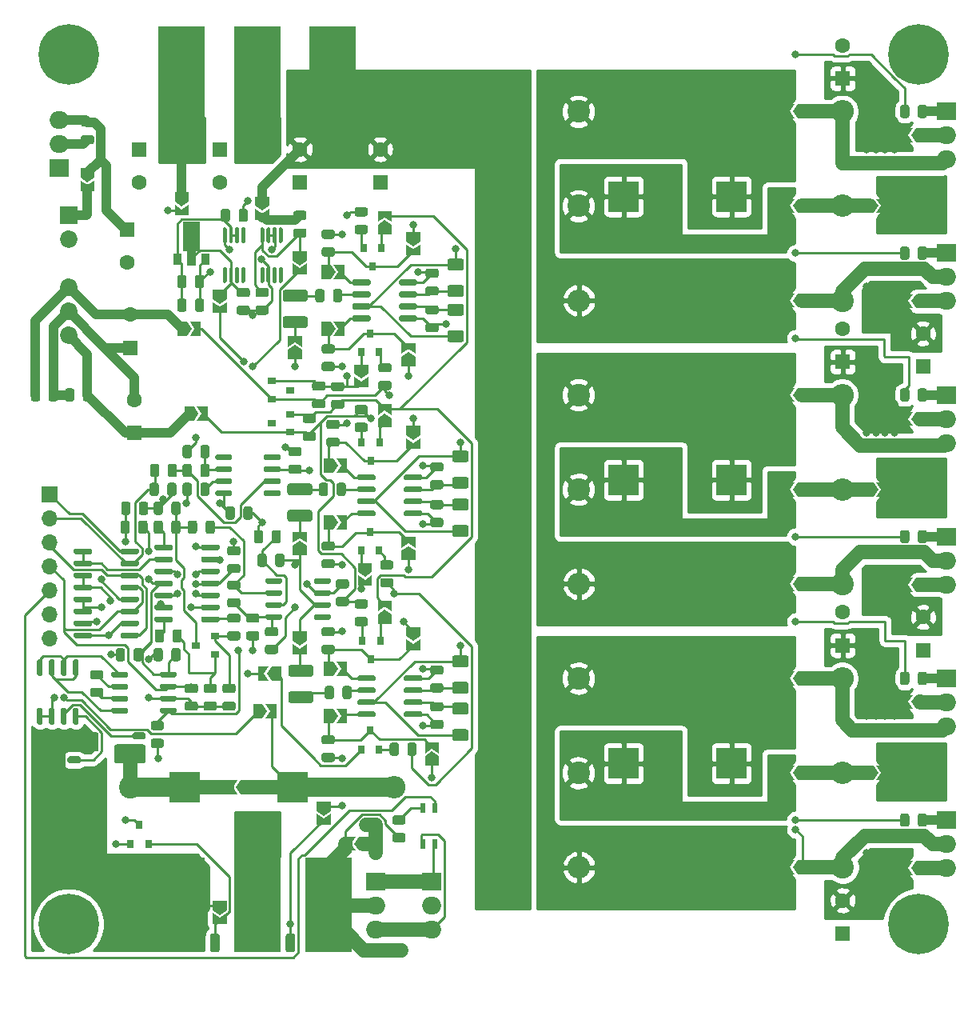
<source format=gbr>
G04 #@! TF.GenerationSoftware,KiCad,Pcbnew,(5.1.6)-1*
G04 #@! TF.CreationDate,2020-07-02T12:50:25+02:00*
G04 #@! TF.ProjectId,LT1166_amp,4c543131-3636-45f6-916d-702e6b696361,rev?*
G04 #@! TF.SameCoordinates,Original*
G04 #@! TF.FileFunction,Copper,L1,Top*
G04 #@! TF.FilePolarity,Positive*
%FSLAX46Y46*%
G04 Gerber Fmt 4.6, Leading zero omitted, Abs format (unit mm)*
G04 Created by KiCad (PCBNEW (5.1.6)-1) date 2020-07-02 12:50:25*
%MOMM*%
%LPD*%
G01*
G04 APERTURE LIST*
G04 #@! TA.AperFunction,SMDPad,CuDef*
%ADD10C,0.100000*%
G04 #@! TD*
G04 #@! TA.AperFunction,SMDPad,CuDef*
%ADD11R,0.800000X0.900000*%
G04 #@! TD*
G04 #@! TA.AperFunction,SMDPad,CuDef*
%ADD12R,0.900000X0.800000*%
G04 #@! TD*
G04 #@! TA.AperFunction,ComponentPad*
%ADD13O,1.700000X1.700000*%
G04 #@! TD*
G04 #@! TA.AperFunction,ComponentPad*
%ADD14R,1.700000X1.700000*%
G04 #@! TD*
G04 #@! TA.AperFunction,SMDPad,CuDef*
%ADD15R,0.500000X1.000000*%
G04 #@! TD*
G04 #@! TA.AperFunction,SMDPad,CuDef*
%ADD16R,5.000000X10.000000*%
G04 #@! TD*
G04 #@! TA.AperFunction,SMDPad,CuDef*
%ADD17R,0.900000X1.300000*%
G04 #@! TD*
G04 #@! TA.AperFunction,ComponentPad*
%ADD18O,2.000000X1.905000*%
G04 #@! TD*
G04 #@! TA.AperFunction,ComponentPad*
%ADD19R,2.000000X1.905000*%
G04 #@! TD*
G04 #@! TA.AperFunction,ComponentPad*
%ADD20C,1.600000*%
G04 #@! TD*
G04 #@! TA.AperFunction,ComponentPad*
%ADD21R,1.600000X1.600000*%
G04 #@! TD*
G04 #@! TA.AperFunction,ComponentPad*
%ADD22C,1.850000*%
G04 #@! TD*
G04 #@! TA.AperFunction,ComponentPad*
%ADD23R,1.850000X1.850000*%
G04 #@! TD*
G04 #@! TA.AperFunction,ComponentPad*
%ADD24O,2.400000X2.400000*%
G04 #@! TD*
G04 #@! TA.AperFunction,ComponentPad*
%ADD25C,2.400000*%
G04 #@! TD*
G04 #@! TA.AperFunction,SMDPad,CuDef*
%ADD26R,3.175000X3.300000*%
G04 #@! TD*
G04 #@! TA.AperFunction,ComponentPad*
%ADD27C,6.400000*%
G04 #@! TD*
G04 #@! TA.AperFunction,ViaPad*
%ADD28C,0.800000*%
G04 #@! TD*
G04 #@! TA.AperFunction,Conductor*
%ADD29C,0.250000*%
G04 #@! TD*
G04 #@! TA.AperFunction,Conductor*
%ADD30C,1.000000*%
G04 #@! TD*
G04 #@! TA.AperFunction,Conductor*
%ADD31C,1.500000*%
G04 #@! TD*
G04 #@! TA.AperFunction,Conductor*
%ADD32C,2.000000*%
G04 #@! TD*
G04 #@! TA.AperFunction,Conductor*
%ADD33C,0.254000*%
G04 #@! TD*
G04 APERTURE END LIST*
G04 #@! TA.AperFunction,SMDPad,CuDef*
G36*
G01*
X113943750Y-126387500D02*
X114856250Y-126387500D01*
G75*
G02*
X115100000Y-126631250I0J-243750D01*
G01*
X115100000Y-127118750D01*
G75*
G02*
X114856250Y-127362500I-243750J0D01*
G01*
X113943750Y-127362500D01*
G75*
G02*
X113700000Y-127118750I0J243750D01*
G01*
X113700000Y-126631250D01*
G75*
G02*
X113943750Y-126387500I243750J0D01*
G01*
G37*
G04 #@! TD.AperFunction*
G04 #@! TA.AperFunction,SMDPad,CuDef*
G36*
G01*
X113943750Y-124512500D02*
X114856250Y-124512500D01*
G75*
G02*
X115100000Y-124756250I0J-243750D01*
G01*
X115100000Y-125243750D01*
G75*
G02*
X114856250Y-125487500I-243750J0D01*
G01*
X113943750Y-125487500D01*
G75*
G02*
X113700000Y-125243750I0J243750D01*
G01*
X113700000Y-124756250D01*
G75*
G02*
X113943750Y-124512500I243750J0D01*
G01*
G37*
G04 #@! TD.AperFunction*
G04 #@! TA.AperFunction,SMDPad,CuDef*
G36*
G01*
X118950000Y-98456250D02*
X118950000Y-97543750D01*
G75*
G02*
X119193750Y-97300000I243750J0D01*
G01*
X119681250Y-97300000D01*
G75*
G02*
X119925000Y-97543750I0J-243750D01*
G01*
X119925000Y-98456250D01*
G75*
G02*
X119681250Y-98700000I-243750J0D01*
G01*
X119193750Y-98700000D01*
G75*
G02*
X118950000Y-98456250I0J243750D01*
G01*
G37*
G04 #@! TD.AperFunction*
G04 #@! TA.AperFunction,SMDPad,CuDef*
G36*
G01*
X117075000Y-98456250D02*
X117075000Y-97543750D01*
G75*
G02*
X117318750Y-97300000I243750J0D01*
G01*
X117806250Y-97300000D01*
G75*
G02*
X118050000Y-97543750I0J-243750D01*
G01*
X118050000Y-98456250D01*
G75*
G02*
X117806250Y-98700000I-243750J0D01*
G01*
X117318750Y-98700000D01*
G75*
G02*
X117075000Y-98456250I0J243750D01*
G01*
G37*
G04 #@! TD.AperFunction*
G04 #@! TA.AperFunction,SMDPad,CuDef*
G36*
G01*
X118050000Y-95543750D02*
X118050000Y-96456250D01*
G75*
G02*
X117806250Y-96700000I-243750J0D01*
G01*
X117318750Y-96700000D01*
G75*
G02*
X117075000Y-96456250I0J243750D01*
G01*
X117075000Y-95543750D01*
G75*
G02*
X117318750Y-95300000I243750J0D01*
G01*
X117806250Y-95300000D01*
G75*
G02*
X118050000Y-95543750I0J-243750D01*
G01*
G37*
G04 #@! TD.AperFunction*
G04 #@! TA.AperFunction,SMDPad,CuDef*
G36*
G01*
X119925000Y-95543750D02*
X119925000Y-96456250D01*
G75*
G02*
X119681250Y-96700000I-243750J0D01*
G01*
X119193750Y-96700000D01*
G75*
G02*
X118950000Y-96456250I0J243750D01*
G01*
X118950000Y-95543750D01*
G75*
G02*
X119193750Y-95300000I243750J0D01*
G01*
X119681250Y-95300000D01*
G75*
G02*
X119925000Y-95543750I0J-243750D01*
G01*
G37*
G04 #@! TD.AperFunction*
G04 #@! TA.AperFunction,SMDPad,CuDef*
G36*
G01*
X115512500Y-98456250D02*
X115512500Y-97543750D01*
G75*
G02*
X115756250Y-97300000I243750J0D01*
G01*
X116243750Y-97300000D01*
G75*
G02*
X116487500Y-97543750I0J-243750D01*
G01*
X116487500Y-98456250D01*
G75*
G02*
X116243750Y-98700000I-243750J0D01*
G01*
X115756250Y-98700000D01*
G75*
G02*
X115512500Y-98456250I0J243750D01*
G01*
G37*
G04 #@! TD.AperFunction*
G04 #@! TA.AperFunction,SMDPad,CuDef*
G36*
G01*
X113637500Y-98456250D02*
X113637500Y-97543750D01*
G75*
G02*
X113881250Y-97300000I243750J0D01*
G01*
X114368750Y-97300000D01*
G75*
G02*
X114612500Y-97543750I0J-243750D01*
G01*
X114612500Y-98456250D01*
G75*
G02*
X114368750Y-98700000I-243750J0D01*
G01*
X113881250Y-98700000D01*
G75*
G02*
X113637500Y-98456250I0J243750D01*
G01*
G37*
G04 #@! TD.AperFunction*
G04 #@! TA.AperFunction,SMDPad,CuDef*
G36*
G01*
X118050000Y-99543750D02*
X118050000Y-100456250D01*
G75*
G02*
X117806250Y-100700000I-243750J0D01*
G01*
X117318750Y-100700000D01*
G75*
G02*
X117075000Y-100456250I0J243750D01*
G01*
X117075000Y-99543750D01*
G75*
G02*
X117318750Y-99300000I243750J0D01*
G01*
X117806250Y-99300000D01*
G75*
G02*
X118050000Y-99543750I0J-243750D01*
G01*
G37*
G04 #@! TD.AperFunction*
G04 #@! TA.AperFunction,SMDPad,CuDef*
G36*
G01*
X119925000Y-99543750D02*
X119925000Y-100456250D01*
G75*
G02*
X119681250Y-100700000I-243750J0D01*
G01*
X119193750Y-100700000D01*
G75*
G02*
X118950000Y-100456250I0J243750D01*
G01*
X118950000Y-99543750D01*
G75*
G02*
X119193750Y-99300000I243750J0D01*
G01*
X119681250Y-99300000D01*
G75*
G02*
X119925000Y-99543750I0J-243750D01*
G01*
G37*
G04 #@! TD.AperFunction*
G04 #@! TA.AperFunction,SMDPad,CuDef*
D10*
G36*
X132000000Y-134550000D02*
G01*
X131250000Y-134050000D01*
X131250000Y-133050000D01*
X132750000Y-133050000D01*
X132750000Y-134050000D01*
X132000000Y-134550000D01*
G37*
G04 #@! TD.AperFunction*
G04 #@! TA.AperFunction,SMDPad,CuDef*
G36*
X131250000Y-135500000D02*
G01*
X131250000Y-134350000D01*
X132000000Y-134850000D01*
X132750000Y-134350000D01*
X132750000Y-135500000D01*
X131250000Y-135500000D01*
G37*
G04 #@! TD.AperFunction*
G04 #@! TA.AperFunction,SMDPad,CuDef*
G36*
G01*
X115450000Y-100456250D02*
X115450000Y-99543750D01*
G75*
G02*
X115693750Y-99300000I243750J0D01*
G01*
X116181250Y-99300000D01*
G75*
G02*
X116425000Y-99543750I0J-243750D01*
G01*
X116425000Y-100456250D01*
G75*
G02*
X116181250Y-100700000I-243750J0D01*
G01*
X115693750Y-100700000D01*
G75*
G02*
X115450000Y-100456250I0J243750D01*
G01*
G37*
G04 #@! TD.AperFunction*
G04 #@! TA.AperFunction,SMDPad,CuDef*
G36*
G01*
X113575000Y-100456250D02*
X113575000Y-99543750D01*
G75*
G02*
X113818750Y-99300000I243750J0D01*
G01*
X114306250Y-99300000D01*
G75*
G02*
X114550000Y-99543750I0J-243750D01*
G01*
X114550000Y-100456250D01*
G75*
G02*
X114306250Y-100700000I-243750J0D01*
G01*
X113818750Y-100700000D01*
G75*
G02*
X113575000Y-100456250I0J243750D01*
G01*
G37*
G04 #@! TD.AperFunction*
D11*
X112500000Y-135500000D03*
X113450000Y-137500000D03*
X111550000Y-137500000D03*
G04 #@! TA.AperFunction,SMDPad,CuDef*
G36*
G01*
X119037500Y-106285000D02*
X119037500Y-105985000D01*
G75*
G02*
X119187500Y-105835000I150000J0D01*
G01*
X120837500Y-105835000D01*
G75*
G02*
X120987500Y-105985000I0J-150000D01*
G01*
X120987500Y-106285000D01*
G75*
G02*
X120837500Y-106435000I-150000J0D01*
G01*
X119187500Y-106435000D01*
G75*
G02*
X119037500Y-106285000I0J150000D01*
G01*
G37*
G04 #@! TD.AperFunction*
G04 #@! TA.AperFunction,SMDPad,CuDef*
G36*
G01*
X119037500Y-107555000D02*
X119037500Y-107255000D01*
G75*
G02*
X119187500Y-107105000I150000J0D01*
G01*
X120837500Y-107105000D01*
G75*
G02*
X120987500Y-107255000I0J-150000D01*
G01*
X120987500Y-107555000D01*
G75*
G02*
X120837500Y-107705000I-150000J0D01*
G01*
X119187500Y-107705000D01*
G75*
G02*
X119037500Y-107555000I0J150000D01*
G01*
G37*
G04 #@! TD.AperFunction*
G04 #@! TA.AperFunction,SMDPad,CuDef*
G36*
G01*
X119037500Y-108825000D02*
X119037500Y-108525000D01*
G75*
G02*
X119187500Y-108375000I150000J0D01*
G01*
X120837500Y-108375000D01*
G75*
G02*
X120987500Y-108525000I0J-150000D01*
G01*
X120987500Y-108825000D01*
G75*
G02*
X120837500Y-108975000I-150000J0D01*
G01*
X119187500Y-108975000D01*
G75*
G02*
X119037500Y-108825000I0J150000D01*
G01*
G37*
G04 #@! TD.AperFunction*
G04 #@! TA.AperFunction,SMDPad,CuDef*
G36*
G01*
X119037500Y-110095000D02*
X119037500Y-109795000D01*
G75*
G02*
X119187500Y-109645000I150000J0D01*
G01*
X120837500Y-109645000D01*
G75*
G02*
X120987500Y-109795000I0J-150000D01*
G01*
X120987500Y-110095000D01*
G75*
G02*
X120837500Y-110245000I-150000J0D01*
G01*
X119187500Y-110245000D01*
G75*
G02*
X119037500Y-110095000I0J150000D01*
G01*
G37*
G04 #@! TD.AperFunction*
G04 #@! TA.AperFunction,SMDPad,CuDef*
G36*
G01*
X119037500Y-111365000D02*
X119037500Y-111065000D01*
G75*
G02*
X119187500Y-110915000I150000J0D01*
G01*
X120837500Y-110915000D01*
G75*
G02*
X120987500Y-111065000I0J-150000D01*
G01*
X120987500Y-111365000D01*
G75*
G02*
X120837500Y-111515000I-150000J0D01*
G01*
X119187500Y-111515000D01*
G75*
G02*
X119037500Y-111365000I0J150000D01*
G01*
G37*
G04 #@! TD.AperFunction*
G04 #@! TA.AperFunction,SMDPad,CuDef*
G36*
G01*
X119037500Y-112635000D02*
X119037500Y-112335000D01*
G75*
G02*
X119187500Y-112185000I150000J0D01*
G01*
X120837500Y-112185000D01*
G75*
G02*
X120987500Y-112335000I0J-150000D01*
G01*
X120987500Y-112635000D01*
G75*
G02*
X120837500Y-112785000I-150000J0D01*
G01*
X119187500Y-112785000D01*
G75*
G02*
X119037500Y-112635000I0J150000D01*
G01*
G37*
G04 #@! TD.AperFunction*
G04 #@! TA.AperFunction,SMDPad,CuDef*
G36*
G01*
X119037500Y-113905000D02*
X119037500Y-113605000D01*
G75*
G02*
X119187500Y-113455000I150000J0D01*
G01*
X120837500Y-113455000D01*
G75*
G02*
X120987500Y-113605000I0J-150000D01*
G01*
X120987500Y-113905000D01*
G75*
G02*
X120837500Y-114055000I-150000J0D01*
G01*
X119187500Y-114055000D01*
G75*
G02*
X119037500Y-113905000I0J150000D01*
G01*
G37*
G04 #@! TD.AperFunction*
G04 #@! TA.AperFunction,SMDPad,CuDef*
G36*
G01*
X114087500Y-113905000D02*
X114087500Y-113605000D01*
G75*
G02*
X114237500Y-113455000I150000J0D01*
G01*
X115887500Y-113455000D01*
G75*
G02*
X116037500Y-113605000I0J-150000D01*
G01*
X116037500Y-113905000D01*
G75*
G02*
X115887500Y-114055000I-150000J0D01*
G01*
X114237500Y-114055000D01*
G75*
G02*
X114087500Y-113905000I0J150000D01*
G01*
G37*
G04 #@! TD.AperFunction*
G04 #@! TA.AperFunction,SMDPad,CuDef*
G36*
G01*
X114087500Y-112635000D02*
X114087500Y-112335000D01*
G75*
G02*
X114237500Y-112185000I150000J0D01*
G01*
X115887500Y-112185000D01*
G75*
G02*
X116037500Y-112335000I0J-150000D01*
G01*
X116037500Y-112635000D01*
G75*
G02*
X115887500Y-112785000I-150000J0D01*
G01*
X114237500Y-112785000D01*
G75*
G02*
X114087500Y-112635000I0J150000D01*
G01*
G37*
G04 #@! TD.AperFunction*
G04 #@! TA.AperFunction,SMDPad,CuDef*
G36*
G01*
X114087500Y-111365000D02*
X114087500Y-111065000D01*
G75*
G02*
X114237500Y-110915000I150000J0D01*
G01*
X115887500Y-110915000D01*
G75*
G02*
X116037500Y-111065000I0J-150000D01*
G01*
X116037500Y-111365000D01*
G75*
G02*
X115887500Y-111515000I-150000J0D01*
G01*
X114237500Y-111515000D01*
G75*
G02*
X114087500Y-111365000I0J150000D01*
G01*
G37*
G04 #@! TD.AperFunction*
G04 #@! TA.AperFunction,SMDPad,CuDef*
G36*
G01*
X114087500Y-110095000D02*
X114087500Y-109795000D01*
G75*
G02*
X114237500Y-109645000I150000J0D01*
G01*
X115887500Y-109645000D01*
G75*
G02*
X116037500Y-109795000I0J-150000D01*
G01*
X116037500Y-110095000D01*
G75*
G02*
X115887500Y-110245000I-150000J0D01*
G01*
X114237500Y-110245000D01*
G75*
G02*
X114087500Y-110095000I0J150000D01*
G01*
G37*
G04 #@! TD.AperFunction*
G04 #@! TA.AperFunction,SMDPad,CuDef*
G36*
G01*
X114087500Y-108825000D02*
X114087500Y-108525000D01*
G75*
G02*
X114237500Y-108375000I150000J0D01*
G01*
X115887500Y-108375000D01*
G75*
G02*
X116037500Y-108525000I0J-150000D01*
G01*
X116037500Y-108825000D01*
G75*
G02*
X115887500Y-108975000I-150000J0D01*
G01*
X114237500Y-108975000D01*
G75*
G02*
X114087500Y-108825000I0J150000D01*
G01*
G37*
G04 #@! TD.AperFunction*
G04 #@! TA.AperFunction,SMDPad,CuDef*
G36*
G01*
X114087500Y-107555000D02*
X114087500Y-107255000D01*
G75*
G02*
X114237500Y-107105000I150000J0D01*
G01*
X115887500Y-107105000D01*
G75*
G02*
X116037500Y-107255000I0J-150000D01*
G01*
X116037500Y-107555000D01*
G75*
G02*
X115887500Y-107705000I-150000J0D01*
G01*
X114237500Y-107705000D01*
G75*
G02*
X114087500Y-107555000I0J150000D01*
G01*
G37*
G04 #@! TD.AperFunction*
G04 #@! TA.AperFunction,SMDPad,CuDef*
G36*
G01*
X114087500Y-106285000D02*
X114087500Y-105985000D01*
G75*
G02*
X114237500Y-105835000I150000J0D01*
G01*
X115887500Y-105835000D01*
G75*
G02*
X116037500Y-105985000I0J-150000D01*
G01*
X116037500Y-106285000D01*
G75*
G02*
X115887500Y-106435000I-150000J0D01*
G01*
X114237500Y-106435000D01*
G75*
G02*
X114087500Y-106285000I0J150000D01*
G01*
G37*
G04 #@! TD.AperFunction*
G04 #@! TA.AperFunction,SMDPad,CuDef*
G36*
G01*
X125700000Y-96745000D02*
X125700000Y-96445000D01*
G75*
G02*
X125850000Y-96295000I150000J0D01*
G01*
X127300000Y-96295000D01*
G75*
G02*
X127450000Y-96445000I0J-150000D01*
G01*
X127450000Y-96745000D01*
G75*
G02*
X127300000Y-96895000I-150000J0D01*
G01*
X125850000Y-96895000D01*
G75*
G02*
X125700000Y-96745000I0J150000D01*
G01*
G37*
G04 #@! TD.AperFunction*
G04 #@! TA.AperFunction,SMDPad,CuDef*
G36*
G01*
X125700000Y-98015000D02*
X125700000Y-97715000D01*
G75*
G02*
X125850000Y-97565000I150000J0D01*
G01*
X127300000Y-97565000D01*
G75*
G02*
X127450000Y-97715000I0J-150000D01*
G01*
X127450000Y-98015000D01*
G75*
G02*
X127300000Y-98165000I-150000J0D01*
G01*
X125850000Y-98165000D01*
G75*
G02*
X125700000Y-98015000I0J150000D01*
G01*
G37*
G04 #@! TD.AperFunction*
G04 #@! TA.AperFunction,SMDPad,CuDef*
G36*
G01*
X125700000Y-99285000D02*
X125700000Y-98985000D01*
G75*
G02*
X125850000Y-98835000I150000J0D01*
G01*
X127300000Y-98835000D01*
G75*
G02*
X127450000Y-98985000I0J-150000D01*
G01*
X127450000Y-99285000D01*
G75*
G02*
X127300000Y-99435000I-150000J0D01*
G01*
X125850000Y-99435000D01*
G75*
G02*
X125700000Y-99285000I0J150000D01*
G01*
G37*
G04 #@! TD.AperFunction*
G04 #@! TA.AperFunction,SMDPad,CuDef*
G36*
G01*
X125700000Y-100555000D02*
X125700000Y-100255000D01*
G75*
G02*
X125850000Y-100105000I150000J0D01*
G01*
X127300000Y-100105000D01*
G75*
G02*
X127450000Y-100255000I0J-150000D01*
G01*
X127450000Y-100555000D01*
G75*
G02*
X127300000Y-100705000I-150000J0D01*
G01*
X125850000Y-100705000D01*
G75*
G02*
X125700000Y-100555000I0J150000D01*
G01*
G37*
G04 #@! TD.AperFunction*
G04 #@! TA.AperFunction,SMDPad,CuDef*
G36*
G01*
X120550000Y-100555000D02*
X120550000Y-100255000D01*
G75*
G02*
X120700000Y-100105000I150000J0D01*
G01*
X122150000Y-100105000D01*
G75*
G02*
X122300000Y-100255000I0J-150000D01*
G01*
X122300000Y-100555000D01*
G75*
G02*
X122150000Y-100705000I-150000J0D01*
G01*
X120700000Y-100705000D01*
G75*
G02*
X120550000Y-100555000I0J150000D01*
G01*
G37*
G04 #@! TD.AperFunction*
G04 #@! TA.AperFunction,SMDPad,CuDef*
G36*
G01*
X120550000Y-99285000D02*
X120550000Y-98985000D01*
G75*
G02*
X120700000Y-98835000I150000J0D01*
G01*
X122150000Y-98835000D01*
G75*
G02*
X122300000Y-98985000I0J-150000D01*
G01*
X122300000Y-99285000D01*
G75*
G02*
X122150000Y-99435000I-150000J0D01*
G01*
X120700000Y-99435000D01*
G75*
G02*
X120550000Y-99285000I0J150000D01*
G01*
G37*
G04 #@! TD.AperFunction*
G04 #@! TA.AperFunction,SMDPad,CuDef*
G36*
G01*
X120550000Y-98015000D02*
X120550000Y-97715000D01*
G75*
G02*
X120700000Y-97565000I150000J0D01*
G01*
X122150000Y-97565000D01*
G75*
G02*
X122300000Y-97715000I0J-150000D01*
G01*
X122300000Y-98015000D01*
G75*
G02*
X122150000Y-98165000I-150000J0D01*
G01*
X120700000Y-98165000D01*
G75*
G02*
X120550000Y-98015000I0J150000D01*
G01*
G37*
G04 #@! TD.AperFunction*
G04 #@! TA.AperFunction,SMDPad,CuDef*
G36*
G01*
X120550000Y-96745000D02*
X120550000Y-96445000D01*
G75*
G02*
X120700000Y-96295000I150000J0D01*
G01*
X122150000Y-96295000D01*
G75*
G02*
X122300000Y-96445000I0J-150000D01*
G01*
X122300000Y-96745000D01*
G75*
G02*
X122150000Y-96895000I-150000J0D01*
G01*
X120700000Y-96895000D01*
G75*
G02*
X120550000Y-96745000I0J150000D01*
G01*
G37*
G04 #@! TD.AperFunction*
D12*
X128500000Y-89500000D03*
X126500000Y-90450000D03*
X126500000Y-88550000D03*
X126500000Y-93000000D03*
X128500000Y-92050000D03*
X128500000Y-93950000D03*
G04 #@! TA.AperFunction,SMDPad,CuDef*
G36*
G01*
X110500000Y-106705000D02*
X110500000Y-106405000D01*
G75*
G02*
X110650000Y-106255000I150000J0D01*
G01*
X112300000Y-106255000D01*
G75*
G02*
X112450000Y-106405000I0J-150000D01*
G01*
X112450000Y-106705000D01*
G75*
G02*
X112300000Y-106855000I-150000J0D01*
G01*
X110650000Y-106855000D01*
G75*
G02*
X110500000Y-106705000I0J150000D01*
G01*
G37*
G04 #@! TD.AperFunction*
G04 #@! TA.AperFunction,SMDPad,CuDef*
G36*
G01*
X110500000Y-107975000D02*
X110500000Y-107675000D01*
G75*
G02*
X110650000Y-107525000I150000J0D01*
G01*
X112300000Y-107525000D01*
G75*
G02*
X112450000Y-107675000I0J-150000D01*
G01*
X112450000Y-107975000D01*
G75*
G02*
X112300000Y-108125000I-150000J0D01*
G01*
X110650000Y-108125000D01*
G75*
G02*
X110500000Y-107975000I0J150000D01*
G01*
G37*
G04 #@! TD.AperFunction*
G04 #@! TA.AperFunction,SMDPad,CuDef*
G36*
G01*
X110500000Y-109245000D02*
X110500000Y-108945000D01*
G75*
G02*
X110650000Y-108795000I150000J0D01*
G01*
X112300000Y-108795000D01*
G75*
G02*
X112450000Y-108945000I0J-150000D01*
G01*
X112450000Y-109245000D01*
G75*
G02*
X112300000Y-109395000I-150000J0D01*
G01*
X110650000Y-109395000D01*
G75*
G02*
X110500000Y-109245000I0J150000D01*
G01*
G37*
G04 #@! TD.AperFunction*
G04 #@! TA.AperFunction,SMDPad,CuDef*
G36*
G01*
X110500000Y-110515000D02*
X110500000Y-110215000D01*
G75*
G02*
X110650000Y-110065000I150000J0D01*
G01*
X112300000Y-110065000D01*
G75*
G02*
X112450000Y-110215000I0J-150000D01*
G01*
X112450000Y-110515000D01*
G75*
G02*
X112300000Y-110665000I-150000J0D01*
G01*
X110650000Y-110665000D01*
G75*
G02*
X110500000Y-110515000I0J150000D01*
G01*
G37*
G04 #@! TD.AperFunction*
G04 #@! TA.AperFunction,SMDPad,CuDef*
G36*
G01*
X110500000Y-111785000D02*
X110500000Y-111485000D01*
G75*
G02*
X110650000Y-111335000I150000J0D01*
G01*
X112300000Y-111335000D01*
G75*
G02*
X112450000Y-111485000I0J-150000D01*
G01*
X112450000Y-111785000D01*
G75*
G02*
X112300000Y-111935000I-150000J0D01*
G01*
X110650000Y-111935000D01*
G75*
G02*
X110500000Y-111785000I0J150000D01*
G01*
G37*
G04 #@! TD.AperFunction*
G04 #@! TA.AperFunction,SMDPad,CuDef*
G36*
G01*
X110500000Y-113055000D02*
X110500000Y-112755000D01*
G75*
G02*
X110650000Y-112605000I150000J0D01*
G01*
X112300000Y-112605000D01*
G75*
G02*
X112450000Y-112755000I0J-150000D01*
G01*
X112450000Y-113055000D01*
G75*
G02*
X112300000Y-113205000I-150000J0D01*
G01*
X110650000Y-113205000D01*
G75*
G02*
X110500000Y-113055000I0J150000D01*
G01*
G37*
G04 #@! TD.AperFunction*
G04 #@! TA.AperFunction,SMDPad,CuDef*
G36*
G01*
X110500000Y-114325000D02*
X110500000Y-114025000D01*
G75*
G02*
X110650000Y-113875000I150000J0D01*
G01*
X112300000Y-113875000D01*
G75*
G02*
X112450000Y-114025000I0J-150000D01*
G01*
X112450000Y-114325000D01*
G75*
G02*
X112300000Y-114475000I-150000J0D01*
G01*
X110650000Y-114475000D01*
G75*
G02*
X110500000Y-114325000I0J150000D01*
G01*
G37*
G04 #@! TD.AperFunction*
G04 #@! TA.AperFunction,SMDPad,CuDef*
G36*
G01*
X110500000Y-115595000D02*
X110500000Y-115295000D01*
G75*
G02*
X110650000Y-115145000I150000J0D01*
G01*
X112300000Y-115145000D01*
G75*
G02*
X112450000Y-115295000I0J-150000D01*
G01*
X112450000Y-115595000D01*
G75*
G02*
X112300000Y-115745000I-150000J0D01*
G01*
X110650000Y-115745000D01*
G75*
G02*
X110500000Y-115595000I0J150000D01*
G01*
G37*
G04 #@! TD.AperFunction*
G04 #@! TA.AperFunction,SMDPad,CuDef*
G36*
G01*
X105550000Y-115595000D02*
X105550000Y-115295000D01*
G75*
G02*
X105700000Y-115145000I150000J0D01*
G01*
X107350000Y-115145000D01*
G75*
G02*
X107500000Y-115295000I0J-150000D01*
G01*
X107500000Y-115595000D01*
G75*
G02*
X107350000Y-115745000I-150000J0D01*
G01*
X105700000Y-115745000D01*
G75*
G02*
X105550000Y-115595000I0J150000D01*
G01*
G37*
G04 #@! TD.AperFunction*
G04 #@! TA.AperFunction,SMDPad,CuDef*
G36*
G01*
X105550000Y-114325000D02*
X105550000Y-114025000D01*
G75*
G02*
X105700000Y-113875000I150000J0D01*
G01*
X107350000Y-113875000D01*
G75*
G02*
X107500000Y-114025000I0J-150000D01*
G01*
X107500000Y-114325000D01*
G75*
G02*
X107350000Y-114475000I-150000J0D01*
G01*
X105700000Y-114475000D01*
G75*
G02*
X105550000Y-114325000I0J150000D01*
G01*
G37*
G04 #@! TD.AperFunction*
G04 #@! TA.AperFunction,SMDPad,CuDef*
G36*
G01*
X105550000Y-113055000D02*
X105550000Y-112755000D01*
G75*
G02*
X105700000Y-112605000I150000J0D01*
G01*
X107350000Y-112605000D01*
G75*
G02*
X107500000Y-112755000I0J-150000D01*
G01*
X107500000Y-113055000D01*
G75*
G02*
X107350000Y-113205000I-150000J0D01*
G01*
X105700000Y-113205000D01*
G75*
G02*
X105550000Y-113055000I0J150000D01*
G01*
G37*
G04 #@! TD.AperFunction*
G04 #@! TA.AperFunction,SMDPad,CuDef*
G36*
G01*
X105550000Y-111785000D02*
X105550000Y-111485000D01*
G75*
G02*
X105700000Y-111335000I150000J0D01*
G01*
X107350000Y-111335000D01*
G75*
G02*
X107500000Y-111485000I0J-150000D01*
G01*
X107500000Y-111785000D01*
G75*
G02*
X107350000Y-111935000I-150000J0D01*
G01*
X105700000Y-111935000D01*
G75*
G02*
X105550000Y-111785000I0J150000D01*
G01*
G37*
G04 #@! TD.AperFunction*
G04 #@! TA.AperFunction,SMDPad,CuDef*
G36*
G01*
X105550000Y-110515000D02*
X105550000Y-110215000D01*
G75*
G02*
X105700000Y-110065000I150000J0D01*
G01*
X107350000Y-110065000D01*
G75*
G02*
X107500000Y-110215000I0J-150000D01*
G01*
X107500000Y-110515000D01*
G75*
G02*
X107350000Y-110665000I-150000J0D01*
G01*
X105700000Y-110665000D01*
G75*
G02*
X105550000Y-110515000I0J150000D01*
G01*
G37*
G04 #@! TD.AperFunction*
G04 #@! TA.AperFunction,SMDPad,CuDef*
G36*
G01*
X105550000Y-109245000D02*
X105550000Y-108945000D01*
G75*
G02*
X105700000Y-108795000I150000J0D01*
G01*
X107350000Y-108795000D01*
G75*
G02*
X107500000Y-108945000I0J-150000D01*
G01*
X107500000Y-109245000D01*
G75*
G02*
X107350000Y-109395000I-150000J0D01*
G01*
X105700000Y-109395000D01*
G75*
G02*
X105550000Y-109245000I0J150000D01*
G01*
G37*
G04 #@! TD.AperFunction*
G04 #@! TA.AperFunction,SMDPad,CuDef*
G36*
G01*
X105550000Y-107975000D02*
X105550000Y-107675000D01*
G75*
G02*
X105700000Y-107525000I150000J0D01*
G01*
X107350000Y-107525000D01*
G75*
G02*
X107500000Y-107675000I0J-150000D01*
G01*
X107500000Y-107975000D01*
G75*
G02*
X107350000Y-108125000I-150000J0D01*
G01*
X105700000Y-108125000D01*
G75*
G02*
X105550000Y-107975000I0J150000D01*
G01*
G37*
G04 #@! TD.AperFunction*
G04 #@! TA.AperFunction,SMDPad,CuDef*
G36*
G01*
X105550000Y-106705000D02*
X105550000Y-106405000D01*
G75*
G02*
X105700000Y-106255000I150000J0D01*
G01*
X107350000Y-106255000D01*
G75*
G02*
X107500000Y-106405000I0J-150000D01*
G01*
X107500000Y-106705000D01*
G75*
G02*
X107350000Y-106855000I-150000J0D01*
G01*
X105700000Y-106855000D01*
G75*
G02*
X105550000Y-106705000I0J150000D01*
G01*
G37*
G04 #@! TD.AperFunction*
G04 #@! TA.AperFunction,SMDPad,CuDef*
G36*
G01*
X122043750Y-115012500D02*
X122956250Y-115012500D01*
G75*
G02*
X123200000Y-115256250I0J-243750D01*
G01*
X123200000Y-115743750D01*
G75*
G02*
X122956250Y-115987500I-243750J0D01*
G01*
X122043750Y-115987500D01*
G75*
G02*
X121800000Y-115743750I0J243750D01*
G01*
X121800000Y-115256250D01*
G75*
G02*
X122043750Y-115012500I243750J0D01*
G01*
G37*
G04 #@! TD.AperFunction*
G04 #@! TA.AperFunction,SMDPad,CuDef*
G36*
G01*
X122043750Y-113137500D02*
X122956250Y-113137500D01*
G75*
G02*
X123200000Y-113381250I0J-243750D01*
G01*
X123200000Y-113868750D01*
G75*
G02*
X122956250Y-114112500I-243750J0D01*
G01*
X122043750Y-114112500D01*
G75*
G02*
X121800000Y-113868750I0J243750D01*
G01*
X121800000Y-113381250D01*
G75*
G02*
X122043750Y-113137500I243750J0D01*
G01*
G37*
G04 #@! TD.AperFunction*
G04 #@! TA.AperFunction,SMDPad,CuDef*
G36*
G01*
X111487500Y-103543750D02*
X111487500Y-104456250D01*
G75*
G02*
X111243750Y-104700000I-243750J0D01*
G01*
X110756250Y-104700000D01*
G75*
G02*
X110512500Y-104456250I0J243750D01*
G01*
X110512500Y-103543750D01*
G75*
G02*
X110756250Y-103300000I243750J0D01*
G01*
X111243750Y-103300000D01*
G75*
G02*
X111487500Y-103543750I0J-243750D01*
G01*
G37*
G04 #@! TD.AperFunction*
G04 #@! TA.AperFunction,SMDPad,CuDef*
G36*
G01*
X113362500Y-103543750D02*
X113362500Y-104456250D01*
G75*
G02*
X113118750Y-104700000I-243750J0D01*
G01*
X112631250Y-104700000D01*
G75*
G02*
X112387500Y-104456250I0J243750D01*
G01*
X112387500Y-103543750D01*
G75*
G02*
X112631250Y-103300000I243750J0D01*
G01*
X113118750Y-103300000D01*
G75*
G02*
X113362500Y-103543750I0J-243750D01*
G01*
G37*
G04 #@! TD.AperFunction*
D13*
X103000000Y-115740000D03*
X103000000Y-113200000D03*
X103000000Y-110660000D03*
X103000000Y-108120000D03*
X103000000Y-105580000D03*
X103000000Y-103040000D03*
D14*
X103000000Y-100500000D03*
D12*
X118500000Y-116500000D03*
X120500000Y-115550000D03*
X120500000Y-117450000D03*
G04 #@! TA.AperFunction,SMDPad,CuDef*
G36*
G01*
X110987500Y-117043750D02*
X110987500Y-117956250D01*
G75*
G02*
X110743750Y-118200000I-243750J0D01*
G01*
X110256250Y-118200000D01*
G75*
G02*
X110012500Y-117956250I0J243750D01*
G01*
X110012500Y-117043750D01*
G75*
G02*
X110256250Y-116800000I243750J0D01*
G01*
X110743750Y-116800000D01*
G75*
G02*
X110987500Y-117043750I0J-243750D01*
G01*
G37*
G04 #@! TD.AperFunction*
G04 #@! TA.AperFunction,SMDPad,CuDef*
G36*
G01*
X112862500Y-117043750D02*
X112862500Y-117956250D01*
G75*
G02*
X112618750Y-118200000I-243750J0D01*
G01*
X112131250Y-118200000D01*
G75*
G02*
X111887500Y-117956250I0J243750D01*
G01*
X111887500Y-117043750D01*
G75*
G02*
X112131250Y-116800000I243750J0D01*
G01*
X112618750Y-116800000D01*
G75*
G02*
X112862500Y-117043750I0J-243750D01*
G01*
G37*
G04 #@! TD.AperFunction*
G04 #@! TA.AperFunction,SMDPad,CuDef*
G36*
G01*
X122956250Y-106987500D02*
X122043750Y-106987500D01*
G75*
G02*
X121800000Y-106743750I0J243750D01*
G01*
X121800000Y-106256250D01*
G75*
G02*
X122043750Y-106012500I243750J0D01*
G01*
X122956250Y-106012500D01*
G75*
G02*
X123200000Y-106256250I0J-243750D01*
G01*
X123200000Y-106743750D01*
G75*
G02*
X122956250Y-106987500I-243750J0D01*
G01*
G37*
G04 #@! TD.AperFunction*
G04 #@! TA.AperFunction,SMDPad,CuDef*
G36*
G01*
X122956250Y-108862500D02*
X122043750Y-108862500D01*
G75*
G02*
X121800000Y-108618750I0J243750D01*
G01*
X121800000Y-108131250D01*
G75*
G02*
X122043750Y-107887500I243750J0D01*
G01*
X122956250Y-107887500D01*
G75*
G02*
X123200000Y-108131250I0J-243750D01*
G01*
X123200000Y-108618750D01*
G75*
G02*
X122956250Y-108862500I-243750J0D01*
G01*
G37*
G04 #@! TD.AperFunction*
G04 #@! TA.AperFunction,SMDPad,CuDef*
G36*
G01*
X121543750Y-122450000D02*
X122456250Y-122450000D01*
G75*
G02*
X122700000Y-122693750I0J-243750D01*
G01*
X122700000Y-123181250D01*
G75*
G02*
X122456250Y-123425000I-243750J0D01*
G01*
X121543750Y-123425000D01*
G75*
G02*
X121300000Y-123181250I0J243750D01*
G01*
X121300000Y-122693750D01*
G75*
G02*
X121543750Y-122450000I243750J0D01*
G01*
G37*
G04 #@! TD.AperFunction*
G04 #@! TA.AperFunction,SMDPad,CuDef*
G36*
G01*
X121543750Y-120575000D02*
X122456250Y-120575000D01*
G75*
G02*
X122700000Y-120818750I0J-243750D01*
G01*
X122700000Y-121306250D01*
G75*
G02*
X122456250Y-121550000I-243750J0D01*
G01*
X121543750Y-121550000D01*
G75*
G02*
X121300000Y-121306250I0J243750D01*
G01*
X121300000Y-120818750D01*
G75*
G02*
X121543750Y-120575000I243750J0D01*
G01*
G37*
G04 #@! TD.AperFunction*
G04 #@! TA.AperFunction,SMDPad,CuDef*
G36*
G01*
X112450000Y-102456250D02*
X112450000Y-101543750D01*
G75*
G02*
X112693750Y-101300000I243750J0D01*
G01*
X113181250Y-101300000D01*
G75*
G02*
X113425000Y-101543750I0J-243750D01*
G01*
X113425000Y-102456250D01*
G75*
G02*
X113181250Y-102700000I-243750J0D01*
G01*
X112693750Y-102700000D01*
G75*
G02*
X112450000Y-102456250I0J243750D01*
G01*
G37*
G04 #@! TD.AperFunction*
G04 #@! TA.AperFunction,SMDPad,CuDef*
G36*
G01*
X110575000Y-102456250D02*
X110575000Y-101543750D01*
G75*
G02*
X110818750Y-101300000I243750J0D01*
G01*
X111306250Y-101300000D01*
G75*
G02*
X111550000Y-101543750I0J-243750D01*
G01*
X111550000Y-102456250D01*
G75*
G02*
X111306250Y-102700000I-243750J0D01*
G01*
X110818750Y-102700000D01*
G75*
G02*
X110575000Y-102456250I0J243750D01*
G01*
G37*
G04 #@! TD.AperFunction*
G04 #@! TA.AperFunction,SMDPad,CuDef*
G36*
G01*
X119543750Y-122450000D02*
X120456250Y-122450000D01*
G75*
G02*
X120700000Y-122693750I0J-243750D01*
G01*
X120700000Y-123181250D01*
G75*
G02*
X120456250Y-123425000I-243750J0D01*
G01*
X119543750Y-123425000D01*
G75*
G02*
X119300000Y-123181250I0J243750D01*
G01*
X119300000Y-122693750D01*
G75*
G02*
X119543750Y-122450000I243750J0D01*
G01*
G37*
G04 #@! TD.AperFunction*
G04 #@! TA.AperFunction,SMDPad,CuDef*
G36*
G01*
X119543750Y-120575000D02*
X120456250Y-120575000D01*
G75*
G02*
X120700000Y-120818750I0J-243750D01*
G01*
X120700000Y-121306250D01*
G75*
G02*
X120456250Y-121550000I-243750J0D01*
G01*
X119543750Y-121550000D01*
G75*
G02*
X119300000Y-121306250I0J243750D01*
G01*
X119300000Y-120818750D01*
G75*
G02*
X119543750Y-120575000I243750J0D01*
G01*
G37*
G04 #@! TD.AperFunction*
G04 #@! TA.AperFunction,SMDPad,CuDef*
G36*
G01*
X114987500Y-101543750D02*
X114987500Y-102456250D01*
G75*
G02*
X114743750Y-102700000I-243750J0D01*
G01*
X114256250Y-102700000D01*
G75*
G02*
X114012500Y-102456250I0J243750D01*
G01*
X114012500Y-101543750D01*
G75*
G02*
X114256250Y-101300000I243750J0D01*
G01*
X114743750Y-101300000D01*
G75*
G02*
X114987500Y-101543750I0J-243750D01*
G01*
G37*
G04 #@! TD.AperFunction*
G04 #@! TA.AperFunction,SMDPad,CuDef*
G36*
G01*
X116862500Y-101543750D02*
X116862500Y-102456250D01*
G75*
G02*
X116618750Y-102700000I-243750J0D01*
G01*
X116131250Y-102700000D01*
G75*
G02*
X115887500Y-102456250I0J243750D01*
G01*
X115887500Y-101543750D01*
G75*
G02*
X116131250Y-101300000I243750J0D01*
G01*
X116618750Y-101300000D01*
G75*
G02*
X116862500Y-101543750I0J-243750D01*
G01*
G37*
G04 #@! TD.AperFunction*
G04 #@! TA.AperFunction,SMDPad,CuDef*
G36*
G01*
X117543750Y-122450000D02*
X118456250Y-122450000D01*
G75*
G02*
X118700000Y-122693750I0J-243750D01*
G01*
X118700000Y-123181250D01*
G75*
G02*
X118456250Y-123425000I-243750J0D01*
G01*
X117543750Y-123425000D01*
G75*
G02*
X117300000Y-123181250I0J243750D01*
G01*
X117300000Y-122693750D01*
G75*
G02*
X117543750Y-122450000I243750J0D01*
G01*
G37*
G04 #@! TD.AperFunction*
G04 #@! TA.AperFunction,SMDPad,CuDef*
G36*
G01*
X117543750Y-120575000D02*
X118456250Y-120575000D01*
G75*
G02*
X118700000Y-120818750I0J-243750D01*
G01*
X118700000Y-121306250D01*
G75*
G02*
X118456250Y-121550000I-243750J0D01*
G01*
X117543750Y-121550000D01*
G75*
G02*
X117300000Y-121306250I0J243750D01*
G01*
X117300000Y-120818750D01*
G75*
G02*
X117543750Y-120575000I243750J0D01*
G01*
G37*
G04 #@! TD.AperFunction*
G04 #@! TA.AperFunction,SMDPad,CuDef*
G36*
G01*
X129456250Y-96487500D02*
X128543750Y-96487500D01*
G75*
G02*
X128300000Y-96243750I0J243750D01*
G01*
X128300000Y-95756250D01*
G75*
G02*
X128543750Y-95512500I243750J0D01*
G01*
X129456250Y-95512500D01*
G75*
G02*
X129700000Y-95756250I0J-243750D01*
G01*
X129700000Y-96243750D01*
G75*
G02*
X129456250Y-96487500I-243750J0D01*
G01*
G37*
G04 #@! TD.AperFunction*
G04 #@! TA.AperFunction,SMDPad,CuDef*
G36*
G01*
X129456250Y-98362500D02*
X128543750Y-98362500D01*
G75*
G02*
X128300000Y-98118750I0J243750D01*
G01*
X128300000Y-97631250D01*
G75*
G02*
X128543750Y-97387500I243750J0D01*
G01*
X129456250Y-97387500D01*
G75*
G02*
X129700000Y-97631250I0J-243750D01*
G01*
X129700000Y-98118750D01*
G75*
G02*
X129456250Y-98362500I-243750J0D01*
G01*
G37*
G04 #@! TD.AperFunction*
G04 #@! TA.AperFunction,SMDPad,CuDef*
G36*
G01*
X123512500Y-102956250D02*
X123512500Y-102043750D01*
G75*
G02*
X123756250Y-101800000I243750J0D01*
G01*
X124243750Y-101800000D01*
G75*
G02*
X124487500Y-102043750I0J-243750D01*
G01*
X124487500Y-102956250D01*
G75*
G02*
X124243750Y-103200000I-243750J0D01*
G01*
X123756250Y-103200000D01*
G75*
G02*
X123512500Y-102956250I0J243750D01*
G01*
G37*
G04 #@! TD.AperFunction*
G04 #@! TA.AperFunction,SMDPad,CuDef*
G36*
G01*
X121637500Y-102956250D02*
X121637500Y-102043750D01*
G75*
G02*
X121881250Y-101800000I243750J0D01*
G01*
X122368750Y-101800000D01*
G75*
G02*
X122612500Y-102043750I0J-243750D01*
G01*
X122612500Y-102956250D01*
G75*
G02*
X122368750Y-103200000I-243750J0D01*
G01*
X121881250Y-103200000D01*
G75*
G02*
X121637500Y-102956250I0J243750D01*
G01*
G37*
G04 #@! TD.AperFunction*
G04 #@! TA.AperFunction,SMDPad,CuDef*
G36*
G01*
X114700000Y-119745000D02*
X114700000Y-119445000D01*
G75*
G02*
X114850000Y-119295000I150000J0D01*
G01*
X116300000Y-119295000D01*
G75*
G02*
X116450000Y-119445000I0J-150000D01*
G01*
X116450000Y-119745000D01*
G75*
G02*
X116300000Y-119895000I-150000J0D01*
G01*
X114850000Y-119895000D01*
G75*
G02*
X114700000Y-119745000I0J150000D01*
G01*
G37*
G04 #@! TD.AperFunction*
G04 #@! TA.AperFunction,SMDPad,CuDef*
G36*
G01*
X114700000Y-121015000D02*
X114700000Y-120715000D01*
G75*
G02*
X114850000Y-120565000I150000J0D01*
G01*
X116300000Y-120565000D01*
G75*
G02*
X116450000Y-120715000I0J-150000D01*
G01*
X116450000Y-121015000D01*
G75*
G02*
X116300000Y-121165000I-150000J0D01*
G01*
X114850000Y-121165000D01*
G75*
G02*
X114700000Y-121015000I0J150000D01*
G01*
G37*
G04 #@! TD.AperFunction*
G04 #@! TA.AperFunction,SMDPad,CuDef*
G36*
G01*
X114700000Y-122285000D02*
X114700000Y-121985000D01*
G75*
G02*
X114850000Y-121835000I150000J0D01*
G01*
X116300000Y-121835000D01*
G75*
G02*
X116450000Y-121985000I0J-150000D01*
G01*
X116450000Y-122285000D01*
G75*
G02*
X116300000Y-122435000I-150000J0D01*
G01*
X114850000Y-122435000D01*
G75*
G02*
X114700000Y-122285000I0J150000D01*
G01*
G37*
G04 #@! TD.AperFunction*
G04 #@! TA.AperFunction,SMDPad,CuDef*
G36*
G01*
X114700000Y-123555000D02*
X114700000Y-123255000D01*
G75*
G02*
X114850000Y-123105000I150000J0D01*
G01*
X116300000Y-123105000D01*
G75*
G02*
X116450000Y-123255000I0J-150000D01*
G01*
X116450000Y-123555000D01*
G75*
G02*
X116300000Y-123705000I-150000J0D01*
G01*
X114850000Y-123705000D01*
G75*
G02*
X114700000Y-123555000I0J150000D01*
G01*
G37*
G04 #@! TD.AperFunction*
G04 #@! TA.AperFunction,SMDPad,CuDef*
G36*
G01*
X109550000Y-123555000D02*
X109550000Y-123255000D01*
G75*
G02*
X109700000Y-123105000I150000J0D01*
G01*
X111150000Y-123105000D01*
G75*
G02*
X111300000Y-123255000I0J-150000D01*
G01*
X111300000Y-123555000D01*
G75*
G02*
X111150000Y-123705000I-150000J0D01*
G01*
X109700000Y-123705000D01*
G75*
G02*
X109550000Y-123555000I0J150000D01*
G01*
G37*
G04 #@! TD.AperFunction*
G04 #@! TA.AperFunction,SMDPad,CuDef*
G36*
G01*
X109550000Y-122285000D02*
X109550000Y-121985000D01*
G75*
G02*
X109700000Y-121835000I150000J0D01*
G01*
X111150000Y-121835000D01*
G75*
G02*
X111300000Y-121985000I0J-150000D01*
G01*
X111300000Y-122285000D01*
G75*
G02*
X111150000Y-122435000I-150000J0D01*
G01*
X109700000Y-122435000D01*
G75*
G02*
X109550000Y-122285000I0J150000D01*
G01*
G37*
G04 #@! TD.AperFunction*
G04 #@! TA.AperFunction,SMDPad,CuDef*
G36*
G01*
X109550000Y-121015000D02*
X109550000Y-120715000D01*
G75*
G02*
X109700000Y-120565000I150000J0D01*
G01*
X111150000Y-120565000D01*
G75*
G02*
X111300000Y-120715000I0J-150000D01*
G01*
X111300000Y-121015000D01*
G75*
G02*
X111150000Y-121165000I-150000J0D01*
G01*
X109700000Y-121165000D01*
G75*
G02*
X109550000Y-121015000I0J150000D01*
G01*
G37*
G04 #@! TD.AperFunction*
G04 #@! TA.AperFunction,SMDPad,CuDef*
G36*
G01*
X109550000Y-119745000D02*
X109550000Y-119445000D01*
G75*
G02*
X109700000Y-119295000I150000J0D01*
G01*
X111150000Y-119295000D01*
G75*
G02*
X111300000Y-119445000I0J-150000D01*
G01*
X111300000Y-119745000D01*
G75*
G02*
X111150000Y-119895000I-150000J0D01*
G01*
X109700000Y-119895000D01*
G75*
G02*
X109550000Y-119745000I0J150000D01*
G01*
G37*
G04 #@! TD.AperFunction*
D15*
X142500000Y-133750000D03*
X142500000Y-137500000D03*
X143770000Y-133750000D03*
X143770000Y-137500000D03*
G04 #@! TA.AperFunction,SMDPad,CuDef*
G36*
G01*
X105620000Y-123125000D02*
X105920000Y-123125000D01*
G75*
G02*
X106070000Y-123275000I0J-150000D01*
G01*
X106070000Y-124725000D01*
G75*
G02*
X105920000Y-124875000I-150000J0D01*
G01*
X105620000Y-124875000D01*
G75*
G02*
X105470000Y-124725000I0J150000D01*
G01*
X105470000Y-123275000D01*
G75*
G02*
X105620000Y-123125000I150000J0D01*
G01*
G37*
G04 #@! TD.AperFunction*
G04 #@! TA.AperFunction,SMDPad,CuDef*
G36*
G01*
X104350000Y-123125000D02*
X104650000Y-123125000D01*
G75*
G02*
X104800000Y-123275000I0J-150000D01*
G01*
X104800000Y-124725000D01*
G75*
G02*
X104650000Y-124875000I-150000J0D01*
G01*
X104350000Y-124875000D01*
G75*
G02*
X104200000Y-124725000I0J150000D01*
G01*
X104200000Y-123275000D01*
G75*
G02*
X104350000Y-123125000I150000J0D01*
G01*
G37*
G04 #@! TD.AperFunction*
G04 #@! TA.AperFunction,SMDPad,CuDef*
G36*
G01*
X103080000Y-123125000D02*
X103380000Y-123125000D01*
G75*
G02*
X103530000Y-123275000I0J-150000D01*
G01*
X103530000Y-124725000D01*
G75*
G02*
X103380000Y-124875000I-150000J0D01*
G01*
X103080000Y-124875000D01*
G75*
G02*
X102930000Y-124725000I0J150000D01*
G01*
X102930000Y-123275000D01*
G75*
G02*
X103080000Y-123125000I150000J0D01*
G01*
G37*
G04 #@! TD.AperFunction*
G04 #@! TA.AperFunction,SMDPad,CuDef*
G36*
G01*
X101810000Y-123125000D02*
X102110000Y-123125000D01*
G75*
G02*
X102260000Y-123275000I0J-150000D01*
G01*
X102260000Y-124725000D01*
G75*
G02*
X102110000Y-124875000I-150000J0D01*
G01*
X101810000Y-124875000D01*
G75*
G02*
X101660000Y-124725000I0J150000D01*
G01*
X101660000Y-123275000D01*
G75*
G02*
X101810000Y-123125000I150000J0D01*
G01*
G37*
G04 #@! TD.AperFunction*
G04 #@! TA.AperFunction,SMDPad,CuDef*
G36*
G01*
X101810000Y-117975000D02*
X102110000Y-117975000D01*
G75*
G02*
X102260000Y-118125000I0J-150000D01*
G01*
X102260000Y-119575000D01*
G75*
G02*
X102110000Y-119725000I-150000J0D01*
G01*
X101810000Y-119725000D01*
G75*
G02*
X101660000Y-119575000I0J150000D01*
G01*
X101660000Y-118125000D01*
G75*
G02*
X101810000Y-117975000I150000J0D01*
G01*
G37*
G04 #@! TD.AperFunction*
G04 #@! TA.AperFunction,SMDPad,CuDef*
G36*
G01*
X103080000Y-117975000D02*
X103380000Y-117975000D01*
G75*
G02*
X103530000Y-118125000I0J-150000D01*
G01*
X103530000Y-119575000D01*
G75*
G02*
X103380000Y-119725000I-150000J0D01*
G01*
X103080000Y-119725000D01*
G75*
G02*
X102930000Y-119575000I0J150000D01*
G01*
X102930000Y-118125000D01*
G75*
G02*
X103080000Y-117975000I150000J0D01*
G01*
G37*
G04 #@! TD.AperFunction*
G04 #@! TA.AperFunction,SMDPad,CuDef*
G36*
G01*
X104350000Y-117975000D02*
X104650000Y-117975000D01*
G75*
G02*
X104800000Y-118125000I0J-150000D01*
G01*
X104800000Y-119575000D01*
G75*
G02*
X104650000Y-119725000I-150000J0D01*
G01*
X104350000Y-119725000D01*
G75*
G02*
X104200000Y-119575000I0J150000D01*
G01*
X104200000Y-118125000D01*
G75*
G02*
X104350000Y-117975000I150000J0D01*
G01*
G37*
G04 #@! TD.AperFunction*
G04 #@! TA.AperFunction,SMDPad,CuDef*
G36*
G01*
X105620000Y-117975000D02*
X105920000Y-117975000D01*
G75*
G02*
X106070000Y-118125000I0J-150000D01*
G01*
X106070000Y-119575000D01*
G75*
G02*
X105920000Y-119725000I-150000J0D01*
G01*
X105620000Y-119725000D01*
G75*
G02*
X105470000Y-119575000I0J150000D01*
G01*
X105470000Y-118125000D01*
G75*
G02*
X105620000Y-117975000I150000J0D01*
G01*
G37*
G04 #@! TD.AperFunction*
G04 #@! TA.AperFunction,SMDPad,CuDef*
G36*
G01*
X108456250Y-120112500D02*
X107543750Y-120112500D01*
G75*
G02*
X107300000Y-119868750I0J243750D01*
G01*
X107300000Y-119381250D01*
G75*
G02*
X107543750Y-119137500I243750J0D01*
G01*
X108456250Y-119137500D01*
G75*
G02*
X108700000Y-119381250I0J-243750D01*
G01*
X108700000Y-119868750D01*
G75*
G02*
X108456250Y-120112500I-243750J0D01*
G01*
G37*
G04 #@! TD.AperFunction*
G04 #@! TA.AperFunction,SMDPad,CuDef*
G36*
G01*
X108456250Y-121987500D02*
X107543750Y-121987500D01*
G75*
G02*
X107300000Y-121743750I0J243750D01*
G01*
X107300000Y-121256250D01*
G75*
G02*
X107543750Y-121012500I243750J0D01*
G01*
X108456250Y-121012500D01*
G75*
G02*
X108700000Y-121256250I0J-243750D01*
G01*
X108700000Y-121743750D01*
G75*
G02*
X108456250Y-121987500I-243750J0D01*
G01*
G37*
G04 #@! TD.AperFunction*
G04 #@! TA.AperFunction,SMDPad,CuDef*
G36*
G01*
X139543750Y-136387500D02*
X140456250Y-136387500D01*
G75*
G02*
X140700000Y-136631250I0J-243750D01*
G01*
X140700000Y-137118750D01*
G75*
G02*
X140456250Y-137362500I-243750J0D01*
G01*
X139543750Y-137362500D01*
G75*
G02*
X139300000Y-137118750I0J243750D01*
G01*
X139300000Y-136631250D01*
G75*
G02*
X139543750Y-136387500I243750J0D01*
G01*
G37*
G04 #@! TD.AperFunction*
G04 #@! TA.AperFunction,SMDPad,CuDef*
G36*
G01*
X139543750Y-134512500D02*
X140456250Y-134512500D01*
G75*
G02*
X140700000Y-134756250I0J-243750D01*
G01*
X140700000Y-135243750D01*
G75*
G02*
X140456250Y-135487500I-243750J0D01*
G01*
X139543750Y-135487500D01*
G75*
G02*
X139300000Y-135243750I0J243750D01*
G01*
X139300000Y-134756250D01*
G75*
G02*
X139543750Y-134512500I243750J0D01*
G01*
G37*
G04 #@! TD.AperFunction*
G04 #@! TA.AperFunction,SMDPad,CuDef*
G36*
G01*
X106290000Y-128445000D02*
X106290000Y-128825000D01*
G75*
G02*
X106100000Y-129015000I-190000J0D01*
G01*
X105080000Y-129015000D01*
G75*
G02*
X104890000Y-128825000I0J190000D01*
G01*
X104890000Y-128445000D01*
G75*
G02*
X105080000Y-128255000I190000J0D01*
G01*
X106100000Y-128255000D01*
G75*
G02*
X106290000Y-128445000I0J-190000D01*
G01*
G37*
G04 #@! TD.AperFunction*
G04 #@! TA.AperFunction,SMDPad,CuDef*
G36*
G01*
X113150000Y-125905000D02*
X113150000Y-126285000D01*
G75*
G02*
X112960000Y-126475000I-190000J0D01*
G01*
X111940000Y-126475000D01*
G75*
G02*
X111750000Y-126285000I0J190000D01*
G01*
X111750000Y-125905000D01*
G75*
G02*
X111940000Y-125715000I190000J0D01*
G01*
X112960000Y-125715000D01*
G75*
G02*
X113150000Y-125905000I0J-190000D01*
G01*
G37*
G04 #@! TD.AperFunction*
G04 #@! TA.AperFunction,SMDPad,CuDef*
G36*
G01*
X108190000Y-125958600D02*
X108190000Y-127501400D01*
G75*
G02*
X107946400Y-127745000I-243600J0D01*
G01*
X105133600Y-127745000D01*
G75*
G02*
X104890000Y-127501400I0J243600D01*
G01*
X104890000Y-125958600D01*
G75*
G02*
X105133600Y-125715000I243600J0D01*
G01*
X107946400Y-125715000D01*
G75*
G02*
X108190000Y-125958600I0J-243600D01*
G01*
G37*
G04 #@! TD.AperFunction*
G04 #@! TA.AperFunction,SMDPad,CuDef*
G36*
G01*
X113150000Y-127228600D02*
X113150000Y-128771400D01*
G75*
G02*
X112906400Y-129015000I-243600J0D01*
G01*
X110093600Y-129015000D01*
G75*
G02*
X109850000Y-128771400I0J243600D01*
G01*
X109850000Y-127228600D01*
G75*
G02*
X110093600Y-126985000I243600J0D01*
G01*
X112906400Y-126985000D01*
G75*
G02*
X113150000Y-127228600I0J-243600D01*
G01*
G37*
G04 #@! TD.AperFunction*
G04 #@! TA.AperFunction,SMDPad,CuDef*
G36*
G01*
X115887500Y-104456250D02*
X115887500Y-103543750D01*
G75*
G02*
X116131250Y-103300000I243750J0D01*
G01*
X116618750Y-103300000D01*
G75*
G02*
X116862500Y-103543750I0J-243750D01*
G01*
X116862500Y-104456250D01*
G75*
G02*
X116618750Y-104700000I-243750J0D01*
G01*
X116131250Y-104700000D01*
G75*
G02*
X115887500Y-104456250I0J243750D01*
G01*
G37*
G04 #@! TD.AperFunction*
G04 #@! TA.AperFunction,SMDPad,CuDef*
G36*
G01*
X114012500Y-104456250D02*
X114012500Y-103543750D01*
G75*
G02*
X114256250Y-103300000I243750J0D01*
G01*
X114743750Y-103300000D01*
G75*
G02*
X114987500Y-103543750I0J-243750D01*
G01*
X114987500Y-104456250D01*
G75*
G02*
X114743750Y-104700000I-243750J0D01*
G01*
X114256250Y-104700000D01*
G75*
G02*
X114012500Y-104456250I0J243750D01*
G01*
G37*
G04 #@! TD.AperFunction*
G04 #@! TA.AperFunction,SMDPad,CuDef*
D10*
G36*
X135225000Y-137500000D02*
G01*
X135725000Y-136750000D01*
X136725000Y-136750000D01*
X136725000Y-138250000D01*
X135725000Y-138250000D01*
X135225000Y-137500000D01*
G37*
G04 #@! TD.AperFunction*
G04 #@! TA.AperFunction,SMDPad,CuDef*
G36*
X134275000Y-136750000D02*
G01*
X135425000Y-136750000D01*
X134925000Y-137500000D01*
X135425000Y-138250000D01*
X134275000Y-138250000D01*
X134275000Y-136750000D01*
G37*
G04 #@! TD.AperFunction*
D16*
X132500000Y-144000000D03*
G04 #@! TA.AperFunction,SMDPad,CuDef*
G36*
G01*
X114987500Y-117043750D02*
X114987500Y-117956250D01*
G75*
G02*
X114743750Y-118200000I-243750J0D01*
G01*
X114256250Y-118200000D01*
G75*
G02*
X114012500Y-117956250I0J243750D01*
G01*
X114012500Y-117043750D01*
G75*
G02*
X114256250Y-116800000I243750J0D01*
G01*
X114743750Y-116800000D01*
G75*
G02*
X114987500Y-117043750I0J-243750D01*
G01*
G37*
G04 #@! TD.AperFunction*
G04 #@! TA.AperFunction,SMDPad,CuDef*
G36*
G01*
X116862500Y-117043750D02*
X116862500Y-117956250D01*
G75*
G02*
X116618750Y-118200000I-243750J0D01*
G01*
X116131250Y-118200000D01*
G75*
G02*
X115887500Y-117956250I0J243750D01*
G01*
X115887500Y-117043750D01*
G75*
G02*
X116131250Y-116800000I243750J0D01*
G01*
X116618750Y-116800000D01*
G75*
G02*
X116862500Y-117043750I0J-243750D01*
G01*
G37*
G04 #@! TD.AperFunction*
G04 #@! TA.AperFunction,SMDPad,CuDef*
D10*
G36*
X118050000Y-83000000D02*
G01*
X117550000Y-83750000D01*
X116550000Y-83750000D01*
X116550000Y-82250000D01*
X117550000Y-82250000D01*
X118050000Y-83000000D01*
G37*
G04 #@! TD.AperFunction*
G04 #@! TA.AperFunction,SMDPad,CuDef*
G36*
X119000000Y-83750000D02*
G01*
X117850000Y-83750000D01*
X118350000Y-83000000D01*
X117850000Y-82250000D01*
X119000000Y-82250000D01*
X119000000Y-83750000D01*
G37*
G04 #@! TD.AperFunction*
G04 #@! TA.AperFunction,SMDPad,CuDef*
G36*
X126050000Y-123500000D02*
G01*
X125550000Y-124250000D01*
X124550000Y-124250000D01*
X124550000Y-122750000D01*
X125550000Y-122750000D01*
X126050000Y-123500000D01*
G37*
G04 #@! TD.AperFunction*
G04 #@! TA.AperFunction,SMDPad,CuDef*
G36*
X127000000Y-124250000D02*
G01*
X125850000Y-124250000D01*
X126350000Y-123500000D01*
X125850000Y-122750000D01*
X127000000Y-122750000D01*
X127000000Y-124250000D01*
G37*
G04 #@! TD.AperFunction*
G04 #@! TA.AperFunction,SMDPad,CuDef*
G36*
X107000000Y-67500000D02*
G01*
X106250000Y-67000000D01*
X106250000Y-66000000D01*
X107750000Y-66000000D01*
X107750000Y-67000000D01*
X107000000Y-67500000D01*
G37*
G04 #@! TD.AperFunction*
G04 #@! TA.AperFunction,SMDPad,CuDef*
G36*
X106250000Y-68450000D02*
G01*
X106250000Y-67300000D01*
X107000000Y-67800000D01*
X107750000Y-67300000D01*
X107750000Y-68450000D01*
X106250000Y-68450000D01*
G37*
G04 #@! TD.AperFunction*
G04 #@! TA.AperFunction,SMDPad,CuDef*
G36*
X118775000Y-92000000D02*
G01*
X118275000Y-92750000D01*
X117275000Y-92750000D01*
X117275000Y-91250000D01*
X118275000Y-91250000D01*
X118775000Y-92000000D01*
G37*
G04 #@! TD.AperFunction*
G04 #@! TA.AperFunction,SMDPad,CuDef*
G36*
X119725000Y-92750000D02*
G01*
X118575000Y-92750000D01*
X119075000Y-92000000D01*
X118575000Y-91250000D01*
X119725000Y-91250000D01*
X119725000Y-92750000D01*
G37*
G04 #@! TD.AperFunction*
G04 #@! TA.AperFunction,SMDPad,CuDef*
G36*
X121000000Y-145050000D02*
G01*
X120250000Y-144550000D01*
X120250000Y-143550000D01*
X121750000Y-143550000D01*
X121750000Y-144550000D01*
X121000000Y-145050000D01*
G37*
G04 #@! TD.AperFunction*
G04 #@! TA.AperFunction,SMDPad,CuDef*
G36*
X120250000Y-146000000D02*
G01*
X120250000Y-144850000D01*
X121000000Y-145350000D01*
X121750000Y-144850000D01*
X121750000Y-146000000D01*
X120250000Y-146000000D01*
G37*
G04 #@! TD.AperFunction*
G04 #@! TA.AperFunction,SMDPad,CuDef*
G36*
G01*
X116012500Y-115956250D02*
X116012500Y-115043750D01*
G75*
G02*
X116256250Y-114800000I243750J0D01*
G01*
X116743750Y-114800000D01*
G75*
G02*
X116987500Y-115043750I0J-243750D01*
G01*
X116987500Y-115956250D01*
G75*
G02*
X116743750Y-116200000I-243750J0D01*
G01*
X116256250Y-116200000D01*
G75*
G02*
X116012500Y-115956250I0J243750D01*
G01*
G37*
G04 #@! TD.AperFunction*
G04 #@! TA.AperFunction,SMDPad,CuDef*
G36*
G01*
X114137500Y-115956250D02*
X114137500Y-115043750D01*
G75*
G02*
X114381250Y-114800000I243750J0D01*
G01*
X114868750Y-114800000D01*
G75*
G02*
X115112500Y-115043750I0J-243750D01*
G01*
X115112500Y-115956250D01*
G75*
G02*
X114868750Y-116200000I-243750J0D01*
G01*
X114381250Y-116200000D01*
G75*
G02*
X114137500Y-115956250I0J243750D01*
G01*
G37*
G04 #@! TD.AperFunction*
G04 #@! TA.AperFunction,SMDPad,CuDef*
G36*
X129500000Y-76275000D02*
G01*
X128750000Y-75775000D01*
X128750000Y-74775000D01*
X130250000Y-74775000D01*
X130250000Y-75775000D01*
X129500000Y-76275000D01*
G37*
G04 #@! TD.AperFunction*
G04 #@! TA.AperFunction,SMDPad,CuDef*
G36*
X128750000Y-77225000D02*
G01*
X128750000Y-76075000D01*
X129500000Y-76575000D01*
X130250000Y-76075000D01*
X130250000Y-77225000D01*
X128750000Y-77225000D01*
G37*
G04 #@! TD.AperFunction*
G04 #@! TA.AperFunction,SMDPad,CuDef*
G36*
X121000000Y-80375000D02*
G01*
X120250000Y-79875000D01*
X120250000Y-78875000D01*
X121750000Y-78875000D01*
X121750000Y-79875000D01*
X121000000Y-80375000D01*
G37*
G04 #@! TD.AperFunction*
G04 #@! TA.AperFunction,SMDPad,CuDef*
G36*
X120250000Y-81325000D02*
G01*
X120250000Y-80175000D01*
X121000000Y-80675000D01*
X121750000Y-80175000D01*
X121750000Y-81325000D01*
X120250000Y-81325000D01*
G37*
G04 #@! TD.AperFunction*
G04 #@! TA.AperFunction,SMDPad,CuDef*
G36*
G01*
X129956250Y-71487500D02*
X129043750Y-71487500D01*
G75*
G02*
X128800000Y-71243750I0J243750D01*
G01*
X128800000Y-70756250D01*
G75*
G02*
X129043750Y-70512500I243750J0D01*
G01*
X129956250Y-70512500D01*
G75*
G02*
X130200000Y-70756250I0J-243750D01*
G01*
X130200000Y-71243750D01*
G75*
G02*
X129956250Y-71487500I-243750J0D01*
G01*
G37*
G04 #@! TD.AperFunction*
G04 #@! TA.AperFunction,SMDPad,CuDef*
G36*
G01*
X129956250Y-73362500D02*
X129043750Y-73362500D01*
G75*
G02*
X128800000Y-73118750I0J243750D01*
G01*
X128800000Y-72631250D01*
G75*
G02*
X129043750Y-72387500I243750J0D01*
G01*
X129956250Y-72387500D01*
G75*
G02*
X130200000Y-72631250I0J-243750D01*
G01*
X130200000Y-73118750D01*
G75*
G02*
X129956250Y-73362500I-243750J0D01*
G01*
G37*
G04 #@! TD.AperFunction*
G04 #@! TA.AperFunction,SMDPad,CuDef*
G36*
G01*
X125956250Y-79650000D02*
X125043750Y-79650000D01*
G75*
G02*
X124800000Y-79406250I0J243750D01*
G01*
X124800000Y-78918750D01*
G75*
G02*
X125043750Y-78675000I243750J0D01*
G01*
X125956250Y-78675000D01*
G75*
G02*
X126200000Y-78918750I0J-243750D01*
G01*
X126200000Y-79406250D01*
G75*
G02*
X125956250Y-79650000I-243750J0D01*
G01*
G37*
G04 #@! TD.AperFunction*
G04 #@! TA.AperFunction,SMDPad,CuDef*
G36*
G01*
X125956250Y-81525000D02*
X125043750Y-81525000D01*
G75*
G02*
X124800000Y-81281250I0J243750D01*
G01*
X124800000Y-80793750D01*
G75*
G02*
X125043750Y-80550000I243750J0D01*
G01*
X125956250Y-80550000D01*
G75*
G02*
X126200000Y-80793750I0J-243750D01*
G01*
X126200000Y-81281250D01*
G75*
G02*
X125956250Y-81525000I-243750J0D01*
G01*
G37*
G04 #@! TD.AperFunction*
G04 #@! TA.AperFunction,SMDPad,CuDef*
G36*
G01*
X123043750Y-80550000D02*
X123956250Y-80550000D01*
G75*
G02*
X124200000Y-80793750I0J-243750D01*
G01*
X124200000Y-81281250D01*
G75*
G02*
X123956250Y-81525000I-243750J0D01*
G01*
X123043750Y-81525000D01*
G75*
G02*
X122800000Y-81281250I0J243750D01*
G01*
X122800000Y-80793750D01*
G75*
G02*
X123043750Y-80550000I243750J0D01*
G01*
G37*
G04 #@! TD.AperFunction*
G04 #@! TA.AperFunction,SMDPad,CuDef*
G36*
G01*
X123043750Y-78675000D02*
X123956250Y-78675000D01*
G75*
G02*
X124200000Y-78918750I0J-243750D01*
G01*
X124200000Y-79406250D01*
G75*
G02*
X123956250Y-79650000I-243750J0D01*
G01*
X123043750Y-79650000D01*
G75*
G02*
X122800000Y-79406250I0J243750D01*
G01*
X122800000Y-78918750D01*
G75*
G02*
X123043750Y-78675000I243750J0D01*
G01*
G37*
G04 #@! TD.AperFunction*
G04 #@! TA.AperFunction,SMDPad,CuDef*
G36*
X118866500Y-71700000D02*
G01*
X118866500Y-74825000D01*
X118450000Y-74825000D01*
X118450000Y-76300000D01*
X117550000Y-76300000D01*
X117550000Y-74825000D01*
X117133500Y-74825000D01*
X117133500Y-71700000D01*
X118866500Y-71700000D01*
G37*
G04 #@! TD.AperFunction*
D17*
X119500000Y-75650000D03*
X116500000Y-75650000D03*
G04 #@! TA.AperFunction,SMDPad,CuDef*
G36*
G01*
X118387500Y-80956250D02*
X118387500Y-80043750D01*
G75*
G02*
X118631250Y-79800000I243750J0D01*
G01*
X119118750Y-79800000D01*
G75*
G02*
X119362500Y-80043750I0J-243750D01*
G01*
X119362500Y-80956250D01*
G75*
G02*
X119118750Y-81200000I-243750J0D01*
G01*
X118631250Y-81200000D01*
G75*
G02*
X118387500Y-80956250I0J243750D01*
G01*
G37*
G04 #@! TD.AperFunction*
G04 #@! TA.AperFunction,SMDPad,CuDef*
G36*
G01*
X116512500Y-80956250D02*
X116512500Y-80043750D01*
G75*
G02*
X116756250Y-79800000I243750J0D01*
G01*
X117243750Y-79800000D01*
G75*
G02*
X117487500Y-80043750I0J-243750D01*
G01*
X117487500Y-80956250D01*
G75*
G02*
X117243750Y-81200000I-243750J0D01*
G01*
X116756250Y-81200000D01*
G75*
G02*
X116512500Y-80956250I0J243750D01*
G01*
G37*
G04 #@! TD.AperFunction*
G04 #@! TA.AperFunction,SMDPad,CuDef*
G36*
G01*
X117487500Y-77543750D02*
X117487500Y-78456250D01*
G75*
G02*
X117243750Y-78700000I-243750J0D01*
G01*
X116756250Y-78700000D01*
G75*
G02*
X116512500Y-78456250I0J243750D01*
G01*
X116512500Y-77543750D01*
G75*
G02*
X116756250Y-77300000I243750J0D01*
G01*
X117243750Y-77300000D01*
G75*
G02*
X117487500Y-77543750I0J-243750D01*
G01*
G37*
G04 #@! TD.AperFunction*
G04 #@! TA.AperFunction,SMDPad,CuDef*
G36*
G01*
X119362500Y-77543750D02*
X119362500Y-78456250D01*
G75*
G02*
X119118750Y-78700000I-243750J0D01*
G01*
X118631250Y-78700000D01*
G75*
G02*
X118387500Y-78456250I0J243750D01*
G01*
X118387500Y-77543750D01*
G75*
G02*
X118631250Y-77300000I243750J0D01*
G01*
X119118750Y-77300000D01*
G75*
G02*
X119362500Y-77543750I0J-243750D01*
G01*
G37*
G04 #@! TD.AperFunction*
D18*
X104000000Y-60920000D03*
X104000000Y-63460000D03*
D19*
X104000000Y-66000000D03*
D20*
X111500000Y-81500000D03*
D21*
X111500000Y-85000000D03*
G04 #@! TA.AperFunction,SMDPad,CuDef*
G36*
G01*
X101987500Y-89543750D02*
X101987500Y-90456250D01*
G75*
G02*
X101743750Y-90700000I-243750J0D01*
G01*
X101256250Y-90700000D01*
G75*
G02*
X101012500Y-90456250I0J243750D01*
G01*
X101012500Y-89543750D01*
G75*
G02*
X101256250Y-89300000I243750J0D01*
G01*
X101743750Y-89300000D01*
G75*
G02*
X101987500Y-89543750I0J-243750D01*
G01*
G37*
G04 #@! TD.AperFunction*
G04 #@! TA.AperFunction,SMDPad,CuDef*
G36*
G01*
X103862500Y-89543750D02*
X103862500Y-90456250D01*
G75*
G02*
X103618750Y-90700000I-243750J0D01*
G01*
X103131250Y-90700000D01*
G75*
G02*
X102887500Y-90456250I0J243750D01*
G01*
X102887500Y-89543750D01*
G75*
G02*
X103131250Y-89300000I243750J0D01*
G01*
X103618750Y-89300000D01*
G75*
G02*
X103862500Y-89543750I0J-243750D01*
G01*
G37*
G04 #@! TD.AperFunction*
G04 #@! TA.AperFunction,SMDPad,CuDef*
G36*
G01*
X106543750Y-62512500D02*
X107456250Y-62512500D01*
G75*
G02*
X107700000Y-62756250I0J-243750D01*
G01*
X107700000Y-63243750D01*
G75*
G02*
X107456250Y-63487500I-243750J0D01*
G01*
X106543750Y-63487500D01*
G75*
G02*
X106300000Y-63243750I0J243750D01*
G01*
X106300000Y-62756250D01*
G75*
G02*
X106543750Y-62512500I243750J0D01*
G01*
G37*
G04 #@! TD.AperFunction*
G04 #@! TA.AperFunction,SMDPad,CuDef*
G36*
G01*
X106543750Y-60637500D02*
X107456250Y-60637500D01*
G75*
G02*
X107700000Y-60881250I0J-243750D01*
G01*
X107700000Y-61368750D01*
G75*
G02*
X107456250Y-61612500I-243750J0D01*
G01*
X106543750Y-61612500D01*
G75*
G02*
X106300000Y-61368750I0J243750D01*
G01*
X106300000Y-60881250D01*
G75*
G02*
X106543750Y-60637500I243750J0D01*
G01*
G37*
G04 #@! TD.AperFunction*
D20*
X111200000Y-76000000D03*
D21*
X111200000Y-72500000D03*
D20*
X112000000Y-90500000D03*
D21*
X112000000Y-94000000D03*
G04 #@! TA.AperFunction,SMDPad,CuDef*
G36*
G01*
X105612500Y-89543750D02*
X105612500Y-90456250D01*
G75*
G02*
X105368750Y-90700000I-243750J0D01*
G01*
X104881250Y-90700000D01*
G75*
G02*
X104637500Y-90456250I0J243750D01*
G01*
X104637500Y-89543750D01*
G75*
G02*
X104881250Y-89300000I243750J0D01*
G01*
X105368750Y-89300000D01*
G75*
G02*
X105612500Y-89543750I0J-243750D01*
G01*
G37*
G04 #@! TD.AperFunction*
G04 #@! TA.AperFunction,SMDPad,CuDef*
G36*
G01*
X107487500Y-89543750D02*
X107487500Y-90456250D01*
G75*
G02*
X107243750Y-90700000I-243750J0D01*
G01*
X106756250Y-90700000D01*
G75*
G02*
X106512500Y-90456250I0J243750D01*
G01*
X106512500Y-89543750D01*
G75*
G02*
X106756250Y-89300000I243750J0D01*
G01*
X107243750Y-89300000D01*
G75*
G02*
X107487500Y-89543750I0J-243750D01*
G01*
G37*
G04 #@! TD.AperFunction*
D22*
X105000000Y-83700000D03*
X105000000Y-81160000D03*
X105000000Y-78620000D03*
X105000000Y-73540000D03*
D23*
X105000000Y-71000000D03*
G04 #@! TA.AperFunction,SMDPad,CuDef*
G36*
G01*
X123012500Y-71456250D02*
X123012500Y-70543750D01*
G75*
G02*
X123256250Y-70300000I243750J0D01*
G01*
X123743750Y-70300000D01*
G75*
G02*
X123987500Y-70543750I0J-243750D01*
G01*
X123987500Y-71456250D01*
G75*
G02*
X123743750Y-71700000I-243750J0D01*
G01*
X123256250Y-71700000D01*
G75*
G02*
X123012500Y-71456250I0J243750D01*
G01*
G37*
G04 #@! TD.AperFunction*
G04 #@! TA.AperFunction,SMDPad,CuDef*
G36*
G01*
X121137500Y-71456250D02*
X121137500Y-70543750D01*
G75*
G02*
X121381250Y-70300000I243750J0D01*
G01*
X121868750Y-70300000D01*
G75*
G02*
X122112500Y-70543750I0J-243750D01*
G01*
X122112500Y-71456250D01*
G75*
G02*
X121868750Y-71700000I-243750J0D01*
G01*
X121381250Y-71700000D01*
G75*
G02*
X121137500Y-71456250I0J243750D01*
G01*
G37*
G04 #@! TD.AperFunction*
G04 #@! TA.AperFunction,SMDPad,CuDef*
G36*
G01*
X127375000Y-76512500D02*
X127575000Y-76512500D01*
G75*
G02*
X127675000Y-76612500I0J-100000D01*
G01*
X127675000Y-78037500D01*
G75*
G02*
X127575000Y-78137500I-100000J0D01*
G01*
X127375000Y-78137500D01*
G75*
G02*
X127275000Y-78037500I0J100000D01*
G01*
X127275000Y-76612500D01*
G75*
G02*
X127375000Y-76512500I100000J0D01*
G01*
G37*
G04 #@! TD.AperFunction*
G04 #@! TA.AperFunction,SMDPad,CuDef*
G36*
G01*
X126725000Y-76512500D02*
X126925000Y-76512500D01*
G75*
G02*
X127025000Y-76612500I0J-100000D01*
G01*
X127025000Y-78037500D01*
G75*
G02*
X126925000Y-78137500I-100000J0D01*
G01*
X126725000Y-78137500D01*
G75*
G02*
X126625000Y-78037500I0J100000D01*
G01*
X126625000Y-76612500D01*
G75*
G02*
X126725000Y-76512500I100000J0D01*
G01*
G37*
G04 #@! TD.AperFunction*
G04 #@! TA.AperFunction,SMDPad,CuDef*
G36*
G01*
X126075000Y-76512500D02*
X126275000Y-76512500D01*
G75*
G02*
X126375000Y-76612500I0J-100000D01*
G01*
X126375000Y-78037500D01*
G75*
G02*
X126275000Y-78137500I-100000J0D01*
G01*
X126075000Y-78137500D01*
G75*
G02*
X125975000Y-78037500I0J100000D01*
G01*
X125975000Y-76612500D01*
G75*
G02*
X126075000Y-76512500I100000J0D01*
G01*
G37*
G04 #@! TD.AperFunction*
G04 #@! TA.AperFunction,SMDPad,CuDef*
G36*
G01*
X125425000Y-76512500D02*
X125625000Y-76512500D01*
G75*
G02*
X125725000Y-76612500I0J-100000D01*
G01*
X125725000Y-78037500D01*
G75*
G02*
X125625000Y-78137500I-100000J0D01*
G01*
X125425000Y-78137500D01*
G75*
G02*
X125325000Y-78037500I0J100000D01*
G01*
X125325000Y-76612500D01*
G75*
G02*
X125425000Y-76512500I100000J0D01*
G01*
G37*
G04 #@! TD.AperFunction*
G04 #@! TA.AperFunction,SMDPad,CuDef*
G36*
G01*
X125425000Y-72287500D02*
X125625000Y-72287500D01*
G75*
G02*
X125725000Y-72387500I0J-100000D01*
G01*
X125725000Y-73812500D01*
G75*
G02*
X125625000Y-73912500I-100000J0D01*
G01*
X125425000Y-73912500D01*
G75*
G02*
X125325000Y-73812500I0J100000D01*
G01*
X125325000Y-72387500D01*
G75*
G02*
X125425000Y-72287500I100000J0D01*
G01*
G37*
G04 #@! TD.AperFunction*
G04 #@! TA.AperFunction,SMDPad,CuDef*
G36*
G01*
X126075000Y-72287500D02*
X126275000Y-72287500D01*
G75*
G02*
X126375000Y-72387500I0J-100000D01*
G01*
X126375000Y-73812500D01*
G75*
G02*
X126275000Y-73912500I-100000J0D01*
G01*
X126075000Y-73912500D01*
G75*
G02*
X125975000Y-73812500I0J100000D01*
G01*
X125975000Y-72387500D01*
G75*
G02*
X126075000Y-72287500I100000J0D01*
G01*
G37*
G04 #@! TD.AperFunction*
G04 #@! TA.AperFunction,SMDPad,CuDef*
G36*
G01*
X126725000Y-72287500D02*
X126925000Y-72287500D01*
G75*
G02*
X127025000Y-72387500I0J-100000D01*
G01*
X127025000Y-73812500D01*
G75*
G02*
X126925000Y-73912500I-100000J0D01*
G01*
X126725000Y-73912500D01*
G75*
G02*
X126625000Y-73812500I0J100000D01*
G01*
X126625000Y-72387500D01*
G75*
G02*
X126725000Y-72287500I100000J0D01*
G01*
G37*
G04 #@! TD.AperFunction*
G04 #@! TA.AperFunction,SMDPad,CuDef*
G36*
G01*
X127375000Y-72287500D02*
X127575000Y-72287500D01*
G75*
G02*
X127675000Y-72387500I0J-100000D01*
G01*
X127675000Y-73812500D01*
G75*
G02*
X127575000Y-73912500I-100000J0D01*
G01*
X127375000Y-73912500D01*
G75*
G02*
X127275000Y-73812500I0J100000D01*
G01*
X127275000Y-72387500D01*
G75*
G02*
X127375000Y-72287500I100000J0D01*
G01*
G37*
G04 #@! TD.AperFunction*
G04 #@! TA.AperFunction,SMDPad,CuDef*
G36*
G01*
X123400000Y-76512500D02*
X123600000Y-76512500D01*
G75*
G02*
X123700000Y-76612500I0J-100000D01*
G01*
X123700000Y-78037500D01*
G75*
G02*
X123600000Y-78137500I-100000J0D01*
G01*
X123400000Y-78137500D01*
G75*
G02*
X123300000Y-78037500I0J100000D01*
G01*
X123300000Y-76612500D01*
G75*
G02*
X123400000Y-76512500I100000J0D01*
G01*
G37*
G04 #@! TD.AperFunction*
G04 #@! TA.AperFunction,SMDPad,CuDef*
G36*
G01*
X122750000Y-76512500D02*
X122950000Y-76512500D01*
G75*
G02*
X123050000Y-76612500I0J-100000D01*
G01*
X123050000Y-78037500D01*
G75*
G02*
X122950000Y-78137500I-100000J0D01*
G01*
X122750000Y-78137500D01*
G75*
G02*
X122650000Y-78037500I0J100000D01*
G01*
X122650000Y-76612500D01*
G75*
G02*
X122750000Y-76512500I100000J0D01*
G01*
G37*
G04 #@! TD.AperFunction*
G04 #@! TA.AperFunction,SMDPad,CuDef*
G36*
G01*
X122100000Y-76512500D02*
X122300000Y-76512500D01*
G75*
G02*
X122400000Y-76612500I0J-100000D01*
G01*
X122400000Y-78037500D01*
G75*
G02*
X122300000Y-78137500I-100000J0D01*
G01*
X122100000Y-78137500D01*
G75*
G02*
X122000000Y-78037500I0J100000D01*
G01*
X122000000Y-76612500D01*
G75*
G02*
X122100000Y-76512500I100000J0D01*
G01*
G37*
G04 #@! TD.AperFunction*
G04 #@! TA.AperFunction,SMDPad,CuDef*
G36*
G01*
X121450000Y-76512500D02*
X121650000Y-76512500D01*
G75*
G02*
X121750000Y-76612500I0J-100000D01*
G01*
X121750000Y-78037500D01*
G75*
G02*
X121650000Y-78137500I-100000J0D01*
G01*
X121450000Y-78137500D01*
G75*
G02*
X121350000Y-78037500I0J100000D01*
G01*
X121350000Y-76612500D01*
G75*
G02*
X121450000Y-76512500I100000J0D01*
G01*
G37*
G04 #@! TD.AperFunction*
G04 #@! TA.AperFunction,SMDPad,CuDef*
G36*
G01*
X121450000Y-72287500D02*
X121650000Y-72287500D01*
G75*
G02*
X121750000Y-72387500I0J-100000D01*
G01*
X121750000Y-73812500D01*
G75*
G02*
X121650000Y-73912500I-100000J0D01*
G01*
X121450000Y-73912500D01*
G75*
G02*
X121350000Y-73812500I0J100000D01*
G01*
X121350000Y-72387500D01*
G75*
G02*
X121450000Y-72287500I100000J0D01*
G01*
G37*
G04 #@! TD.AperFunction*
G04 #@! TA.AperFunction,SMDPad,CuDef*
G36*
G01*
X122100000Y-72287500D02*
X122300000Y-72287500D01*
G75*
G02*
X122400000Y-72387500I0J-100000D01*
G01*
X122400000Y-73812500D01*
G75*
G02*
X122300000Y-73912500I-100000J0D01*
G01*
X122100000Y-73912500D01*
G75*
G02*
X122000000Y-73812500I0J100000D01*
G01*
X122000000Y-72387500D01*
G75*
G02*
X122100000Y-72287500I100000J0D01*
G01*
G37*
G04 #@! TD.AperFunction*
G04 #@! TA.AperFunction,SMDPad,CuDef*
G36*
G01*
X122750000Y-72287500D02*
X122950000Y-72287500D01*
G75*
G02*
X123050000Y-72387500I0J-100000D01*
G01*
X123050000Y-73812500D01*
G75*
G02*
X122950000Y-73912500I-100000J0D01*
G01*
X122750000Y-73912500D01*
G75*
G02*
X122650000Y-73812500I0J100000D01*
G01*
X122650000Y-72387500D01*
G75*
G02*
X122750000Y-72287500I100000J0D01*
G01*
G37*
G04 #@! TD.AperFunction*
G04 #@! TA.AperFunction,SMDPad,CuDef*
G36*
G01*
X123400000Y-72287500D02*
X123600000Y-72287500D01*
G75*
G02*
X123700000Y-72387500I0J-100000D01*
G01*
X123700000Y-73812500D01*
G75*
G02*
X123600000Y-73912500I-100000J0D01*
G01*
X123400000Y-73912500D01*
G75*
G02*
X123300000Y-73812500I0J100000D01*
G01*
X123300000Y-72387500D01*
G75*
G02*
X123400000Y-72287500I100000J0D01*
G01*
G37*
G04 #@! TD.AperFunction*
G04 #@! TA.AperFunction,SMDPad,CuDef*
D10*
G36*
X125500000Y-70500000D02*
G01*
X124750000Y-70000000D01*
X124750000Y-69000000D01*
X126250000Y-69000000D01*
X126250000Y-70000000D01*
X125500000Y-70500000D01*
G37*
G04 #@! TD.AperFunction*
G04 #@! TA.AperFunction,SMDPad,CuDef*
G36*
X124750000Y-71450000D02*
G01*
X124750000Y-70300000D01*
X125500000Y-70800000D01*
X126250000Y-70300000D01*
X126250000Y-71450000D01*
X124750000Y-71450000D01*
G37*
G04 #@! TD.AperFunction*
G04 #@! TA.AperFunction,SMDPad,CuDef*
G36*
X117000000Y-70050000D02*
G01*
X116250000Y-69550000D01*
X116250000Y-68550000D01*
X117750000Y-68550000D01*
X117750000Y-69550000D01*
X117000000Y-70050000D01*
G37*
G04 #@! TD.AperFunction*
G04 #@! TA.AperFunction,SMDPad,CuDef*
G36*
X116250000Y-71000000D02*
G01*
X116250000Y-69850000D01*
X117000000Y-70350000D01*
X117750000Y-69850000D01*
X117750000Y-71000000D01*
X116250000Y-71000000D01*
G37*
G04 #@! TD.AperFunction*
D20*
X129500000Y-64000000D03*
D21*
X129500000Y-67500000D03*
D20*
X138000000Y-64000000D03*
D21*
X138000000Y-67500000D03*
D20*
X121000000Y-67500000D03*
D21*
X121000000Y-64000000D03*
D20*
X112500000Y-67500000D03*
D21*
X112500000Y-64000000D03*
D16*
X133000000Y-56000000D03*
X125000000Y-56000000D03*
X117000000Y-56000000D03*
G04 #@! TA.AperFunction,SMDPad,CuDef*
G36*
G01*
X131000000Y-109840000D02*
X131000000Y-109540000D01*
G75*
G02*
X131150000Y-109390000I150000J0D01*
G01*
X132600000Y-109390000D01*
G75*
G02*
X132750000Y-109540000I0J-150000D01*
G01*
X132750000Y-109840000D01*
G75*
G02*
X132600000Y-109990000I-150000J0D01*
G01*
X131150000Y-109990000D01*
G75*
G02*
X131000000Y-109840000I0J150000D01*
G01*
G37*
G04 #@! TD.AperFunction*
G04 #@! TA.AperFunction,SMDPad,CuDef*
G36*
G01*
X131000000Y-111110000D02*
X131000000Y-110810000D01*
G75*
G02*
X131150000Y-110660000I150000J0D01*
G01*
X132600000Y-110660000D01*
G75*
G02*
X132750000Y-110810000I0J-150000D01*
G01*
X132750000Y-111110000D01*
G75*
G02*
X132600000Y-111260000I-150000J0D01*
G01*
X131150000Y-111260000D01*
G75*
G02*
X131000000Y-111110000I0J150000D01*
G01*
G37*
G04 #@! TD.AperFunction*
G04 #@! TA.AperFunction,SMDPad,CuDef*
G36*
G01*
X131000000Y-112380000D02*
X131000000Y-112080000D01*
G75*
G02*
X131150000Y-111930000I150000J0D01*
G01*
X132600000Y-111930000D01*
G75*
G02*
X132750000Y-112080000I0J-150000D01*
G01*
X132750000Y-112380000D01*
G75*
G02*
X132600000Y-112530000I-150000J0D01*
G01*
X131150000Y-112530000D01*
G75*
G02*
X131000000Y-112380000I0J150000D01*
G01*
G37*
G04 #@! TD.AperFunction*
G04 #@! TA.AperFunction,SMDPad,CuDef*
G36*
G01*
X131000000Y-113650000D02*
X131000000Y-113350000D01*
G75*
G02*
X131150000Y-113200000I150000J0D01*
G01*
X132600000Y-113200000D01*
G75*
G02*
X132750000Y-113350000I0J-150000D01*
G01*
X132750000Y-113650000D01*
G75*
G02*
X132600000Y-113800000I-150000J0D01*
G01*
X131150000Y-113800000D01*
G75*
G02*
X131000000Y-113650000I0J150000D01*
G01*
G37*
G04 #@! TD.AperFunction*
G04 #@! TA.AperFunction,SMDPad,CuDef*
G36*
G01*
X125850000Y-113650000D02*
X125850000Y-113350000D01*
G75*
G02*
X126000000Y-113200000I150000J0D01*
G01*
X127450000Y-113200000D01*
G75*
G02*
X127600000Y-113350000I0J-150000D01*
G01*
X127600000Y-113650000D01*
G75*
G02*
X127450000Y-113800000I-150000J0D01*
G01*
X126000000Y-113800000D01*
G75*
G02*
X125850000Y-113650000I0J150000D01*
G01*
G37*
G04 #@! TD.AperFunction*
G04 #@! TA.AperFunction,SMDPad,CuDef*
G36*
G01*
X125850000Y-112380000D02*
X125850000Y-112080000D01*
G75*
G02*
X126000000Y-111930000I150000J0D01*
G01*
X127450000Y-111930000D01*
G75*
G02*
X127600000Y-112080000I0J-150000D01*
G01*
X127600000Y-112380000D01*
G75*
G02*
X127450000Y-112530000I-150000J0D01*
G01*
X126000000Y-112530000D01*
G75*
G02*
X125850000Y-112380000I0J150000D01*
G01*
G37*
G04 #@! TD.AperFunction*
G04 #@! TA.AperFunction,SMDPad,CuDef*
G36*
G01*
X125850000Y-111110000D02*
X125850000Y-110810000D01*
G75*
G02*
X126000000Y-110660000I150000J0D01*
G01*
X127450000Y-110660000D01*
G75*
G02*
X127600000Y-110810000I0J-150000D01*
G01*
X127600000Y-111110000D01*
G75*
G02*
X127450000Y-111260000I-150000J0D01*
G01*
X126000000Y-111260000D01*
G75*
G02*
X125850000Y-111110000I0J150000D01*
G01*
G37*
G04 #@! TD.AperFunction*
G04 #@! TA.AperFunction,SMDPad,CuDef*
G36*
G01*
X125850000Y-109840000D02*
X125850000Y-109540000D01*
G75*
G02*
X126000000Y-109390000I150000J0D01*
G01*
X127450000Y-109390000D01*
G75*
G02*
X127600000Y-109540000I0J-150000D01*
G01*
X127600000Y-109840000D01*
G75*
G02*
X127450000Y-109990000I-150000J0D01*
G01*
X126000000Y-109990000D01*
G75*
G02*
X125850000Y-109840000I0J150000D01*
G01*
G37*
G04 #@! TD.AperFunction*
G04 #@! TA.AperFunction,SMDPad,CuDef*
G36*
G01*
X124956250Y-114112500D02*
X124043750Y-114112500D01*
G75*
G02*
X123800000Y-113868750I0J243750D01*
G01*
X123800000Y-113381250D01*
G75*
G02*
X124043750Y-113137500I243750J0D01*
G01*
X124956250Y-113137500D01*
G75*
G02*
X125200000Y-113381250I0J-243750D01*
G01*
X125200000Y-113868750D01*
G75*
G02*
X124956250Y-114112500I-243750J0D01*
G01*
G37*
G04 #@! TD.AperFunction*
G04 #@! TA.AperFunction,SMDPad,CuDef*
G36*
G01*
X124956250Y-115987500D02*
X124043750Y-115987500D01*
G75*
G02*
X123800000Y-115743750I0J243750D01*
G01*
X123800000Y-115256250D01*
G75*
G02*
X124043750Y-115012500I243750J0D01*
G01*
X124956250Y-115012500D01*
G75*
G02*
X125200000Y-115256250I0J-243750D01*
G01*
X125200000Y-115743750D01*
G75*
G02*
X124956250Y-115987500I-243750J0D01*
G01*
G37*
G04 #@! TD.AperFunction*
G04 #@! TA.AperFunction,SMDPad,CuDef*
G36*
G01*
X122956250Y-110612500D02*
X122043750Y-110612500D01*
G75*
G02*
X121800000Y-110368750I0J243750D01*
G01*
X121800000Y-109881250D01*
G75*
G02*
X122043750Y-109637500I243750J0D01*
G01*
X122956250Y-109637500D01*
G75*
G02*
X123200000Y-109881250I0J-243750D01*
G01*
X123200000Y-110368750D01*
G75*
G02*
X122956250Y-110612500I-243750J0D01*
G01*
G37*
G04 #@! TD.AperFunction*
G04 #@! TA.AperFunction,SMDPad,CuDef*
G36*
G01*
X122956250Y-112487500D02*
X122043750Y-112487500D01*
G75*
G02*
X121800000Y-112243750I0J243750D01*
G01*
X121800000Y-111756250D01*
G75*
G02*
X122043750Y-111512500I243750J0D01*
G01*
X122956250Y-111512500D01*
G75*
G02*
X123200000Y-111756250I0J-243750D01*
G01*
X123200000Y-112243750D01*
G75*
G02*
X122956250Y-112487500I-243750J0D01*
G01*
G37*
G04 #@! TD.AperFunction*
G04 #@! TA.AperFunction,SMDPad,CuDef*
G36*
G01*
X118612500Y-103543750D02*
X118612500Y-104456250D01*
G75*
G02*
X118368750Y-104700000I-243750J0D01*
G01*
X117881250Y-104700000D01*
G75*
G02*
X117637500Y-104456250I0J243750D01*
G01*
X117637500Y-103543750D01*
G75*
G02*
X117881250Y-103300000I243750J0D01*
G01*
X118368750Y-103300000D01*
G75*
G02*
X118612500Y-103543750I0J-243750D01*
G01*
G37*
G04 #@! TD.AperFunction*
G04 #@! TA.AperFunction,SMDPad,CuDef*
G36*
G01*
X120487500Y-103543750D02*
X120487500Y-104456250D01*
G75*
G02*
X120243750Y-104700000I-243750J0D01*
G01*
X119756250Y-104700000D01*
G75*
G02*
X119512500Y-104456250I0J243750D01*
G01*
X119512500Y-103543750D01*
G75*
G02*
X119756250Y-103300000I243750J0D01*
G01*
X120243750Y-103300000D01*
G75*
G02*
X120487500Y-103543750I0J-243750D01*
G01*
G37*
G04 #@! TD.AperFunction*
G04 #@! TA.AperFunction,SMDPad,CuDef*
G36*
G01*
X133043750Y-90512500D02*
X133956250Y-90512500D01*
G75*
G02*
X134200000Y-90756250I0J-243750D01*
G01*
X134200000Y-91243750D01*
G75*
G02*
X133956250Y-91487500I-243750J0D01*
G01*
X133043750Y-91487500D01*
G75*
G02*
X132800000Y-91243750I0J243750D01*
G01*
X132800000Y-90756250D01*
G75*
G02*
X133043750Y-90512500I243750J0D01*
G01*
G37*
G04 #@! TD.AperFunction*
G04 #@! TA.AperFunction,SMDPad,CuDef*
G36*
G01*
X133043750Y-88637500D02*
X133956250Y-88637500D01*
G75*
G02*
X134200000Y-88881250I0J-243750D01*
G01*
X134200000Y-89368750D01*
G75*
G02*
X133956250Y-89612500I-243750J0D01*
G01*
X133043750Y-89612500D01*
G75*
G02*
X132800000Y-89368750I0J243750D01*
G01*
X132800000Y-88881250D01*
G75*
G02*
X133043750Y-88637500I243750J0D01*
G01*
G37*
G04 #@! TD.AperFunction*
G04 #@! TA.AperFunction,SMDPad,CuDef*
G36*
G01*
X125987500Y-107043750D02*
X125987500Y-107956250D01*
G75*
G02*
X125743750Y-108200000I-243750J0D01*
G01*
X125256250Y-108200000D01*
G75*
G02*
X125012500Y-107956250I0J243750D01*
G01*
X125012500Y-107043750D01*
G75*
G02*
X125256250Y-106800000I243750J0D01*
G01*
X125743750Y-106800000D01*
G75*
G02*
X125987500Y-107043750I0J-243750D01*
G01*
G37*
G04 #@! TD.AperFunction*
G04 #@! TA.AperFunction,SMDPad,CuDef*
G36*
G01*
X127862500Y-107043750D02*
X127862500Y-107956250D01*
G75*
G02*
X127618750Y-108200000I-243750J0D01*
G01*
X127131250Y-108200000D01*
G75*
G02*
X126887500Y-107956250I0J243750D01*
G01*
X126887500Y-107043750D01*
G75*
G02*
X127131250Y-106800000I243750J0D01*
G01*
X127618750Y-106800000D01*
G75*
G02*
X127862500Y-107043750I0J-243750D01*
G01*
G37*
G04 #@! TD.AperFunction*
G04 #@! TA.AperFunction,SMDPad,CuDef*
G36*
G01*
X125612500Y-104543750D02*
X125612500Y-105456250D01*
G75*
G02*
X125368750Y-105700000I-243750J0D01*
G01*
X124881250Y-105700000D01*
G75*
G02*
X124637500Y-105456250I0J243750D01*
G01*
X124637500Y-104543750D01*
G75*
G02*
X124881250Y-104300000I243750J0D01*
G01*
X125368750Y-104300000D01*
G75*
G02*
X125612500Y-104543750I0J-243750D01*
G01*
G37*
G04 #@! TD.AperFunction*
G04 #@! TA.AperFunction,SMDPad,CuDef*
G36*
G01*
X127487500Y-104543750D02*
X127487500Y-105456250D01*
G75*
G02*
X127243750Y-105700000I-243750J0D01*
G01*
X126756250Y-105700000D01*
G75*
G02*
X126512500Y-105456250I0J243750D01*
G01*
X126512500Y-104543750D01*
G75*
G02*
X126756250Y-104300000I243750J0D01*
G01*
X127243750Y-104300000D01*
G75*
G02*
X127487500Y-104543750I0J-243750D01*
G01*
G37*
G04 #@! TD.AperFunction*
G04 #@! TA.AperFunction,SMDPad,CuDef*
G36*
G01*
X134456250Y-110487500D02*
X133543750Y-110487500D01*
G75*
G02*
X133300000Y-110243750I0J243750D01*
G01*
X133300000Y-109756250D01*
G75*
G02*
X133543750Y-109512500I243750J0D01*
G01*
X134456250Y-109512500D01*
G75*
G02*
X134700000Y-109756250I0J-243750D01*
G01*
X134700000Y-110243750D01*
G75*
G02*
X134456250Y-110487500I-243750J0D01*
G01*
G37*
G04 #@! TD.AperFunction*
G04 #@! TA.AperFunction,SMDPad,CuDef*
G36*
G01*
X134456250Y-112362500D02*
X133543750Y-112362500D01*
G75*
G02*
X133300000Y-112118750I0J243750D01*
G01*
X133300000Y-111631250D01*
G75*
G02*
X133543750Y-111387500I243750J0D01*
G01*
X134456250Y-111387500D01*
G75*
G02*
X134700000Y-111631250I0J-243750D01*
G01*
X134700000Y-112118750D01*
G75*
G02*
X134456250Y-112362500I-243750J0D01*
G01*
G37*
G04 #@! TD.AperFunction*
G04 #@! TA.AperFunction,SMDPad,CuDef*
G36*
G01*
X131043750Y-90450000D02*
X131956250Y-90450000D01*
G75*
G02*
X132200000Y-90693750I0J-243750D01*
G01*
X132200000Y-91181250D01*
G75*
G02*
X131956250Y-91425000I-243750J0D01*
G01*
X131043750Y-91425000D01*
G75*
G02*
X130800000Y-91181250I0J243750D01*
G01*
X130800000Y-90693750D01*
G75*
G02*
X131043750Y-90450000I243750J0D01*
G01*
G37*
G04 #@! TD.AperFunction*
G04 #@! TA.AperFunction,SMDPad,CuDef*
G36*
G01*
X131043750Y-88575000D02*
X131956250Y-88575000D01*
G75*
G02*
X132200000Y-88818750I0J-243750D01*
G01*
X132200000Y-89306250D01*
G75*
G02*
X131956250Y-89550000I-243750J0D01*
G01*
X131043750Y-89550000D01*
G75*
G02*
X130800000Y-89306250I0J243750D01*
G01*
X130800000Y-88818750D01*
G75*
G02*
X131043750Y-88575000I243750J0D01*
G01*
G37*
G04 #@! TD.AperFunction*
G04 #@! TA.AperFunction,SMDPad,CuDef*
G36*
G01*
X126956250Y-115550000D02*
X126043750Y-115550000D01*
G75*
G02*
X125800000Y-115306250I0J243750D01*
G01*
X125800000Y-114818750D01*
G75*
G02*
X126043750Y-114575000I243750J0D01*
G01*
X126956250Y-114575000D01*
G75*
G02*
X127200000Y-114818750I0J-243750D01*
G01*
X127200000Y-115306250D01*
G75*
G02*
X126956250Y-115550000I-243750J0D01*
G01*
G37*
G04 #@! TD.AperFunction*
G04 #@! TA.AperFunction,SMDPad,CuDef*
G36*
G01*
X126956250Y-117425000D02*
X126043750Y-117425000D01*
G75*
G02*
X125800000Y-117181250I0J243750D01*
G01*
X125800000Y-116693750D01*
G75*
G02*
X126043750Y-116450000I243750J0D01*
G01*
X126956250Y-116450000D01*
G75*
G02*
X127200000Y-116693750I0J-243750D01*
G01*
X127200000Y-117181250D01*
G75*
G02*
X126956250Y-117425000I-243750J0D01*
G01*
G37*
G04 #@! TD.AperFunction*
G04 #@! TA.AperFunction,SMDPad,CuDef*
G36*
G01*
X130956250Y-92987500D02*
X130043750Y-92987500D01*
G75*
G02*
X129800000Y-92743750I0J243750D01*
G01*
X129800000Y-92256250D01*
G75*
G02*
X130043750Y-92012500I243750J0D01*
G01*
X130956250Y-92012500D01*
G75*
G02*
X131200000Y-92256250I0J-243750D01*
G01*
X131200000Y-92743750D01*
G75*
G02*
X130956250Y-92987500I-243750J0D01*
G01*
G37*
G04 #@! TD.AperFunction*
G04 #@! TA.AperFunction,SMDPad,CuDef*
G36*
G01*
X130956250Y-94862500D02*
X130043750Y-94862500D01*
G75*
G02*
X129800000Y-94618750I0J243750D01*
G01*
X129800000Y-94131250D01*
G75*
G02*
X130043750Y-93887500I243750J0D01*
G01*
X130956250Y-93887500D01*
G75*
G02*
X131200000Y-94131250I0J-243750D01*
G01*
X131200000Y-94618750D01*
G75*
G02*
X130956250Y-94862500I-243750J0D01*
G01*
G37*
G04 #@! TD.AperFunction*
D18*
X137540000Y-146580000D03*
X137540000Y-144040000D03*
D19*
X137540000Y-141500000D03*
D18*
X143500000Y-146580000D03*
X143500000Y-144040000D03*
D19*
X143500000Y-141500000D03*
G04 #@! TA.AperFunction,SMDPad,CuDef*
D10*
G36*
X122725000Y-131500000D02*
G01*
X123225000Y-130750000D01*
X124225000Y-130750000D01*
X124225000Y-132250000D01*
X123225000Y-132250000D01*
X122725000Y-131500000D01*
G37*
G04 #@! TD.AperFunction*
G04 #@! TA.AperFunction,SMDPad,CuDef*
G36*
X121775000Y-130750000D02*
G01*
X122925000Y-130750000D01*
X122425000Y-131500000D01*
X122925000Y-132250000D01*
X121775000Y-132250000D01*
X121775000Y-130750000D01*
G37*
G04 #@! TD.AperFunction*
D16*
X117000000Y-144000000D03*
X125000000Y-144000000D03*
G04 #@! TA.AperFunction,SMDPad,CuDef*
G36*
G01*
X120000000Y-148750000D02*
X120000000Y-147250000D01*
G75*
G02*
X120250000Y-147000000I250000J0D01*
G01*
X120750000Y-147000000D01*
G75*
G02*
X121000000Y-147250000I0J-250000D01*
G01*
X121000000Y-148750000D01*
G75*
G02*
X120750000Y-149000000I-250000J0D01*
G01*
X120250000Y-149000000D01*
G75*
G02*
X120000000Y-148750000I0J250000D01*
G01*
G37*
G04 #@! TD.AperFunction*
G04 #@! TA.AperFunction,SMDPad,CuDef*
G36*
G01*
X128000000Y-148750000D02*
X128000000Y-147250000D01*
G75*
G02*
X128250000Y-147000000I250000J0D01*
G01*
X128750000Y-147000000D01*
G75*
G02*
X129000000Y-147250000I0J-250000D01*
G01*
X129000000Y-148750000D01*
G75*
G02*
X128750000Y-149000000I-250000J0D01*
G01*
X128250000Y-149000000D01*
G75*
G02*
X128000000Y-148750000I0J250000D01*
G01*
G37*
G04 #@! TD.AperFunction*
G04 #@! TA.AperFunction,SMDPad,CuDef*
D10*
G36*
X190775000Y-100000000D02*
G01*
X190275000Y-100750000D01*
X189275000Y-100750000D01*
X189275000Y-99250000D01*
X190275000Y-99250000D01*
X190775000Y-100000000D01*
G37*
G04 #@! TD.AperFunction*
G04 #@! TA.AperFunction,SMDPad,CuDef*
G36*
X191725000Y-100750000D02*
G01*
X190575000Y-100750000D01*
X191075000Y-100000000D01*
X190575000Y-99250000D01*
X191725000Y-99250000D01*
X191725000Y-100750000D01*
G37*
G04 #@! TD.AperFunction*
G04 #@! TA.AperFunction,SMDPad,CuDef*
G36*
X190775000Y-130000000D02*
G01*
X190275000Y-130750000D01*
X189275000Y-130750000D01*
X189275000Y-129250000D01*
X190275000Y-129250000D01*
X190775000Y-130000000D01*
G37*
G04 #@! TD.AperFunction*
G04 #@! TA.AperFunction,SMDPad,CuDef*
G36*
X191725000Y-130750000D02*
G01*
X190575000Y-130750000D01*
X191075000Y-130000000D01*
X190575000Y-129250000D01*
X191725000Y-129250000D01*
X191725000Y-130750000D01*
G37*
G04 #@! TD.AperFunction*
G04 #@! TA.AperFunction,SMDPad,CuDef*
G36*
X190775000Y-70000000D02*
G01*
X190275000Y-70750000D01*
X189275000Y-70750000D01*
X189275000Y-69250000D01*
X190275000Y-69250000D01*
X190775000Y-70000000D01*
G37*
G04 #@! TD.AperFunction*
G04 #@! TA.AperFunction,SMDPad,CuDef*
G36*
X191725000Y-70750000D02*
G01*
X190575000Y-70750000D01*
X191075000Y-70000000D01*
X190575000Y-69250000D01*
X191725000Y-69250000D01*
X191725000Y-70750000D01*
G37*
G04 #@! TD.AperFunction*
D18*
X198000000Y-80080000D03*
X198000000Y-77540000D03*
D19*
X198000000Y-75000000D03*
D18*
X198000000Y-65080000D03*
X198000000Y-62540000D03*
D19*
X198000000Y-60000000D03*
D20*
X195500000Y-83500000D03*
D21*
X195500000Y-87000000D03*
D20*
X187000000Y-53000000D03*
D21*
X187000000Y-56500000D03*
D24*
X186940000Y-60000000D03*
D25*
X159000000Y-60000000D03*
D26*
X175215000Y-69000000D03*
X163785000Y-69000000D03*
G04 #@! TA.AperFunction,SMDPad,CuDef*
G36*
G01*
X140000000Y-78245000D02*
X140000000Y-77945000D01*
G75*
G02*
X140150000Y-77795000I150000J0D01*
G01*
X141800000Y-77795000D01*
G75*
G02*
X141950000Y-77945000I0J-150000D01*
G01*
X141950000Y-78245000D01*
G75*
G02*
X141800000Y-78395000I-150000J0D01*
G01*
X140150000Y-78395000D01*
G75*
G02*
X140000000Y-78245000I0J150000D01*
G01*
G37*
G04 #@! TD.AperFunction*
G04 #@! TA.AperFunction,SMDPad,CuDef*
G36*
G01*
X140000000Y-79515000D02*
X140000000Y-79215000D01*
G75*
G02*
X140150000Y-79065000I150000J0D01*
G01*
X141800000Y-79065000D01*
G75*
G02*
X141950000Y-79215000I0J-150000D01*
G01*
X141950000Y-79515000D01*
G75*
G02*
X141800000Y-79665000I-150000J0D01*
G01*
X140150000Y-79665000D01*
G75*
G02*
X140000000Y-79515000I0J150000D01*
G01*
G37*
G04 #@! TD.AperFunction*
G04 #@! TA.AperFunction,SMDPad,CuDef*
G36*
G01*
X140000000Y-80785000D02*
X140000000Y-80485000D01*
G75*
G02*
X140150000Y-80335000I150000J0D01*
G01*
X141800000Y-80335000D01*
G75*
G02*
X141950000Y-80485000I0J-150000D01*
G01*
X141950000Y-80785000D01*
G75*
G02*
X141800000Y-80935000I-150000J0D01*
G01*
X140150000Y-80935000D01*
G75*
G02*
X140000000Y-80785000I0J150000D01*
G01*
G37*
G04 #@! TD.AperFunction*
G04 #@! TA.AperFunction,SMDPad,CuDef*
G36*
G01*
X140000000Y-82055000D02*
X140000000Y-81755000D01*
G75*
G02*
X140150000Y-81605000I150000J0D01*
G01*
X141800000Y-81605000D01*
G75*
G02*
X141950000Y-81755000I0J-150000D01*
G01*
X141950000Y-82055000D01*
G75*
G02*
X141800000Y-82205000I-150000J0D01*
G01*
X140150000Y-82205000D01*
G75*
G02*
X140000000Y-82055000I0J150000D01*
G01*
G37*
G04 #@! TD.AperFunction*
G04 #@! TA.AperFunction,SMDPad,CuDef*
G36*
G01*
X135050000Y-82055000D02*
X135050000Y-81755000D01*
G75*
G02*
X135200000Y-81605000I150000J0D01*
G01*
X136850000Y-81605000D01*
G75*
G02*
X137000000Y-81755000I0J-150000D01*
G01*
X137000000Y-82055000D01*
G75*
G02*
X136850000Y-82205000I-150000J0D01*
G01*
X135200000Y-82205000D01*
G75*
G02*
X135050000Y-82055000I0J150000D01*
G01*
G37*
G04 #@! TD.AperFunction*
G04 #@! TA.AperFunction,SMDPad,CuDef*
G36*
G01*
X135050000Y-80785000D02*
X135050000Y-80485000D01*
G75*
G02*
X135200000Y-80335000I150000J0D01*
G01*
X136850000Y-80335000D01*
G75*
G02*
X137000000Y-80485000I0J-150000D01*
G01*
X137000000Y-80785000D01*
G75*
G02*
X136850000Y-80935000I-150000J0D01*
G01*
X135200000Y-80935000D01*
G75*
G02*
X135050000Y-80785000I0J150000D01*
G01*
G37*
G04 #@! TD.AperFunction*
G04 #@! TA.AperFunction,SMDPad,CuDef*
G36*
G01*
X135050000Y-79515000D02*
X135050000Y-79215000D01*
G75*
G02*
X135200000Y-79065000I150000J0D01*
G01*
X136850000Y-79065000D01*
G75*
G02*
X137000000Y-79215000I0J-150000D01*
G01*
X137000000Y-79515000D01*
G75*
G02*
X136850000Y-79665000I-150000J0D01*
G01*
X135200000Y-79665000D01*
G75*
G02*
X135050000Y-79515000I0J150000D01*
G01*
G37*
G04 #@! TD.AperFunction*
G04 #@! TA.AperFunction,SMDPad,CuDef*
G36*
G01*
X135050000Y-78245000D02*
X135050000Y-77945000D01*
G75*
G02*
X135200000Y-77795000I150000J0D01*
G01*
X136850000Y-77795000D01*
G75*
G02*
X137000000Y-77945000I0J-150000D01*
G01*
X137000000Y-78245000D01*
G75*
G02*
X136850000Y-78395000I-150000J0D01*
G01*
X135200000Y-78395000D01*
G75*
G02*
X135050000Y-78245000I0J150000D01*
G01*
G37*
G04 #@! TD.AperFunction*
G04 #@! TA.AperFunction,SMDPad,CuDef*
G36*
G01*
X138043750Y-88512500D02*
X138956250Y-88512500D01*
G75*
G02*
X139200000Y-88756250I0J-243750D01*
G01*
X139200000Y-89243750D01*
G75*
G02*
X138956250Y-89487500I-243750J0D01*
G01*
X138043750Y-89487500D01*
G75*
G02*
X137800000Y-89243750I0J243750D01*
G01*
X137800000Y-88756250D01*
G75*
G02*
X138043750Y-88512500I243750J0D01*
G01*
G37*
G04 #@! TD.AperFunction*
G04 #@! TA.AperFunction,SMDPad,CuDef*
G36*
G01*
X138043750Y-86637500D02*
X138956250Y-86637500D01*
G75*
G02*
X139200000Y-86881250I0J-243750D01*
G01*
X139200000Y-87368750D01*
G75*
G02*
X138956250Y-87612500I-243750J0D01*
G01*
X138043750Y-87612500D01*
G75*
G02*
X137800000Y-87368750I0J243750D01*
G01*
X137800000Y-86881250D01*
G75*
G02*
X138043750Y-86637500I243750J0D01*
G01*
G37*
G04 #@! TD.AperFunction*
G04 #@! TA.AperFunction,SMDPad,CuDef*
G36*
G01*
X194050000Y-74543750D02*
X194050000Y-75456250D01*
G75*
G02*
X193806250Y-75700000I-243750J0D01*
G01*
X193318750Y-75700000D01*
G75*
G02*
X193075000Y-75456250I0J243750D01*
G01*
X193075000Y-74543750D01*
G75*
G02*
X193318750Y-74300000I243750J0D01*
G01*
X193806250Y-74300000D01*
G75*
G02*
X194050000Y-74543750I0J-243750D01*
G01*
G37*
G04 #@! TD.AperFunction*
G04 #@! TA.AperFunction,SMDPad,CuDef*
G36*
G01*
X195925000Y-74543750D02*
X195925000Y-75456250D01*
G75*
G02*
X195681250Y-75700000I-243750J0D01*
G01*
X195193750Y-75700000D01*
G75*
G02*
X194950000Y-75456250I0J243750D01*
G01*
X194950000Y-74543750D01*
G75*
G02*
X195193750Y-74300000I243750J0D01*
G01*
X195681250Y-74300000D01*
G75*
G02*
X195925000Y-74543750I0J-243750D01*
G01*
G37*
G04 #@! TD.AperFunction*
G04 #@! TA.AperFunction,SMDPad,CuDef*
G36*
G01*
X143956250Y-81487500D02*
X143043750Y-81487500D01*
G75*
G02*
X142800000Y-81243750I0J243750D01*
G01*
X142800000Y-80756250D01*
G75*
G02*
X143043750Y-80512500I243750J0D01*
G01*
X143956250Y-80512500D01*
G75*
G02*
X144200000Y-80756250I0J-243750D01*
G01*
X144200000Y-81243750D01*
G75*
G02*
X143956250Y-81487500I-243750J0D01*
G01*
G37*
G04 #@! TD.AperFunction*
G04 #@! TA.AperFunction,SMDPad,CuDef*
G36*
G01*
X143956250Y-83362500D02*
X143043750Y-83362500D01*
G75*
G02*
X142800000Y-83118750I0J243750D01*
G01*
X142800000Y-82631250D01*
G75*
G02*
X143043750Y-82387500I243750J0D01*
G01*
X143956250Y-82387500D01*
G75*
G02*
X144200000Y-82631250I0J-243750D01*
G01*
X144200000Y-83118750D01*
G75*
G02*
X143956250Y-83362500I-243750J0D01*
G01*
G37*
G04 #@! TD.AperFunction*
D24*
X159060000Y-80000000D03*
D25*
X187000000Y-80000000D03*
D24*
X186940000Y-70000000D03*
D25*
X159000000Y-70000000D03*
G04 #@! TA.AperFunction,SMDPad,CuDef*
G36*
G01*
X132112500Y-79043750D02*
X132112500Y-79956250D01*
G75*
G02*
X131868750Y-80200000I-243750J0D01*
G01*
X131381250Y-80200000D01*
G75*
G02*
X131137500Y-79956250I0J243750D01*
G01*
X131137500Y-79043750D01*
G75*
G02*
X131381250Y-78800000I243750J0D01*
G01*
X131868750Y-78800000D01*
G75*
G02*
X132112500Y-79043750I0J-243750D01*
G01*
G37*
G04 #@! TD.AperFunction*
G04 #@! TA.AperFunction,SMDPad,CuDef*
G36*
G01*
X133987500Y-79043750D02*
X133987500Y-79956250D01*
G75*
G02*
X133743750Y-80200000I-243750J0D01*
G01*
X133256250Y-80200000D01*
G75*
G02*
X133012500Y-79956250I0J243750D01*
G01*
X133012500Y-79043750D01*
G75*
G02*
X133256250Y-78800000I243750J0D01*
G01*
X133743750Y-78800000D01*
G75*
G02*
X133987500Y-79043750I0J-243750D01*
G01*
G37*
G04 #@! TD.AperFunction*
G04 #@! TA.AperFunction,SMDPad,CuDef*
G36*
G01*
X143043750Y-78512500D02*
X143956250Y-78512500D01*
G75*
G02*
X144200000Y-78756250I0J-243750D01*
G01*
X144200000Y-79243750D01*
G75*
G02*
X143956250Y-79487500I-243750J0D01*
G01*
X143043750Y-79487500D01*
G75*
G02*
X142800000Y-79243750I0J243750D01*
G01*
X142800000Y-78756250D01*
G75*
G02*
X143043750Y-78512500I243750J0D01*
G01*
G37*
G04 #@! TD.AperFunction*
G04 #@! TA.AperFunction,SMDPad,CuDef*
G36*
G01*
X143043750Y-76637500D02*
X143956250Y-76637500D01*
G75*
G02*
X144200000Y-76881250I0J-243750D01*
G01*
X144200000Y-77368750D01*
G75*
G02*
X143956250Y-77612500I-243750J0D01*
G01*
X143043750Y-77612500D01*
G75*
G02*
X142800000Y-77368750I0J243750D01*
G01*
X142800000Y-76881250D01*
G75*
G02*
X143043750Y-76637500I243750J0D01*
G01*
G37*
G04 #@! TD.AperFunction*
G04 #@! TA.AperFunction,SMDPad,CuDef*
G36*
G01*
X194050000Y-59543750D02*
X194050000Y-60456250D01*
G75*
G02*
X193806250Y-60700000I-243750J0D01*
G01*
X193318750Y-60700000D01*
G75*
G02*
X193075000Y-60456250I0J243750D01*
G01*
X193075000Y-59543750D01*
G75*
G02*
X193318750Y-59300000I243750J0D01*
G01*
X193806250Y-59300000D01*
G75*
G02*
X194050000Y-59543750I0J-243750D01*
G01*
G37*
G04 #@! TD.AperFunction*
G04 #@! TA.AperFunction,SMDPad,CuDef*
G36*
G01*
X195925000Y-59543750D02*
X195925000Y-60456250D01*
G75*
G02*
X195681250Y-60700000I-243750J0D01*
G01*
X195193750Y-60700000D01*
G75*
G02*
X194950000Y-60456250I0J243750D01*
G01*
X194950000Y-59543750D01*
G75*
G02*
X195193750Y-59300000I243750J0D01*
G01*
X195681250Y-59300000D01*
G75*
G02*
X195925000Y-59543750I0J-243750D01*
G01*
G37*
G04 #@! TD.AperFunction*
G04 #@! TA.AperFunction,SMDPad,CuDef*
G36*
G01*
X136456250Y-71112500D02*
X135543750Y-71112500D01*
G75*
G02*
X135300000Y-70868750I0J243750D01*
G01*
X135300000Y-70381250D01*
G75*
G02*
X135543750Y-70137500I243750J0D01*
G01*
X136456250Y-70137500D01*
G75*
G02*
X136700000Y-70381250I0J-243750D01*
G01*
X136700000Y-70868750D01*
G75*
G02*
X136456250Y-71112500I-243750J0D01*
G01*
G37*
G04 #@! TD.AperFunction*
G04 #@! TA.AperFunction,SMDPad,CuDef*
G36*
G01*
X136456250Y-72987500D02*
X135543750Y-72987500D01*
G75*
G02*
X135300000Y-72743750I0J243750D01*
G01*
X135300000Y-72256250D01*
G75*
G02*
X135543750Y-72012500I243750J0D01*
G01*
X136456250Y-72012500D01*
G75*
G02*
X136700000Y-72256250I0J-243750D01*
G01*
X136700000Y-72743750D01*
G75*
G02*
X136456250Y-72987500I-243750J0D01*
G01*
G37*
G04 #@! TD.AperFunction*
D11*
X136950000Y-83500000D03*
X137900000Y-85500000D03*
X136000000Y-85500000D03*
X137190000Y-76440000D03*
X136240000Y-74440000D03*
X138140000Y-74440000D03*
G04 #@! TA.AperFunction,SMDPad,CuDef*
G36*
G01*
X127925000Y-81675000D02*
X130075000Y-81675000D01*
G75*
G02*
X130325000Y-81925000I0J-250000D01*
G01*
X130325000Y-82675000D01*
G75*
G02*
X130075000Y-82925000I-250000J0D01*
G01*
X127925000Y-82925000D01*
G75*
G02*
X127675000Y-82675000I0J250000D01*
G01*
X127675000Y-81925000D01*
G75*
G02*
X127925000Y-81675000I250000J0D01*
G01*
G37*
G04 #@! TD.AperFunction*
G04 #@! TA.AperFunction,SMDPad,CuDef*
G36*
G01*
X127925000Y-78875000D02*
X130075000Y-78875000D01*
G75*
G02*
X130325000Y-79125000I0J-250000D01*
G01*
X130325000Y-79875000D01*
G75*
G02*
X130075000Y-80125000I-250000J0D01*
G01*
X127925000Y-80125000D01*
G75*
G02*
X127675000Y-79875000I0J250000D01*
G01*
X127675000Y-79125000D01*
G75*
G02*
X127925000Y-78875000I250000J0D01*
G01*
G37*
G04 #@! TD.AperFunction*
G04 #@! TA.AperFunction,SMDPad,CuDef*
D10*
G36*
X194225000Y-80080000D02*
G01*
X194725000Y-79330000D01*
X195725000Y-79330000D01*
X195725000Y-80830000D01*
X194725000Y-80830000D01*
X194225000Y-80080000D01*
G37*
G04 #@! TD.AperFunction*
G04 #@! TA.AperFunction,SMDPad,CuDef*
G36*
X193275000Y-79330000D02*
G01*
X194425000Y-79330000D01*
X193925000Y-80080000D01*
X194425000Y-80830000D01*
X193275000Y-80830000D01*
X193275000Y-79330000D01*
G37*
G04 #@! TD.AperFunction*
G04 #@! TA.AperFunction,SMDPad,CuDef*
G36*
X136000000Y-88275000D02*
G01*
X135250000Y-87775000D01*
X135250000Y-86775000D01*
X136750000Y-86775000D01*
X136750000Y-87775000D01*
X136000000Y-88275000D01*
G37*
G04 #@! TD.AperFunction*
G04 #@! TA.AperFunction,SMDPad,CuDef*
G36*
X135250000Y-89225000D02*
G01*
X135250000Y-88075000D01*
X136000000Y-88575000D01*
X136750000Y-88075000D01*
X136750000Y-89225000D01*
X135250000Y-89225000D01*
G37*
G04 #@! TD.AperFunction*
G04 #@! TA.AperFunction,SMDPad,CuDef*
G36*
X141000000Y-85450000D02*
G01*
X141750000Y-85950000D01*
X141750000Y-86950000D01*
X140250000Y-86950000D01*
X140250000Y-85950000D01*
X141000000Y-85450000D01*
G37*
G04 #@! TD.AperFunction*
G04 #@! TA.AperFunction,SMDPad,CuDef*
G36*
X141750000Y-84500000D02*
G01*
X141750000Y-85650000D01*
X141000000Y-85150000D01*
X140250000Y-85650000D01*
X140250000Y-84500000D01*
X141750000Y-84500000D01*
G37*
G04 #@! TD.AperFunction*
G04 #@! TA.AperFunction,SMDPad,CuDef*
G36*
X133275000Y-83000000D02*
G01*
X132775000Y-83750000D01*
X131775000Y-83750000D01*
X131775000Y-82250000D01*
X132775000Y-82250000D01*
X133275000Y-83000000D01*
G37*
G04 #@! TD.AperFunction*
G04 #@! TA.AperFunction,SMDPad,CuDef*
G36*
X134225000Y-83750000D02*
G01*
X133075000Y-83750000D01*
X133575000Y-83000000D01*
X133075000Y-82250000D01*
X134225000Y-82250000D01*
X134225000Y-83750000D01*
G37*
G04 #@! TD.AperFunction*
G04 #@! TA.AperFunction,SMDPad,CuDef*
G36*
X181725000Y-80000000D02*
G01*
X182225000Y-79250000D01*
X183225000Y-79250000D01*
X183225000Y-80750000D01*
X182225000Y-80750000D01*
X181725000Y-80000000D01*
G37*
G04 #@! TD.AperFunction*
G04 #@! TA.AperFunction,SMDPad,CuDef*
G36*
X180775000Y-79250000D02*
G01*
X181925000Y-79250000D01*
X181425000Y-80000000D01*
X181925000Y-80750000D01*
X180775000Y-80750000D01*
X180775000Y-79250000D01*
G37*
G04 #@! TD.AperFunction*
G04 #@! TA.AperFunction,SMDPad,CuDef*
G36*
X129000000Y-84725000D02*
G01*
X129750000Y-85225000D01*
X129750000Y-86225000D01*
X128250000Y-86225000D01*
X128250000Y-85225000D01*
X129000000Y-84725000D01*
G37*
G04 #@! TD.AperFunction*
G04 #@! TA.AperFunction,SMDPad,CuDef*
G36*
X129750000Y-83775000D02*
G01*
X129750000Y-84925000D01*
X129000000Y-84425000D01*
X128250000Y-84925000D01*
X128250000Y-83775000D01*
X129750000Y-83775000D01*
G37*
G04 #@! TD.AperFunction*
G04 #@! TA.AperFunction,SMDPad,CuDef*
G36*
X181725000Y-70000000D02*
G01*
X182225000Y-69250000D01*
X183225000Y-69250000D01*
X183225000Y-70750000D01*
X182225000Y-70750000D01*
X181725000Y-70000000D01*
G37*
G04 #@! TD.AperFunction*
G04 #@! TA.AperFunction,SMDPad,CuDef*
G36*
X180775000Y-69250000D02*
G01*
X181925000Y-69250000D01*
X181425000Y-70000000D01*
X181925000Y-70750000D01*
X180775000Y-70750000D01*
X180775000Y-69250000D01*
G37*
G04 #@! TD.AperFunction*
G04 #@! TA.AperFunction,SMDPad,CuDef*
G36*
X181725000Y-60000000D02*
G01*
X182225000Y-59250000D01*
X183225000Y-59250000D01*
X183225000Y-60750000D01*
X182225000Y-60750000D01*
X181725000Y-60000000D01*
G37*
G04 #@! TD.AperFunction*
G04 #@! TA.AperFunction,SMDPad,CuDef*
G36*
X180775000Y-59250000D02*
G01*
X181925000Y-59250000D01*
X181425000Y-60000000D01*
X181925000Y-60750000D01*
X180775000Y-60750000D01*
X180775000Y-59250000D01*
G37*
G04 #@! TD.AperFunction*
G04 #@! TA.AperFunction,SMDPad,CuDef*
G36*
X133275000Y-77000000D02*
G01*
X132775000Y-77750000D01*
X131775000Y-77750000D01*
X131775000Y-76250000D01*
X132775000Y-76250000D01*
X133275000Y-77000000D01*
G37*
G04 #@! TD.AperFunction*
G04 #@! TA.AperFunction,SMDPad,CuDef*
G36*
X134225000Y-77750000D02*
G01*
X133075000Y-77750000D01*
X133575000Y-77000000D01*
X133075000Y-76250000D01*
X134225000Y-76250000D01*
X134225000Y-77750000D01*
G37*
G04 #@! TD.AperFunction*
G04 #@! TA.AperFunction,SMDPad,CuDef*
G36*
X141500000Y-74275000D02*
G01*
X140750000Y-73775000D01*
X140750000Y-72775000D01*
X142250000Y-72775000D01*
X142250000Y-73775000D01*
X141500000Y-74275000D01*
G37*
G04 #@! TD.AperFunction*
G04 #@! TA.AperFunction,SMDPad,CuDef*
G36*
X140750000Y-75225000D02*
G01*
X140750000Y-74075000D01*
X141500000Y-74575000D01*
X142250000Y-74075000D01*
X142250000Y-75225000D01*
X140750000Y-75225000D01*
G37*
G04 #@! TD.AperFunction*
G04 #@! TA.AperFunction,SMDPad,CuDef*
G36*
X138500000Y-71500000D02*
G01*
X139250000Y-72000000D01*
X139250000Y-73000000D01*
X137750000Y-73000000D01*
X137750000Y-72000000D01*
X138500000Y-71500000D01*
G37*
G04 #@! TD.AperFunction*
G04 #@! TA.AperFunction,SMDPad,CuDef*
G36*
X139250000Y-70550000D02*
G01*
X139250000Y-71700000D01*
X138500000Y-71200000D01*
X137750000Y-71700000D01*
X137750000Y-70550000D01*
X139250000Y-70550000D01*
G37*
G04 #@! TD.AperFunction*
G04 #@! TA.AperFunction,SMDPad,CuDef*
G36*
X194225000Y-62540000D02*
G01*
X194725000Y-61790000D01*
X195725000Y-61790000D01*
X195725000Y-63290000D01*
X194725000Y-63290000D01*
X194225000Y-62540000D01*
G37*
G04 #@! TD.AperFunction*
G04 #@! TA.AperFunction,SMDPad,CuDef*
G36*
X193275000Y-61790000D02*
G01*
X194425000Y-61790000D01*
X193925000Y-62540000D01*
X194425000Y-63290000D01*
X193275000Y-63290000D01*
X193275000Y-61790000D01*
G37*
G04 #@! TD.AperFunction*
G04 #@! TA.AperFunction,SMDPad,CuDef*
G36*
G01*
X132043750Y-86512500D02*
X132956250Y-86512500D01*
G75*
G02*
X133200000Y-86756250I0J-243750D01*
G01*
X133200000Y-87243750D01*
G75*
G02*
X132956250Y-87487500I-243750J0D01*
G01*
X132043750Y-87487500D01*
G75*
G02*
X131800000Y-87243750I0J243750D01*
G01*
X131800000Y-86756250D01*
G75*
G02*
X132043750Y-86512500I243750J0D01*
G01*
G37*
G04 #@! TD.AperFunction*
G04 #@! TA.AperFunction,SMDPad,CuDef*
G36*
G01*
X132043750Y-84637500D02*
X132956250Y-84637500D01*
G75*
G02*
X133200000Y-84881250I0J-243750D01*
G01*
X133200000Y-85368750D01*
G75*
G02*
X132956250Y-85612500I-243750J0D01*
G01*
X132043750Y-85612500D01*
G75*
G02*
X131800000Y-85368750I0J243750D01*
G01*
X131800000Y-84881250D01*
G75*
G02*
X132043750Y-84637500I243750J0D01*
G01*
G37*
G04 #@! TD.AperFunction*
G04 #@! TA.AperFunction,SMDPad,CuDef*
G36*
G01*
X146625000Y-81625000D02*
X145375000Y-81625000D01*
G75*
G02*
X145125000Y-81375000I0J250000D01*
G01*
X145125000Y-80625000D01*
G75*
G02*
X145375000Y-80375000I250000J0D01*
G01*
X146625000Y-80375000D01*
G75*
G02*
X146875000Y-80625000I0J-250000D01*
G01*
X146875000Y-81375000D01*
G75*
G02*
X146625000Y-81625000I-250000J0D01*
G01*
G37*
G04 #@! TD.AperFunction*
G04 #@! TA.AperFunction,SMDPad,CuDef*
G36*
G01*
X146625000Y-84425000D02*
X145375000Y-84425000D01*
G75*
G02*
X145125000Y-84175000I0J250000D01*
G01*
X145125000Y-83425000D01*
G75*
G02*
X145375000Y-83175000I250000J0D01*
G01*
X146625000Y-83175000D01*
G75*
G02*
X146875000Y-83425000I0J-250000D01*
G01*
X146875000Y-84175000D01*
G75*
G02*
X146625000Y-84425000I-250000J0D01*
G01*
G37*
G04 #@! TD.AperFunction*
G04 #@! TA.AperFunction,SMDPad,CuDef*
G36*
G01*
X146625000Y-76825000D02*
X145375000Y-76825000D01*
G75*
G02*
X145125000Y-76575000I0J250000D01*
G01*
X145125000Y-75825000D01*
G75*
G02*
X145375000Y-75575000I250000J0D01*
G01*
X146625000Y-75575000D01*
G75*
G02*
X146875000Y-75825000I0J-250000D01*
G01*
X146875000Y-76575000D01*
G75*
G02*
X146625000Y-76825000I-250000J0D01*
G01*
G37*
G04 #@! TD.AperFunction*
G04 #@! TA.AperFunction,SMDPad,CuDef*
G36*
G01*
X146625000Y-79625000D02*
X145375000Y-79625000D01*
G75*
G02*
X145125000Y-79375000I0J250000D01*
G01*
X145125000Y-78625000D01*
G75*
G02*
X145375000Y-78375000I250000J0D01*
G01*
X146625000Y-78375000D01*
G75*
G02*
X146875000Y-78625000I0J-250000D01*
G01*
X146875000Y-79375000D01*
G75*
G02*
X146625000Y-79625000I-250000J0D01*
G01*
G37*
G04 #@! TD.AperFunction*
G04 #@! TA.AperFunction,SMDPad,CuDef*
G36*
G01*
X132956250Y-73487500D02*
X132043750Y-73487500D01*
G75*
G02*
X131800000Y-73243750I0J243750D01*
G01*
X131800000Y-72756250D01*
G75*
G02*
X132043750Y-72512500I243750J0D01*
G01*
X132956250Y-72512500D01*
G75*
G02*
X133200000Y-72756250I0J-243750D01*
G01*
X133200000Y-73243750D01*
G75*
G02*
X132956250Y-73487500I-243750J0D01*
G01*
G37*
G04 #@! TD.AperFunction*
G04 #@! TA.AperFunction,SMDPad,CuDef*
G36*
G01*
X132956250Y-75362500D02*
X132043750Y-75362500D01*
G75*
G02*
X131800000Y-75118750I0J243750D01*
G01*
X131800000Y-74631250D01*
G75*
G02*
X132043750Y-74387500I243750J0D01*
G01*
X132956250Y-74387500D01*
G75*
G02*
X133200000Y-74631250I0J-243750D01*
G01*
X133200000Y-75118750D01*
G75*
G02*
X132956250Y-75362500I-243750J0D01*
G01*
G37*
G04 #@! TD.AperFunction*
D24*
X139440000Y-131500000D03*
D25*
X111500000Y-131500000D03*
D26*
X128715000Y-131500000D03*
X117285000Y-131500000D03*
D18*
X198000000Y-140080000D03*
X198000000Y-137540000D03*
D19*
X198000000Y-135000000D03*
D18*
X198000000Y-125080000D03*
X198000000Y-122540000D03*
D19*
X198000000Y-120000000D03*
D18*
X198000000Y-110080000D03*
X198000000Y-107540000D03*
D19*
X198000000Y-105000000D03*
D18*
X198000000Y-95080000D03*
X198000000Y-92540000D03*
D19*
X198000000Y-90000000D03*
D20*
X187000000Y-143500000D03*
D21*
X187000000Y-147000000D03*
D20*
X187000000Y-113000000D03*
D21*
X187000000Y-116500000D03*
D20*
X195500000Y-113500000D03*
D21*
X195500000Y-117000000D03*
D20*
X187000000Y-83000000D03*
D21*
X187000000Y-86500000D03*
D27*
X195000000Y-146000000D03*
X105000000Y-146000000D03*
X195000000Y-54000000D03*
X105000000Y-54000000D03*
G04 #@! TA.AperFunction,SMDPad,CuDef*
G36*
G01*
X140525000Y-120150000D02*
X140525000Y-119850000D01*
G75*
G02*
X140675000Y-119700000I150000J0D01*
G01*
X142325000Y-119700000D01*
G75*
G02*
X142475000Y-119850000I0J-150000D01*
G01*
X142475000Y-120150000D01*
G75*
G02*
X142325000Y-120300000I-150000J0D01*
G01*
X140675000Y-120300000D01*
G75*
G02*
X140525000Y-120150000I0J150000D01*
G01*
G37*
G04 #@! TD.AperFunction*
G04 #@! TA.AperFunction,SMDPad,CuDef*
G36*
G01*
X140525000Y-121420000D02*
X140525000Y-121120000D01*
G75*
G02*
X140675000Y-120970000I150000J0D01*
G01*
X142325000Y-120970000D01*
G75*
G02*
X142475000Y-121120000I0J-150000D01*
G01*
X142475000Y-121420000D01*
G75*
G02*
X142325000Y-121570000I-150000J0D01*
G01*
X140675000Y-121570000D01*
G75*
G02*
X140525000Y-121420000I0J150000D01*
G01*
G37*
G04 #@! TD.AperFunction*
G04 #@! TA.AperFunction,SMDPad,CuDef*
G36*
G01*
X140525000Y-122690000D02*
X140525000Y-122390000D01*
G75*
G02*
X140675000Y-122240000I150000J0D01*
G01*
X142325000Y-122240000D01*
G75*
G02*
X142475000Y-122390000I0J-150000D01*
G01*
X142475000Y-122690000D01*
G75*
G02*
X142325000Y-122840000I-150000J0D01*
G01*
X140675000Y-122840000D01*
G75*
G02*
X140525000Y-122690000I0J150000D01*
G01*
G37*
G04 #@! TD.AperFunction*
G04 #@! TA.AperFunction,SMDPad,CuDef*
G36*
G01*
X140525000Y-123960000D02*
X140525000Y-123660000D01*
G75*
G02*
X140675000Y-123510000I150000J0D01*
G01*
X142325000Y-123510000D01*
G75*
G02*
X142475000Y-123660000I0J-150000D01*
G01*
X142475000Y-123960000D01*
G75*
G02*
X142325000Y-124110000I-150000J0D01*
G01*
X140675000Y-124110000D01*
G75*
G02*
X140525000Y-123960000I0J150000D01*
G01*
G37*
G04 #@! TD.AperFunction*
G04 #@! TA.AperFunction,SMDPad,CuDef*
G36*
G01*
X135575000Y-123960000D02*
X135575000Y-123660000D01*
G75*
G02*
X135725000Y-123510000I150000J0D01*
G01*
X137375000Y-123510000D01*
G75*
G02*
X137525000Y-123660000I0J-150000D01*
G01*
X137525000Y-123960000D01*
G75*
G02*
X137375000Y-124110000I-150000J0D01*
G01*
X135725000Y-124110000D01*
G75*
G02*
X135575000Y-123960000I0J150000D01*
G01*
G37*
G04 #@! TD.AperFunction*
G04 #@! TA.AperFunction,SMDPad,CuDef*
G36*
G01*
X135575000Y-122690000D02*
X135575000Y-122390000D01*
G75*
G02*
X135725000Y-122240000I150000J0D01*
G01*
X137375000Y-122240000D01*
G75*
G02*
X137525000Y-122390000I0J-150000D01*
G01*
X137525000Y-122690000D01*
G75*
G02*
X137375000Y-122840000I-150000J0D01*
G01*
X135725000Y-122840000D01*
G75*
G02*
X135575000Y-122690000I0J150000D01*
G01*
G37*
G04 #@! TD.AperFunction*
G04 #@! TA.AperFunction,SMDPad,CuDef*
G36*
G01*
X135575000Y-121420000D02*
X135575000Y-121120000D01*
G75*
G02*
X135725000Y-120970000I150000J0D01*
G01*
X137375000Y-120970000D01*
G75*
G02*
X137525000Y-121120000I0J-150000D01*
G01*
X137525000Y-121420000D01*
G75*
G02*
X137375000Y-121570000I-150000J0D01*
G01*
X135725000Y-121570000D01*
G75*
G02*
X135575000Y-121420000I0J150000D01*
G01*
G37*
G04 #@! TD.AperFunction*
G04 #@! TA.AperFunction,SMDPad,CuDef*
G36*
G01*
X135575000Y-120150000D02*
X135575000Y-119850000D01*
G75*
G02*
X135725000Y-119700000I150000J0D01*
G01*
X137375000Y-119700000D01*
G75*
G02*
X137525000Y-119850000I0J-150000D01*
G01*
X137525000Y-120150000D01*
G75*
G02*
X137375000Y-120300000I-150000J0D01*
G01*
X135725000Y-120300000D01*
G75*
G02*
X135575000Y-120150000I0J150000D01*
G01*
G37*
G04 #@! TD.AperFunction*
G04 #@! TA.AperFunction,SMDPad,CuDef*
G36*
G01*
X140525000Y-98880000D02*
X140525000Y-98580000D01*
G75*
G02*
X140675000Y-98430000I150000J0D01*
G01*
X142325000Y-98430000D01*
G75*
G02*
X142475000Y-98580000I0J-150000D01*
G01*
X142475000Y-98880000D01*
G75*
G02*
X142325000Y-99030000I-150000J0D01*
G01*
X140675000Y-99030000D01*
G75*
G02*
X140525000Y-98880000I0J150000D01*
G01*
G37*
G04 #@! TD.AperFunction*
G04 #@! TA.AperFunction,SMDPad,CuDef*
G36*
G01*
X140525000Y-100150000D02*
X140525000Y-99850000D01*
G75*
G02*
X140675000Y-99700000I150000J0D01*
G01*
X142325000Y-99700000D01*
G75*
G02*
X142475000Y-99850000I0J-150000D01*
G01*
X142475000Y-100150000D01*
G75*
G02*
X142325000Y-100300000I-150000J0D01*
G01*
X140675000Y-100300000D01*
G75*
G02*
X140525000Y-100150000I0J150000D01*
G01*
G37*
G04 #@! TD.AperFunction*
G04 #@! TA.AperFunction,SMDPad,CuDef*
G36*
G01*
X140525000Y-101420000D02*
X140525000Y-101120000D01*
G75*
G02*
X140675000Y-100970000I150000J0D01*
G01*
X142325000Y-100970000D01*
G75*
G02*
X142475000Y-101120000I0J-150000D01*
G01*
X142475000Y-101420000D01*
G75*
G02*
X142325000Y-101570000I-150000J0D01*
G01*
X140675000Y-101570000D01*
G75*
G02*
X140525000Y-101420000I0J150000D01*
G01*
G37*
G04 #@! TD.AperFunction*
G04 #@! TA.AperFunction,SMDPad,CuDef*
G36*
G01*
X140525000Y-102690000D02*
X140525000Y-102390000D01*
G75*
G02*
X140675000Y-102240000I150000J0D01*
G01*
X142325000Y-102240000D01*
G75*
G02*
X142475000Y-102390000I0J-150000D01*
G01*
X142475000Y-102690000D01*
G75*
G02*
X142325000Y-102840000I-150000J0D01*
G01*
X140675000Y-102840000D01*
G75*
G02*
X140525000Y-102690000I0J150000D01*
G01*
G37*
G04 #@! TD.AperFunction*
G04 #@! TA.AperFunction,SMDPad,CuDef*
G36*
G01*
X135575000Y-102690000D02*
X135575000Y-102390000D01*
G75*
G02*
X135725000Y-102240000I150000J0D01*
G01*
X137375000Y-102240000D01*
G75*
G02*
X137525000Y-102390000I0J-150000D01*
G01*
X137525000Y-102690000D01*
G75*
G02*
X137375000Y-102840000I-150000J0D01*
G01*
X135725000Y-102840000D01*
G75*
G02*
X135575000Y-102690000I0J150000D01*
G01*
G37*
G04 #@! TD.AperFunction*
G04 #@! TA.AperFunction,SMDPad,CuDef*
G36*
G01*
X135575000Y-101420000D02*
X135575000Y-101120000D01*
G75*
G02*
X135725000Y-100970000I150000J0D01*
G01*
X137375000Y-100970000D01*
G75*
G02*
X137525000Y-101120000I0J-150000D01*
G01*
X137525000Y-101420000D01*
G75*
G02*
X137375000Y-101570000I-150000J0D01*
G01*
X135725000Y-101570000D01*
G75*
G02*
X135575000Y-101420000I0J150000D01*
G01*
G37*
G04 #@! TD.AperFunction*
G04 #@! TA.AperFunction,SMDPad,CuDef*
G36*
G01*
X135575000Y-100150000D02*
X135575000Y-99850000D01*
G75*
G02*
X135725000Y-99700000I150000J0D01*
G01*
X137375000Y-99700000D01*
G75*
G02*
X137525000Y-99850000I0J-150000D01*
G01*
X137525000Y-100150000D01*
G75*
G02*
X137375000Y-100300000I-150000J0D01*
G01*
X135725000Y-100300000D01*
G75*
G02*
X135575000Y-100150000I0J150000D01*
G01*
G37*
G04 #@! TD.AperFunction*
G04 #@! TA.AperFunction,SMDPad,CuDef*
G36*
G01*
X135575000Y-98880000D02*
X135575000Y-98580000D01*
G75*
G02*
X135725000Y-98430000I150000J0D01*
G01*
X137375000Y-98430000D01*
G75*
G02*
X137525000Y-98580000I0J-150000D01*
G01*
X137525000Y-98880000D01*
G75*
G02*
X137375000Y-99030000I-150000J0D01*
G01*
X135725000Y-99030000D01*
G75*
G02*
X135575000Y-98880000I0J150000D01*
G01*
G37*
G04 #@! TD.AperFunction*
G04 #@! TA.AperFunction,SMDPad,CuDef*
G36*
G01*
X140887500Y-127956250D02*
X140887500Y-127043750D01*
G75*
G02*
X141131250Y-126800000I243750J0D01*
G01*
X141618750Y-126800000D01*
G75*
G02*
X141862500Y-127043750I0J-243750D01*
G01*
X141862500Y-127956250D01*
G75*
G02*
X141618750Y-128200000I-243750J0D01*
G01*
X141131250Y-128200000D01*
G75*
G02*
X140887500Y-127956250I0J243750D01*
G01*
G37*
G04 #@! TD.AperFunction*
G04 #@! TA.AperFunction,SMDPad,CuDef*
G36*
G01*
X139012500Y-127956250D02*
X139012500Y-127043750D01*
G75*
G02*
X139256250Y-126800000I243750J0D01*
G01*
X139743750Y-126800000D01*
G75*
G02*
X139987500Y-127043750I0J-243750D01*
G01*
X139987500Y-127956250D01*
G75*
G02*
X139743750Y-128200000I-243750J0D01*
G01*
X139256250Y-128200000D01*
G75*
G02*
X139012500Y-127956250I0J243750D01*
G01*
G37*
G04 #@! TD.AperFunction*
G04 #@! TA.AperFunction,SMDPad,CuDef*
G36*
G01*
X194050000Y-134543750D02*
X194050000Y-135456250D01*
G75*
G02*
X193806250Y-135700000I-243750J0D01*
G01*
X193318750Y-135700000D01*
G75*
G02*
X193075000Y-135456250I0J243750D01*
G01*
X193075000Y-134543750D01*
G75*
G02*
X193318750Y-134300000I243750J0D01*
G01*
X193806250Y-134300000D01*
G75*
G02*
X194050000Y-134543750I0J-243750D01*
G01*
G37*
G04 #@! TD.AperFunction*
G04 #@! TA.AperFunction,SMDPad,CuDef*
G36*
G01*
X195925000Y-134543750D02*
X195925000Y-135456250D01*
G75*
G02*
X195681250Y-135700000I-243750J0D01*
G01*
X195193750Y-135700000D01*
G75*
G02*
X194950000Y-135456250I0J243750D01*
G01*
X194950000Y-134543750D01*
G75*
G02*
X195193750Y-134300000I243750J0D01*
G01*
X195681250Y-134300000D01*
G75*
G02*
X195925000Y-134543750I0J-243750D01*
G01*
G37*
G04 #@! TD.AperFunction*
G04 #@! TA.AperFunction,SMDPad,CuDef*
G36*
G01*
X144456250Y-123487500D02*
X143543750Y-123487500D01*
G75*
G02*
X143300000Y-123243750I0J243750D01*
G01*
X143300000Y-122756250D01*
G75*
G02*
X143543750Y-122512500I243750J0D01*
G01*
X144456250Y-122512500D01*
G75*
G02*
X144700000Y-122756250I0J-243750D01*
G01*
X144700000Y-123243750D01*
G75*
G02*
X144456250Y-123487500I-243750J0D01*
G01*
G37*
G04 #@! TD.AperFunction*
G04 #@! TA.AperFunction,SMDPad,CuDef*
G36*
G01*
X144456250Y-125362500D02*
X143543750Y-125362500D01*
G75*
G02*
X143300000Y-125118750I0J243750D01*
G01*
X143300000Y-124631250D01*
G75*
G02*
X143543750Y-124387500I243750J0D01*
G01*
X144456250Y-124387500D01*
G75*
G02*
X144700000Y-124631250I0J-243750D01*
G01*
X144700000Y-125118750D01*
G75*
G02*
X144456250Y-125362500I-243750J0D01*
G01*
G37*
G04 #@! TD.AperFunction*
D24*
X159060000Y-140000000D03*
D25*
X187000000Y-140000000D03*
D24*
X186940000Y-130000000D03*
D25*
X159000000Y-130000000D03*
G04 #@! TA.AperFunction,SMDPad,CuDef*
G36*
G01*
X133112500Y-121043750D02*
X133112500Y-121956250D01*
G75*
G02*
X132868750Y-122200000I-243750J0D01*
G01*
X132381250Y-122200000D01*
G75*
G02*
X132137500Y-121956250I0J243750D01*
G01*
X132137500Y-121043750D01*
G75*
G02*
X132381250Y-120800000I243750J0D01*
G01*
X132868750Y-120800000D01*
G75*
G02*
X133112500Y-121043750I0J-243750D01*
G01*
G37*
G04 #@! TD.AperFunction*
G04 #@! TA.AperFunction,SMDPad,CuDef*
G36*
G01*
X134987500Y-121043750D02*
X134987500Y-121956250D01*
G75*
G02*
X134743750Y-122200000I-243750J0D01*
G01*
X134256250Y-122200000D01*
G75*
G02*
X134012500Y-121956250I0J243750D01*
G01*
X134012500Y-121043750D01*
G75*
G02*
X134256250Y-120800000I243750J0D01*
G01*
X134743750Y-120800000D01*
G75*
G02*
X134987500Y-121043750I0J-243750D01*
G01*
G37*
G04 #@! TD.AperFunction*
D24*
X186940000Y-120000000D03*
D25*
X159000000Y-120000000D03*
G04 #@! TA.AperFunction,SMDPad,CuDef*
G36*
G01*
X143543750Y-120512500D02*
X144456250Y-120512500D01*
G75*
G02*
X144700000Y-120756250I0J-243750D01*
G01*
X144700000Y-121243750D01*
G75*
G02*
X144456250Y-121487500I-243750J0D01*
G01*
X143543750Y-121487500D01*
G75*
G02*
X143300000Y-121243750I0J243750D01*
G01*
X143300000Y-120756250D01*
G75*
G02*
X143543750Y-120512500I243750J0D01*
G01*
G37*
G04 #@! TD.AperFunction*
G04 #@! TA.AperFunction,SMDPad,CuDef*
G36*
G01*
X143543750Y-118637500D02*
X144456250Y-118637500D01*
G75*
G02*
X144700000Y-118881250I0J-243750D01*
G01*
X144700000Y-119368750D01*
G75*
G02*
X144456250Y-119612500I-243750J0D01*
G01*
X143543750Y-119612500D01*
G75*
G02*
X143300000Y-119368750I0J243750D01*
G01*
X143300000Y-118881250D01*
G75*
G02*
X143543750Y-118637500I243750J0D01*
G01*
G37*
G04 #@! TD.AperFunction*
G04 #@! TA.AperFunction,SMDPad,CuDef*
G36*
G01*
X194050000Y-119543750D02*
X194050000Y-120456250D01*
G75*
G02*
X193806250Y-120700000I-243750J0D01*
G01*
X193318750Y-120700000D01*
G75*
G02*
X193075000Y-120456250I0J243750D01*
G01*
X193075000Y-119543750D01*
G75*
G02*
X193318750Y-119300000I243750J0D01*
G01*
X193806250Y-119300000D01*
G75*
G02*
X194050000Y-119543750I0J-243750D01*
G01*
G37*
G04 #@! TD.AperFunction*
G04 #@! TA.AperFunction,SMDPad,CuDef*
G36*
G01*
X195925000Y-119543750D02*
X195925000Y-120456250D01*
G75*
G02*
X195681250Y-120700000I-243750J0D01*
G01*
X195193750Y-120700000D01*
G75*
G02*
X194950000Y-120456250I0J243750D01*
G01*
X194950000Y-119543750D01*
G75*
G02*
X195193750Y-119300000I243750J0D01*
G01*
X195681250Y-119300000D01*
G75*
G02*
X195925000Y-119543750I0J-243750D01*
G01*
G37*
G04 #@! TD.AperFunction*
G04 #@! TA.AperFunction,SMDPad,CuDef*
G36*
G01*
X136456250Y-112612500D02*
X135543750Y-112612500D01*
G75*
G02*
X135300000Y-112368750I0J243750D01*
G01*
X135300000Y-111881250D01*
G75*
G02*
X135543750Y-111637500I243750J0D01*
G01*
X136456250Y-111637500D01*
G75*
G02*
X136700000Y-111881250I0J-243750D01*
G01*
X136700000Y-112368750D01*
G75*
G02*
X136456250Y-112612500I-243750J0D01*
G01*
G37*
G04 #@! TD.AperFunction*
G04 #@! TA.AperFunction,SMDPad,CuDef*
G36*
G01*
X136456250Y-114487500D02*
X135543750Y-114487500D01*
G75*
G02*
X135300000Y-114243750I0J243750D01*
G01*
X135300000Y-113756250D01*
G75*
G02*
X135543750Y-113512500I243750J0D01*
G01*
X136456250Y-113512500D01*
G75*
G02*
X136700000Y-113756250I0J-243750D01*
G01*
X136700000Y-114243750D01*
G75*
G02*
X136456250Y-114487500I-243750J0D01*
G01*
G37*
G04 #@! TD.AperFunction*
G04 #@! TA.AperFunction,SMDPad,CuDef*
G36*
G01*
X138243750Y-109387500D02*
X139156250Y-109387500D01*
G75*
G02*
X139400000Y-109631250I0J-243750D01*
G01*
X139400000Y-110118750D01*
G75*
G02*
X139156250Y-110362500I-243750J0D01*
G01*
X138243750Y-110362500D01*
G75*
G02*
X138000000Y-110118750I0J243750D01*
G01*
X138000000Y-109631250D01*
G75*
G02*
X138243750Y-109387500I243750J0D01*
G01*
G37*
G04 #@! TD.AperFunction*
G04 #@! TA.AperFunction,SMDPad,CuDef*
G36*
G01*
X138243750Y-107512500D02*
X139156250Y-107512500D01*
G75*
G02*
X139400000Y-107756250I0J-243750D01*
G01*
X139400000Y-108243750D01*
G75*
G02*
X139156250Y-108487500I-243750J0D01*
G01*
X138243750Y-108487500D01*
G75*
G02*
X138000000Y-108243750I0J243750D01*
G01*
X138000000Y-107756250D01*
G75*
G02*
X138243750Y-107512500I243750J0D01*
G01*
G37*
G04 #@! TD.AperFunction*
G04 #@! TA.AperFunction,SMDPad,CuDef*
G36*
G01*
X194050000Y-104543750D02*
X194050000Y-105456250D01*
G75*
G02*
X193806250Y-105700000I-243750J0D01*
G01*
X193318750Y-105700000D01*
G75*
G02*
X193075000Y-105456250I0J243750D01*
G01*
X193075000Y-104543750D01*
G75*
G02*
X193318750Y-104300000I243750J0D01*
G01*
X193806250Y-104300000D01*
G75*
G02*
X194050000Y-104543750I0J-243750D01*
G01*
G37*
G04 #@! TD.AperFunction*
G04 #@! TA.AperFunction,SMDPad,CuDef*
G36*
G01*
X195925000Y-104543750D02*
X195925000Y-105456250D01*
G75*
G02*
X195681250Y-105700000I-243750J0D01*
G01*
X195193750Y-105700000D01*
G75*
G02*
X194950000Y-105456250I0J243750D01*
G01*
X194950000Y-104543750D01*
G75*
G02*
X195193750Y-104300000I243750J0D01*
G01*
X195681250Y-104300000D01*
G75*
G02*
X195925000Y-104543750I0J-243750D01*
G01*
G37*
G04 #@! TD.AperFunction*
G04 #@! TA.AperFunction,SMDPad,CuDef*
G36*
G01*
X144456250Y-102112500D02*
X143543750Y-102112500D01*
G75*
G02*
X143300000Y-101868750I0J243750D01*
G01*
X143300000Y-101381250D01*
G75*
G02*
X143543750Y-101137500I243750J0D01*
G01*
X144456250Y-101137500D01*
G75*
G02*
X144700000Y-101381250I0J-243750D01*
G01*
X144700000Y-101868750D01*
G75*
G02*
X144456250Y-102112500I-243750J0D01*
G01*
G37*
G04 #@! TD.AperFunction*
G04 #@! TA.AperFunction,SMDPad,CuDef*
G36*
G01*
X144456250Y-103987500D02*
X143543750Y-103987500D01*
G75*
G02*
X143300000Y-103743750I0J243750D01*
G01*
X143300000Y-103256250D01*
G75*
G02*
X143543750Y-103012500I243750J0D01*
G01*
X144456250Y-103012500D01*
G75*
G02*
X144700000Y-103256250I0J-243750D01*
G01*
X144700000Y-103743750D01*
G75*
G02*
X144456250Y-103987500I-243750J0D01*
G01*
G37*
G04 #@! TD.AperFunction*
D24*
X159060000Y-110000000D03*
D25*
X187000000Y-110000000D03*
D24*
X186940000Y-100000000D03*
D25*
X159000000Y-100000000D03*
G04 #@! TA.AperFunction,SMDPad,CuDef*
G36*
G01*
X132487500Y-99543750D02*
X132487500Y-100456250D01*
G75*
G02*
X132243750Y-100700000I-243750J0D01*
G01*
X131756250Y-100700000D01*
G75*
G02*
X131512500Y-100456250I0J243750D01*
G01*
X131512500Y-99543750D01*
G75*
G02*
X131756250Y-99300000I243750J0D01*
G01*
X132243750Y-99300000D01*
G75*
G02*
X132487500Y-99543750I0J-243750D01*
G01*
G37*
G04 #@! TD.AperFunction*
G04 #@! TA.AperFunction,SMDPad,CuDef*
G36*
G01*
X134362500Y-99543750D02*
X134362500Y-100456250D01*
G75*
G02*
X134118750Y-100700000I-243750J0D01*
G01*
X133631250Y-100700000D01*
G75*
G02*
X133387500Y-100456250I0J243750D01*
G01*
X133387500Y-99543750D01*
G75*
G02*
X133631250Y-99300000I243750J0D01*
G01*
X134118750Y-99300000D01*
G75*
G02*
X134362500Y-99543750I0J-243750D01*
G01*
G37*
G04 #@! TD.AperFunction*
D24*
X186940000Y-90000000D03*
D25*
X159000000Y-90000000D03*
G04 #@! TA.AperFunction,SMDPad,CuDef*
G36*
G01*
X143543750Y-99012500D02*
X144456250Y-99012500D01*
G75*
G02*
X144700000Y-99256250I0J-243750D01*
G01*
X144700000Y-99743750D01*
G75*
G02*
X144456250Y-99987500I-243750J0D01*
G01*
X143543750Y-99987500D01*
G75*
G02*
X143300000Y-99743750I0J243750D01*
G01*
X143300000Y-99256250D01*
G75*
G02*
X143543750Y-99012500I243750J0D01*
G01*
G37*
G04 #@! TD.AperFunction*
G04 #@! TA.AperFunction,SMDPad,CuDef*
G36*
G01*
X143543750Y-97137500D02*
X144456250Y-97137500D01*
G75*
G02*
X144700000Y-97381250I0J-243750D01*
G01*
X144700000Y-97868750D01*
G75*
G02*
X144456250Y-98112500I-243750J0D01*
G01*
X143543750Y-98112500D01*
G75*
G02*
X143300000Y-97868750I0J243750D01*
G01*
X143300000Y-97381250D01*
G75*
G02*
X143543750Y-97137500I243750J0D01*
G01*
G37*
G04 #@! TD.AperFunction*
G04 #@! TA.AperFunction,SMDPad,CuDef*
G36*
G01*
X194050000Y-89543750D02*
X194050000Y-90456250D01*
G75*
G02*
X193806250Y-90700000I-243750J0D01*
G01*
X193318750Y-90700000D01*
G75*
G02*
X193075000Y-90456250I0J243750D01*
G01*
X193075000Y-89543750D01*
G75*
G02*
X193318750Y-89300000I243750J0D01*
G01*
X193806250Y-89300000D01*
G75*
G02*
X194050000Y-89543750I0J-243750D01*
G01*
G37*
G04 #@! TD.AperFunction*
G04 #@! TA.AperFunction,SMDPad,CuDef*
G36*
G01*
X195925000Y-89543750D02*
X195925000Y-90456250D01*
G75*
G02*
X195681250Y-90700000I-243750J0D01*
G01*
X195193750Y-90700000D01*
G75*
G02*
X194950000Y-90456250I0J243750D01*
G01*
X194950000Y-89543750D01*
G75*
G02*
X195193750Y-89300000I243750J0D01*
G01*
X195681250Y-89300000D01*
G75*
G02*
X195925000Y-89543750I0J-243750D01*
G01*
G37*
G04 #@! TD.AperFunction*
G04 #@! TA.AperFunction,SMDPad,CuDef*
G36*
G01*
X136456250Y-92050000D02*
X135543750Y-92050000D01*
G75*
G02*
X135300000Y-91806250I0J243750D01*
G01*
X135300000Y-91318750D01*
G75*
G02*
X135543750Y-91075000I243750J0D01*
G01*
X136456250Y-91075000D01*
G75*
G02*
X136700000Y-91318750I0J-243750D01*
G01*
X136700000Y-91806250D01*
G75*
G02*
X136456250Y-92050000I-243750J0D01*
G01*
G37*
G04 #@! TD.AperFunction*
G04 #@! TA.AperFunction,SMDPad,CuDef*
G36*
G01*
X136456250Y-93925000D02*
X135543750Y-93925000D01*
G75*
G02*
X135300000Y-93681250I0J243750D01*
G01*
X135300000Y-93193750D01*
G75*
G02*
X135543750Y-92950000I243750J0D01*
G01*
X136456250Y-92950000D01*
G75*
G02*
X136700000Y-93193750I0J-243750D01*
G01*
X136700000Y-93681250D01*
G75*
G02*
X136456250Y-93925000I-243750J0D01*
G01*
G37*
G04 #@! TD.AperFunction*
D11*
X136950000Y-125500000D03*
X137900000Y-127500000D03*
X136000000Y-127500000D03*
X137050000Y-118000000D03*
X136100000Y-116000000D03*
X138000000Y-116000000D03*
X136950000Y-104500000D03*
X137900000Y-106500000D03*
X136000000Y-106500000D03*
X137000000Y-97000000D03*
X136050000Y-95000000D03*
X137950000Y-95000000D03*
D26*
X175215000Y-129000000D03*
X163785000Y-129000000D03*
G04 #@! TA.AperFunction,SMDPad,CuDef*
G36*
G01*
X130675000Y-119825000D02*
X128525000Y-119825000D01*
G75*
G02*
X128275000Y-119575000I0J250000D01*
G01*
X128275000Y-118825000D01*
G75*
G02*
X128525000Y-118575000I250000J0D01*
G01*
X130675000Y-118575000D01*
G75*
G02*
X130925000Y-118825000I0J-250000D01*
G01*
X130925000Y-119575000D01*
G75*
G02*
X130675000Y-119825000I-250000J0D01*
G01*
G37*
G04 #@! TD.AperFunction*
G04 #@! TA.AperFunction,SMDPad,CuDef*
G36*
G01*
X130675000Y-122625000D02*
X128525000Y-122625000D01*
G75*
G02*
X128275000Y-122375000I0J250000D01*
G01*
X128275000Y-121625000D01*
G75*
G02*
X128525000Y-121375000I250000J0D01*
G01*
X130675000Y-121375000D01*
G75*
G02*
X130925000Y-121625000I0J-250000D01*
G01*
X130925000Y-122375000D01*
G75*
G02*
X130675000Y-122625000I-250000J0D01*
G01*
G37*
G04 #@! TD.AperFunction*
X175215000Y-99000000D03*
X163785000Y-99000000D03*
G04 #@! TA.AperFunction,SMDPad,CuDef*
G36*
G01*
X128425000Y-102175000D02*
X130575000Y-102175000D01*
G75*
G02*
X130825000Y-102425000I0J-250000D01*
G01*
X130825000Y-103175000D01*
G75*
G02*
X130575000Y-103425000I-250000J0D01*
G01*
X128425000Y-103425000D01*
G75*
G02*
X128175000Y-103175000I0J250000D01*
G01*
X128175000Y-102425000D01*
G75*
G02*
X128425000Y-102175000I250000J0D01*
G01*
G37*
G04 #@! TD.AperFunction*
G04 #@! TA.AperFunction,SMDPad,CuDef*
G36*
G01*
X128425000Y-99375000D02*
X130575000Y-99375000D01*
G75*
G02*
X130825000Y-99625000I0J-250000D01*
G01*
X130825000Y-100375000D01*
G75*
G02*
X130575000Y-100625000I-250000J0D01*
G01*
X128425000Y-100625000D01*
G75*
G02*
X128175000Y-100375000I0J250000D01*
G01*
X128175000Y-99625000D01*
G75*
G02*
X128425000Y-99375000I250000J0D01*
G01*
G37*
G04 #@! TD.AperFunction*
G04 #@! TA.AperFunction,SMDPad,CuDef*
D10*
G36*
X194225000Y-140080000D02*
G01*
X194725000Y-139330000D01*
X195725000Y-139330000D01*
X195725000Y-140830000D01*
X194725000Y-140830000D01*
X194225000Y-140080000D01*
G37*
G04 #@! TD.AperFunction*
G04 #@! TA.AperFunction,SMDPad,CuDef*
G36*
X193275000Y-139330000D02*
G01*
X194425000Y-139330000D01*
X193925000Y-140080000D01*
X194425000Y-140830000D01*
X193275000Y-140830000D01*
X193275000Y-139330000D01*
G37*
G04 #@! TD.AperFunction*
G04 #@! TA.AperFunction,SMDPad,CuDef*
G36*
X126000000Y-119500000D02*
G01*
X126500000Y-118750000D01*
X127500000Y-118750000D01*
X127500000Y-120250000D01*
X126500000Y-120250000D01*
X126000000Y-119500000D01*
G37*
G04 #@! TD.AperFunction*
G04 #@! TA.AperFunction,SMDPad,CuDef*
G36*
X125050000Y-118750000D02*
G01*
X126200000Y-118750000D01*
X125700000Y-119500000D01*
X126200000Y-120250000D01*
X125050000Y-120250000D01*
X125050000Y-118750000D01*
G37*
G04 #@! TD.AperFunction*
G04 #@! TA.AperFunction,SMDPad,CuDef*
G36*
X143500000Y-127725000D02*
G01*
X144250000Y-128225000D01*
X144250000Y-129225000D01*
X142750000Y-129225000D01*
X142750000Y-128225000D01*
X143500000Y-127725000D01*
G37*
G04 #@! TD.AperFunction*
G04 #@! TA.AperFunction,SMDPad,CuDef*
G36*
X144250000Y-126775000D02*
G01*
X144250000Y-127925000D01*
X143500000Y-127425000D01*
X142750000Y-127925000D01*
X142750000Y-126775000D01*
X144250000Y-126775000D01*
G37*
G04 #@! TD.AperFunction*
G04 #@! TA.AperFunction,SMDPad,CuDef*
G36*
X133550000Y-124000000D02*
G01*
X133050000Y-124750000D01*
X132050000Y-124750000D01*
X132050000Y-123250000D01*
X133050000Y-123250000D01*
X133550000Y-124000000D01*
G37*
G04 #@! TD.AperFunction*
G04 #@! TA.AperFunction,SMDPad,CuDef*
G36*
X134500000Y-124750000D02*
G01*
X133350000Y-124750000D01*
X133850000Y-124000000D01*
X133350000Y-123250000D01*
X134500000Y-123250000D01*
X134500000Y-124750000D01*
G37*
G04 #@! TD.AperFunction*
G04 #@! TA.AperFunction,SMDPad,CuDef*
G36*
X181725000Y-140000000D02*
G01*
X182225000Y-139250000D01*
X183225000Y-139250000D01*
X183225000Y-140750000D01*
X182225000Y-140750000D01*
X181725000Y-140000000D01*
G37*
G04 #@! TD.AperFunction*
G04 #@! TA.AperFunction,SMDPad,CuDef*
G36*
X180775000Y-139250000D02*
G01*
X181925000Y-139250000D01*
X181425000Y-140000000D01*
X181925000Y-140750000D01*
X180775000Y-140750000D01*
X180775000Y-139250000D01*
G37*
G04 #@! TD.AperFunction*
G04 #@! TA.AperFunction,SMDPad,CuDef*
G36*
X129500000Y-116550000D02*
G01*
X128750000Y-116050000D01*
X128750000Y-115050000D01*
X130250000Y-115050000D01*
X130250000Y-116050000D01*
X129500000Y-116550000D01*
G37*
G04 #@! TD.AperFunction*
G04 #@! TA.AperFunction,SMDPad,CuDef*
G36*
X128750000Y-117500000D02*
G01*
X128750000Y-116350000D01*
X129500000Y-116850000D01*
X130250000Y-116350000D01*
X130250000Y-117500000D01*
X128750000Y-117500000D01*
G37*
G04 #@! TD.AperFunction*
G04 #@! TA.AperFunction,SMDPad,CuDef*
G36*
X181725000Y-130000000D02*
G01*
X182225000Y-129250000D01*
X183225000Y-129250000D01*
X183225000Y-130750000D01*
X182225000Y-130750000D01*
X181725000Y-130000000D01*
G37*
G04 #@! TD.AperFunction*
G04 #@! TA.AperFunction,SMDPad,CuDef*
G36*
X180775000Y-129250000D02*
G01*
X181925000Y-129250000D01*
X181425000Y-130000000D01*
X181925000Y-130750000D01*
X180775000Y-130750000D01*
X180775000Y-129250000D01*
G37*
G04 #@! TD.AperFunction*
G04 #@! TA.AperFunction,SMDPad,CuDef*
G36*
X181725000Y-120000000D02*
G01*
X182225000Y-119250000D01*
X183225000Y-119250000D01*
X183225000Y-120750000D01*
X182225000Y-120750000D01*
X181725000Y-120000000D01*
G37*
G04 #@! TD.AperFunction*
G04 #@! TA.AperFunction,SMDPad,CuDef*
G36*
X180775000Y-119250000D02*
G01*
X181925000Y-119250000D01*
X181425000Y-120000000D01*
X181925000Y-120750000D01*
X180775000Y-120750000D01*
X180775000Y-119250000D01*
G37*
G04 #@! TD.AperFunction*
G04 #@! TA.AperFunction,SMDPad,CuDef*
G36*
X133550000Y-119000000D02*
G01*
X133050000Y-119750000D01*
X132050000Y-119750000D01*
X132050000Y-118250000D01*
X133050000Y-118250000D01*
X133550000Y-119000000D01*
G37*
G04 #@! TD.AperFunction*
G04 #@! TA.AperFunction,SMDPad,CuDef*
G36*
X134500000Y-119750000D02*
G01*
X133350000Y-119750000D01*
X133850000Y-119000000D01*
X133350000Y-118250000D01*
X134500000Y-118250000D01*
X134500000Y-119750000D01*
G37*
G04 #@! TD.AperFunction*
G04 #@! TA.AperFunction,SMDPad,CuDef*
G36*
X141500000Y-116050000D02*
G01*
X140750000Y-115550000D01*
X140750000Y-114550000D01*
X142250000Y-114550000D01*
X142250000Y-115550000D01*
X141500000Y-116050000D01*
G37*
G04 #@! TD.AperFunction*
G04 #@! TA.AperFunction,SMDPad,CuDef*
G36*
X140750000Y-117000000D02*
G01*
X140750000Y-115850000D01*
X141500000Y-116350000D01*
X142250000Y-115850000D01*
X142250000Y-117000000D01*
X140750000Y-117000000D01*
G37*
G04 #@! TD.AperFunction*
G04 #@! TA.AperFunction,SMDPad,CuDef*
G36*
X138500000Y-112725000D02*
G01*
X139250000Y-113225000D01*
X139250000Y-114225000D01*
X137750000Y-114225000D01*
X137750000Y-113225000D01*
X138500000Y-112725000D01*
G37*
G04 #@! TD.AperFunction*
G04 #@! TA.AperFunction,SMDPad,CuDef*
G36*
X139250000Y-111775000D02*
G01*
X139250000Y-112925000D01*
X138500000Y-112425000D01*
X137750000Y-112925000D01*
X137750000Y-111775000D01*
X139250000Y-111775000D01*
G37*
G04 #@! TD.AperFunction*
G04 #@! TA.AperFunction,SMDPad,CuDef*
G36*
X194225000Y-122500000D02*
G01*
X194725000Y-121750000D01*
X195725000Y-121750000D01*
X195725000Y-123250000D01*
X194725000Y-123250000D01*
X194225000Y-122500000D01*
G37*
G04 #@! TD.AperFunction*
G04 #@! TA.AperFunction,SMDPad,CuDef*
G36*
X193275000Y-121750000D02*
G01*
X194425000Y-121750000D01*
X193925000Y-122500000D01*
X194425000Y-123250000D01*
X193275000Y-123250000D01*
X193275000Y-121750000D01*
G37*
G04 #@! TD.AperFunction*
G04 #@! TA.AperFunction,SMDPad,CuDef*
G36*
X194225000Y-110080000D02*
G01*
X194725000Y-109330000D01*
X195725000Y-109330000D01*
X195725000Y-110830000D01*
X194725000Y-110830000D01*
X194225000Y-110080000D01*
G37*
G04 #@! TD.AperFunction*
G04 #@! TA.AperFunction,SMDPad,CuDef*
G36*
X193275000Y-109330000D02*
G01*
X194425000Y-109330000D01*
X193925000Y-110080000D01*
X194425000Y-110830000D01*
X193275000Y-110830000D01*
X193275000Y-109330000D01*
G37*
G04 #@! TD.AperFunction*
G04 #@! TA.AperFunction,SMDPad,CuDef*
G36*
X136400000Y-109275000D02*
G01*
X135650000Y-108775000D01*
X135650000Y-107775000D01*
X137150000Y-107775000D01*
X137150000Y-108775000D01*
X136400000Y-109275000D01*
G37*
G04 #@! TD.AperFunction*
G04 #@! TA.AperFunction,SMDPad,CuDef*
G36*
X135650000Y-110225000D02*
G01*
X135650000Y-109075000D01*
X136400000Y-109575000D01*
X137150000Y-109075000D01*
X137150000Y-110225000D01*
X135650000Y-110225000D01*
G37*
G04 #@! TD.AperFunction*
G04 #@! TA.AperFunction,SMDPad,CuDef*
G36*
X141000000Y-106000000D02*
G01*
X141750000Y-106500000D01*
X141750000Y-107500000D01*
X140250000Y-107500000D01*
X140250000Y-106500000D01*
X141000000Y-106000000D01*
G37*
G04 #@! TD.AperFunction*
G04 #@! TA.AperFunction,SMDPad,CuDef*
G36*
X141750000Y-105050000D02*
G01*
X141750000Y-106200000D01*
X141000000Y-105700000D01*
X140250000Y-106200000D01*
X140250000Y-105050000D01*
X141750000Y-105050000D01*
G37*
G04 #@! TD.AperFunction*
G04 #@! TA.AperFunction,SMDPad,CuDef*
G36*
X133550000Y-103500000D02*
G01*
X133050000Y-104250000D01*
X132050000Y-104250000D01*
X132050000Y-102750000D01*
X133050000Y-102750000D01*
X133550000Y-103500000D01*
G37*
G04 #@! TD.AperFunction*
G04 #@! TA.AperFunction,SMDPad,CuDef*
G36*
X134500000Y-104250000D02*
G01*
X133350000Y-104250000D01*
X133850000Y-103500000D01*
X133350000Y-102750000D01*
X134500000Y-102750000D01*
X134500000Y-104250000D01*
G37*
G04 #@! TD.AperFunction*
G04 #@! TA.AperFunction,SMDPad,CuDef*
G36*
X181725000Y-110000000D02*
G01*
X182225000Y-109250000D01*
X183225000Y-109250000D01*
X183225000Y-110750000D01*
X182225000Y-110750000D01*
X181725000Y-110000000D01*
G37*
G04 #@! TD.AperFunction*
G04 #@! TA.AperFunction,SMDPad,CuDef*
G36*
X180775000Y-109250000D02*
G01*
X181925000Y-109250000D01*
X181425000Y-110000000D01*
X181925000Y-110750000D01*
X180775000Y-110750000D01*
X180775000Y-109250000D01*
G37*
G04 #@! TD.AperFunction*
G04 #@! TA.AperFunction,SMDPad,CuDef*
G36*
X129500000Y-105450000D02*
G01*
X130250000Y-105950000D01*
X130250000Y-106950000D01*
X128750000Y-106950000D01*
X128750000Y-105950000D01*
X129500000Y-105450000D01*
G37*
G04 #@! TD.AperFunction*
G04 #@! TA.AperFunction,SMDPad,CuDef*
G36*
X130250000Y-104500000D02*
G01*
X130250000Y-105650000D01*
X129500000Y-105150000D01*
X128750000Y-105650000D01*
X128750000Y-104500000D01*
X130250000Y-104500000D01*
G37*
G04 #@! TD.AperFunction*
G04 #@! TA.AperFunction,SMDPad,CuDef*
G36*
X181725000Y-100000000D02*
G01*
X182225000Y-99250000D01*
X183225000Y-99250000D01*
X183225000Y-100750000D01*
X182225000Y-100750000D01*
X181725000Y-100000000D01*
G37*
G04 #@! TD.AperFunction*
G04 #@! TA.AperFunction,SMDPad,CuDef*
G36*
X180775000Y-99250000D02*
G01*
X181925000Y-99250000D01*
X181425000Y-100000000D01*
X181925000Y-100750000D01*
X180775000Y-100750000D01*
X180775000Y-99250000D01*
G37*
G04 #@! TD.AperFunction*
G04 #@! TA.AperFunction,SMDPad,CuDef*
G36*
X181725000Y-90000000D02*
G01*
X182225000Y-89250000D01*
X183225000Y-89250000D01*
X183225000Y-90750000D01*
X182225000Y-90750000D01*
X181725000Y-90000000D01*
G37*
G04 #@! TD.AperFunction*
G04 #@! TA.AperFunction,SMDPad,CuDef*
G36*
X180775000Y-89250000D02*
G01*
X181925000Y-89250000D01*
X181425000Y-90000000D01*
X181925000Y-90750000D01*
X180775000Y-90750000D01*
X180775000Y-89250000D01*
G37*
G04 #@! TD.AperFunction*
G04 #@! TA.AperFunction,SMDPad,CuDef*
G36*
X133550000Y-97500000D02*
G01*
X133050000Y-98250000D01*
X132050000Y-98250000D01*
X132050000Y-96750000D01*
X133050000Y-96750000D01*
X133550000Y-97500000D01*
G37*
G04 #@! TD.AperFunction*
G04 #@! TA.AperFunction,SMDPad,CuDef*
G36*
X134500000Y-98250000D02*
G01*
X133350000Y-98250000D01*
X133850000Y-97500000D01*
X133350000Y-96750000D01*
X134500000Y-96750000D01*
X134500000Y-98250000D01*
G37*
G04 #@! TD.AperFunction*
G04 #@! TA.AperFunction,SMDPad,CuDef*
G36*
X141500000Y-94775000D02*
G01*
X140750000Y-94275000D01*
X140750000Y-93275000D01*
X142250000Y-93275000D01*
X142250000Y-94275000D01*
X141500000Y-94775000D01*
G37*
G04 #@! TD.AperFunction*
G04 #@! TA.AperFunction,SMDPad,CuDef*
G36*
X140750000Y-95725000D02*
G01*
X140750000Y-94575000D01*
X141500000Y-95075000D01*
X142250000Y-94575000D01*
X142250000Y-95725000D01*
X140750000Y-95725000D01*
G37*
G04 #@! TD.AperFunction*
G04 #@! TA.AperFunction,SMDPad,CuDef*
G36*
X138500000Y-91950000D02*
G01*
X139250000Y-92450000D01*
X139250000Y-93450000D01*
X137750000Y-93450000D01*
X137750000Y-92450000D01*
X138500000Y-91950000D01*
G37*
G04 #@! TD.AperFunction*
G04 #@! TA.AperFunction,SMDPad,CuDef*
G36*
X139250000Y-91000000D02*
G01*
X139250000Y-92150000D01*
X138500000Y-91650000D01*
X137750000Y-92150000D01*
X137750000Y-91000000D01*
X139250000Y-91000000D01*
G37*
G04 #@! TD.AperFunction*
G04 #@! TA.AperFunction,SMDPad,CuDef*
G36*
X194225000Y-92540000D02*
G01*
X194725000Y-91790000D01*
X195725000Y-91790000D01*
X195725000Y-93290000D01*
X194725000Y-93290000D01*
X194225000Y-92540000D01*
G37*
G04 #@! TD.AperFunction*
G04 #@! TA.AperFunction,SMDPad,CuDef*
G36*
X193275000Y-91790000D02*
G01*
X194425000Y-91790000D01*
X193925000Y-92540000D01*
X194425000Y-93290000D01*
X193275000Y-93290000D01*
X193275000Y-91790000D01*
G37*
G04 #@! TD.AperFunction*
G04 #@! TA.AperFunction,SMDPad,CuDef*
G36*
G01*
X132043750Y-127887500D02*
X132956250Y-127887500D01*
G75*
G02*
X133200000Y-128131250I0J-243750D01*
G01*
X133200000Y-128618750D01*
G75*
G02*
X132956250Y-128862500I-243750J0D01*
G01*
X132043750Y-128862500D01*
G75*
G02*
X131800000Y-128618750I0J243750D01*
G01*
X131800000Y-128131250D01*
G75*
G02*
X132043750Y-127887500I243750J0D01*
G01*
G37*
G04 #@! TD.AperFunction*
G04 #@! TA.AperFunction,SMDPad,CuDef*
G36*
G01*
X132043750Y-126012500D02*
X132956250Y-126012500D01*
G75*
G02*
X133200000Y-126256250I0J-243750D01*
G01*
X133200000Y-126743750D01*
G75*
G02*
X132956250Y-126987500I-243750J0D01*
G01*
X132043750Y-126987500D01*
G75*
G02*
X131800000Y-126743750I0J243750D01*
G01*
X131800000Y-126256250D01*
G75*
G02*
X132043750Y-126012500I243750J0D01*
G01*
G37*
G04 #@! TD.AperFunction*
G04 #@! TA.AperFunction,SMDPad,CuDef*
G36*
G01*
X147125000Y-123825000D02*
X145875000Y-123825000D01*
G75*
G02*
X145625000Y-123575000I0J250000D01*
G01*
X145625000Y-122825000D01*
G75*
G02*
X145875000Y-122575000I250000J0D01*
G01*
X147125000Y-122575000D01*
G75*
G02*
X147375000Y-122825000I0J-250000D01*
G01*
X147375000Y-123575000D01*
G75*
G02*
X147125000Y-123825000I-250000J0D01*
G01*
G37*
G04 #@! TD.AperFunction*
G04 #@! TA.AperFunction,SMDPad,CuDef*
G36*
G01*
X147125000Y-126625000D02*
X145875000Y-126625000D01*
G75*
G02*
X145625000Y-126375000I0J250000D01*
G01*
X145625000Y-125625000D01*
G75*
G02*
X145875000Y-125375000I250000J0D01*
G01*
X147125000Y-125375000D01*
G75*
G02*
X147375000Y-125625000I0J-250000D01*
G01*
X147375000Y-126375000D01*
G75*
G02*
X147125000Y-126625000I-250000J0D01*
G01*
G37*
G04 #@! TD.AperFunction*
G04 #@! TA.AperFunction,SMDPad,CuDef*
G36*
G01*
X147125000Y-118825000D02*
X145875000Y-118825000D01*
G75*
G02*
X145625000Y-118575000I0J250000D01*
G01*
X145625000Y-117825000D01*
G75*
G02*
X145875000Y-117575000I250000J0D01*
G01*
X147125000Y-117575000D01*
G75*
G02*
X147375000Y-117825000I0J-250000D01*
G01*
X147375000Y-118575000D01*
G75*
G02*
X147125000Y-118825000I-250000J0D01*
G01*
G37*
G04 #@! TD.AperFunction*
G04 #@! TA.AperFunction,SMDPad,CuDef*
G36*
G01*
X147125000Y-121625000D02*
X145875000Y-121625000D01*
G75*
G02*
X145625000Y-121375000I0J250000D01*
G01*
X145625000Y-120625000D01*
G75*
G02*
X145875000Y-120375000I250000J0D01*
G01*
X147125000Y-120375000D01*
G75*
G02*
X147375000Y-120625000I0J-250000D01*
G01*
X147375000Y-121375000D01*
G75*
G02*
X147125000Y-121625000I-250000J0D01*
G01*
G37*
G04 #@! TD.AperFunction*
G04 #@! TA.AperFunction,SMDPad,CuDef*
G36*
G01*
X132956250Y-115550000D02*
X132043750Y-115550000D01*
G75*
G02*
X131800000Y-115306250I0J243750D01*
G01*
X131800000Y-114818750D01*
G75*
G02*
X132043750Y-114575000I243750J0D01*
G01*
X132956250Y-114575000D01*
G75*
G02*
X133200000Y-114818750I0J-243750D01*
G01*
X133200000Y-115306250D01*
G75*
G02*
X132956250Y-115550000I-243750J0D01*
G01*
G37*
G04 #@! TD.AperFunction*
G04 #@! TA.AperFunction,SMDPad,CuDef*
G36*
G01*
X132956250Y-117425000D02*
X132043750Y-117425000D01*
G75*
G02*
X131800000Y-117181250I0J243750D01*
G01*
X131800000Y-116693750D01*
G75*
G02*
X132043750Y-116450000I243750J0D01*
G01*
X132956250Y-116450000D01*
G75*
G02*
X133200000Y-116693750I0J-243750D01*
G01*
X133200000Y-117181250D01*
G75*
G02*
X132956250Y-117425000I-243750J0D01*
G01*
G37*
G04 #@! TD.AperFunction*
G04 #@! TA.AperFunction,SMDPad,CuDef*
G36*
G01*
X132043750Y-107387500D02*
X132956250Y-107387500D01*
G75*
G02*
X133200000Y-107631250I0J-243750D01*
G01*
X133200000Y-108118750D01*
G75*
G02*
X132956250Y-108362500I-243750J0D01*
G01*
X132043750Y-108362500D01*
G75*
G02*
X131800000Y-108118750I0J243750D01*
G01*
X131800000Y-107631250D01*
G75*
G02*
X132043750Y-107387500I243750J0D01*
G01*
G37*
G04 #@! TD.AperFunction*
G04 #@! TA.AperFunction,SMDPad,CuDef*
G36*
G01*
X132043750Y-105512500D02*
X132956250Y-105512500D01*
G75*
G02*
X133200000Y-105756250I0J-243750D01*
G01*
X133200000Y-106243750D01*
G75*
G02*
X132956250Y-106487500I-243750J0D01*
G01*
X132043750Y-106487500D01*
G75*
G02*
X131800000Y-106243750I0J243750D01*
G01*
X131800000Y-105756250D01*
G75*
G02*
X132043750Y-105512500I243750J0D01*
G01*
G37*
G04 #@! TD.AperFunction*
G04 #@! TA.AperFunction,SMDPad,CuDef*
G36*
G01*
X147125000Y-102225000D02*
X145875000Y-102225000D01*
G75*
G02*
X145625000Y-101975000I0J250000D01*
G01*
X145625000Y-101225000D01*
G75*
G02*
X145875000Y-100975000I250000J0D01*
G01*
X147125000Y-100975000D01*
G75*
G02*
X147375000Y-101225000I0J-250000D01*
G01*
X147375000Y-101975000D01*
G75*
G02*
X147125000Y-102225000I-250000J0D01*
G01*
G37*
G04 #@! TD.AperFunction*
G04 #@! TA.AperFunction,SMDPad,CuDef*
G36*
G01*
X147125000Y-105025000D02*
X145875000Y-105025000D01*
G75*
G02*
X145625000Y-104775000I0J250000D01*
G01*
X145625000Y-104025000D01*
G75*
G02*
X145875000Y-103775000I250000J0D01*
G01*
X147125000Y-103775000D01*
G75*
G02*
X147375000Y-104025000I0J-250000D01*
G01*
X147375000Y-104775000D01*
G75*
G02*
X147125000Y-105025000I-250000J0D01*
G01*
G37*
G04 #@! TD.AperFunction*
G04 #@! TA.AperFunction,SMDPad,CuDef*
G36*
G01*
X147125000Y-97125000D02*
X145875000Y-97125000D01*
G75*
G02*
X145625000Y-96875000I0J250000D01*
G01*
X145625000Y-96125000D01*
G75*
G02*
X145875000Y-95875000I250000J0D01*
G01*
X147125000Y-95875000D01*
G75*
G02*
X147375000Y-96125000I0J-250000D01*
G01*
X147375000Y-96875000D01*
G75*
G02*
X147125000Y-97125000I-250000J0D01*
G01*
G37*
G04 #@! TD.AperFunction*
G04 #@! TA.AperFunction,SMDPad,CuDef*
G36*
G01*
X147125000Y-99925000D02*
X145875000Y-99925000D01*
G75*
G02*
X145625000Y-99675000I0J250000D01*
G01*
X145625000Y-98925000D01*
G75*
G02*
X145875000Y-98675000I250000J0D01*
G01*
X147125000Y-98675000D01*
G75*
G02*
X147375000Y-98925000I0J-250000D01*
G01*
X147375000Y-99675000D01*
G75*
G02*
X147125000Y-99925000I-250000J0D01*
G01*
G37*
G04 #@! TD.AperFunction*
G04 #@! TA.AperFunction,SMDPad,CuDef*
G36*
G01*
X133456250Y-93612500D02*
X132543750Y-93612500D01*
G75*
G02*
X132300000Y-93368750I0J243750D01*
G01*
X132300000Y-92881250D01*
G75*
G02*
X132543750Y-92637500I243750J0D01*
G01*
X133456250Y-92637500D01*
G75*
G02*
X133700000Y-92881250I0J-243750D01*
G01*
X133700000Y-93368750D01*
G75*
G02*
X133456250Y-93612500I-243750J0D01*
G01*
G37*
G04 #@! TD.AperFunction*
G04 #@! TA.AperFunction,SMDPad,CuDef*
G36*
G01*
X133456250Y-95487500D02*
X132543750Y-95487500D01*
G75*
G02*
X132300000Y-95243750I0J243750D01*
G01*
X132300000Y-94756250D01*
G75*
G02*
X132543750Y-94512500I243750J0D01*
G01*
X133456250Y-94512500D01*
G75*
G02*
X133700000Y-94756250I0J-243750D01*
G01*
X133700000Y-95243750D01*
G75*
G02*
X133456250Y-95487500I-243750J0D01*
G01*
G37*
G04 #@! TD.AperFunction*
D28*
X123500000Y-135000000D03*
X134000000Y-73000000D03*
X134000000Y-87000000D03*
X123500000Y-62000000D03*
X124500000Y-62000000D03*
X125500000Y-62000000D03*
X126500000Y-62000000D03*
X123500000Y-63000000D03*
X124500000Y-63000000D03*
X125500000Y-63000000D03*
X126500000Y-63000000D03*
X123500000Y-64000000D03*
X124500000Y-64000000D03*
X125500000Y-64000000D03*
X126500000Y-64000000D03*
X123500000Y-65000000D03*
X124500000Y-65000000D03*
X125500000Y-65000000D03*
X126500000Y-65000000D03*
X124500000Y-135000000D03*
X125500000Y-135000000D03*
X126500000Y-135000000D03*
X123500000Y-136000000D03*
X124500000Y-136000000D03*
X125500000Y-136000000D03*
X126500000Y-136000000D03*
X123500000Y-137000000D03*
X124500000Y-137000000D03*
X123500000Y-138000000D03*
X124500000Y-138000000D03*
X125500000Y-138000000D03*
X134000000Y-108000000D03*
X134500000Y-93000000D03*
X134000000Y-115000000D03*
X134000000Y-128500000D03*
X125500000Y-137000000D03*
X126500000Y-137000000D03*
X126500000Y-138000000D03*
X103500000Y-122000000D03*
X113500000Y-122000000D03*
X118500000Y-111000000D03*
X116500000Y-111000000D03*
X116500000Y-109000000D03*
X118500000Y-109000000D03*
X125500000Y-103500000D03*
X110000000Y-137500000D03*
X126500000Y-74600000D03*
X125450846Y-75649154D03*
X122000000Y-74600000D03*
X137500000Y-138500000D03*
X137500000Y-137500000D03*
X137500000Y-136500000D03*
X137500000Y-135500000D03*
X136500000Y-135500000D03*
X133947313Y-133443127D03*
X114500000Y-128500000D03*
X113500000Y-118000000D03*
X124500000Y-81600000D03*
X124000000Y-69500000D03*
X122500000Y-105500000D03*
X115000000Y-101000000D03*
X109500000Y-117500000D03*
X128000000Y-95500000D03*
X115500000Y-62000000D03*
X189500000Y-91000000D03*
X189500000Y-121000000D03*
X189500000Y-61000000D03*
X190500000Y-61000000D03*
X191500000Y-61000000D03*
X192500000Y-61000000D03*
X189500000Y-62000000D03*
X190500000Y-62000000D03*
X191500000Y-62000000D03*
X192500000Y-62000000D03*
X189500000Y-63000000D03*
X190500000Y-63000000D03*
X191500000Y-63000000D03*
X192500000Y-63000000D03*
X189500000Y-64000000D03*
X190500000Y-64000000D03*
X191500000Y-64000000D03*
X192500000Y-64000000D03*
X190500000Y-91000000D03*
X191500000Y-91000000D03*
X192500000Y-91000000D03*
X189500000Y-92000000D03*
X190500000Y-92000000D03*
X191500000Y-92000000D03*
X192500000Y-92000000D03*
X189500000Y-93000000D03*
X190500000Y-93000000D03*
X191500000Y-93000000D03*
X192500000Y-93000000D03*
X189500000Y-94000000D03*
X190500000Y-94000000D03*
X191500000Y-94000000D03*
X192500000Y-94000000D03*
X190500000Y-121000000D03*
X191500000Y-121000000D03*
X192500000Y-121000000D03*
X189500000Y-122000000D03*
X190500000Y-122000000D03*
X191500000Y-122000000D03*
X192500000Y-122000000D03*
X189500000Y-123000000D03*
X190500000Y-123000000D03*
X191500000Y-123000000D03*
X192500000Y-123000000D03*
X189500000Y-124000000D03*
X190500000Y-124000000D03*
X191500000Y-124000000D03*
X192500000Y-124000000D03*
X116500000Y-62000000D03*
X117500000Y-62000000D03*
X118500000Y-62000000D03*
X115500000Y-63000000D03*
X116500000Y-63000000D03*
X117500000Y-63000000D03*
X118500000Y-63000000D03*
X115500000Y-64000000D03*
X116500000Y-64000000D03*
X117500000Y-64000000D03*
X118500000Y-64000000D03*
X115500000Y-65000000D03*
X116500000Y-65000000D03*
X117500000Y-65000000D03*
X118500000Y-65000000D03*
X182000000Y-54000000D03*
X141500000Y-72000000D03*
X182725000Y-60000000D03*
X142000000Y-77000000D03*
X182000000Y-75000000D03*
X141000000Y-88000000D03*
X149500000Y-108500000D03*
X149500000Y-138500000D03*
X149500000Y-78500000D03*
X189500000Y-108500000D03*
X189500000Y-138500000D03*
X189500000Y-78500000D03*
X190500000Y-78500000D03*
X191500000Y-78500000D03*
X192500000Y-78500000D03*
X189500000Y-79500000D03*
X190500000Y-79500000D03*
X191500000Y-79500000D03*
X192500000Y-79500000D03*
X189500000Y-80500000D03*
X190500000Y-80500000D03*
X191500000Y-80500000D03*
X192500000Y-80500000D03*
X189500000Y-81500000D03*
X190500000Y-81500000D03*
X191500000Y-81500000D03*
X192500000Y-81500000D03*
X190500000Y-108500000D03*
X191500000Y-108500000D03*
X192500000Y-108500000D03*
X189500000Y-109500000D03*
X190500000Y-109500000D03*
X191500000Y-109500000D03*
X192500000Y-109500000D03*
X189500000Y-110500000D03*
X190500000Y-110500000D03*
X191500000Y-110500000D03*
X192500000Y-110500000D03*
X189500000Y-111500000D03*
X190500000Y-111500000D03*
X191500000Y-111500000D03*
X192500000Y-111500000D03*
X190500000Y-138500000D03*
X191500000Y-138500000D03*
X192500000Y-138500000D03*
X189500000Y-139500000D03*
X190500000Y-139500000D03*
X191500000Y-139500000D03*
X192500000Y-139500000D03*
X189500000Y-140500000D03*
X190500000Y-140500000D03*
X191500000Y-140500000D03*
X192500000Y-140500000D03*
X189500000Y-141500000D03*
X190500000Y-141500000D03*
X191500000Y-141500000D03*
X192500000Y-141500000D03*
X150500000Y-78500000D03*
X151500000Y-78500000D03*
X152500000Y-78500000D03*
X149500000Y-79500000D03*
X150500000Y-79500000D03*
X151500000Y-79500000D03*
X152500000Y-79500000D03*
X149500000Y-80500000D03*
X150500000Y-80500000D03*
X151500000Y-80500000D03*
X152500000Y-80500000D03*
X149500000Y-81500000D03*
X150500000Y-81500000D03*
X151500000Y-81500000D03*
X152500000Y-81500000D03*
X150500000Y-108500000D03*
X151500000Y-108500000D03*
X152500000Y-108500000D03*
X149500000Y-109500000D03*
X150500000Y-109500000D03*
X151500000Y-109500000D03*
X152500000Y-109500000D03*
X149500000Y-110500000D03*
X150500000Y-110500000D03*
X151500000Y-110500000D03*
X152500000Y-110500000D03*
X149500000Y-111500000D03*
X150500000Y-111500000D03*
X151500000Y-111500000D03*
X152500000Y-111500000D03*
X150500000Y-138500000D03*
X151500000Y-138500000D03*
X152500000Y-138500000D03*
X149500000Y-139500000D03*
X150500000Y-139500000D03*
X151500000Y-139500000D03*
X152500000Y-139500000D03*
X149500000Y-140500000D03*
X150500000Y-140500000D03*
X151500000Y-140500000D03*
X152500000Y-140500000D03*
X149500000Y-141500000D03*
X150500000Y-141500000D03*
X151500000Y-141500000D03*
X152500000Y-141500000D03*
X146000000Y-74500000D03*
X146500000Y-95000000D03*
X129000000Y-87000000D03*
X129000000Y-108000000D03*
X182000000Y-84000000D03*
X141500000Y-92500000D03*
X182725000Y-90000000D03*
X142500000Y-97500000D03*
X182000000Y-105000000D03*
X141000000Y-108500000D03*
X182000000Y-114000000D03*
X140500000Y-114000000D03*
X182725000Y-120000000D03*
X142500000Y-119000000D03*
X182000000Y-135000000D03*
X143500000Y-130500000D03*
X182725000Y-80000000D03*
X145000000Y-82500000D03*
X182725000Y-110000000D03*
X142500000Y-103675000D03*
X182000000Y-136000000D03*
X142500000Y-125000000D03*
X146500000Y-116500000D03*
X134500000Y-71000000D03*
X137000000Y-92500000D03*
X124500000Y-117000000D03*
X139500000Y-111000000D03*
X139000000Y-90000000D03*
X129000000Y-112500000D03*
X130225000Y-110000000D03*
X123537653Y-86462347D03*
X130500000Y-98000000D03*
X113500010Y-109500000D03*
X123000000Y-117000000D03*
X118500000Y-110000000D03*
X121000000Y-101500000D03*
X124500000Y-87000000D03*
X115500000Y-70500000D03*
X120000000Y-77000000D03*
X104499996Y-122002932D03*
X193000000Y-98500000D03*
X193000000Y-128500000D03*
X193000000Y-68500000D03*
X194000000Y-68500000D03*
X195000000Y-68500000D03*
X196000000Y-68500000D03*
X193000000Y-69500000D03*
X194000000Y-69500000D03*
X195000000Y-69500000D03*
X196000000Y-69500000D03*
X193000000Y-70500000D03*
X194000000Y-70500000D03*
X195000000Y-70500000D03*
X196000000Y-70500000D03*
X193000000Y-71500000D03*
X194000000Y-71500000D03*
X195000000Y-71500000D03*
X196000000Y-71500000D03*
X194000000Y-98500000D03*
X195000000Y-98500000D03*
X196000000Y-98500000D03*
X193000000Y-99500000D03*
X194000000Y-99500000D03*
X195000000Y-99500000D03*
X196000000Y-99500000D03*
X193000000Y-100500000D03*
X194000000Y-100500000D03*
X195000000Y-100500000D03*
X196000000Y-100500000D03*
X193000000Y-101500000D03*
X194000000Y-101500000D03*
X195000000Y-101500000D03*
X196000000Y-101500000D03*
X194000000Y-128500000D03*
X195000000Y-128500000D03*
X196000000Y-128500000D03*
X193000000Y-129500000D03*
X194000000Y-129500000D03*
X195000000Y-129500000D03*
X196000000Y-129500000D03*
X193000000Y-130500000D03*
X194000000Y-130500000D03*
X195000000Y-130500000D03*
X196000000Y-130500000D03*
X193000000Y-131500000D03*
X194000000Y-131500000D03*
X195000000Y-131500000D03*
X196000000Y-131500000D03*
X124000000Y-119500000D03*
X136049990Y-110500000D03*
X134500000Y-88000000D03*
X111000000Y-105500000D03*
X108474695Y-109500000D03*
X136249999Y-148750001D03*
X137249999Y-148750001D03*
X138249999Y-148750001D03*
X139249999Y-148750001D03*
X140249999Y-148750001D03*
X109230000Y-115445000D03*
X121000000Y-107500000D03*
X118000000Y-112500000D03*
X108500000Y-112500000D03*
X109449990Y-111775000D03*
X114767711Y-112134756D03*
X118500000Y-106000000D03*
X108000000Y-114000000D03*
X113512653Y-106512653D03*
X128500000Y-146000000D03*
X118500000Y-94500000D03*
X117500000Y-101500000D03*
X111000000Y-135000000D03*
D29*
X132500000Y-73000000D02*
X134000000Y-73000000D01*
X132500000Y-87000000D02*
X134000000Y-87000000D01*
X124500000Y-56500000D02*
X125000000Y-56000000D01*
X124500000Y-62000000D02*
X124500000Y-56500000D01*
X125000000Y-138500000D02*
X125500000Y-138000000D01*
X125000000Y-144000000D02*
X125000000Y-138500000D01*
X132500000Y-107875000D02*
X133875000Y-107875000D01*
X133875000Y-107875000D02*
X134000000Y-108000000D01*
X133000000Y-93125000D02*
X134375000Y-93125000D01*
X134375000Y-93125000D02*
X134500000Y-93000000D01*
X132500000Y-115062500D02*
X133937500Y-115062500D01*
X133937500Y-115062500D02*
X134000000Y-115000000D01*
X132500000Y-128375000D02*
X133875000Y-128375000D01*
X133875000Y-128375000D02*
X134000000Y-128500000D01*
D30*
X106540000Y-63460000D02*
X107000000Y-63000000D01*
X104000000Y-63460000D02*
X106540000Y-63460000D01*
D29*
X103230000Y-124000000D02*
X103230000Y-122270000D01*
X103230000Y-122270000D02*
X103500000Y-122000000D01*
X101960000Y-124000000D02*
X103230000Y-124000000D01*
X115575000Y-122135000D02*
X113635000Y-122135000D01*
X113635000Y-122135000D02*
X113500000Y-122000000D01*
X120012500Y-111215000D02*
X118715000Y-111215000D01*
X118715000Y-111215000D02*
X118500000Y-111000000D01*
X115062500Y-111215000D02*
X116285000Y-111215000D01*
X116285000Y-111215000D02*
X116500000Y-111000000D01*
X115062500Y-108675000D02*
X116175000Y-108675000D01*
X116175000Y-108675000D02*
X116500000Y-109000000D01*
X120012500Y-108675000D02*
X118825000Y-108675000D01*
X118825000Y-108675000D02*
X118500000Y-109000000D01*
X117635000Y-122135000D02*
X118000000Y-122500000D01*
X115575000Y-122135000D02*
X117635000Y-122135000D01*
X118000000Y-122937500D02*
X120000000Y-122937500D01*
X120000000Y-122937500D02*
X122000000Y-122937500D01*
X125125000Y-105000000D02*
X125125000Y-103875000D01*
X125125000Y-103875000D02*
X125500000Y-103500000D01*
X111550000Y-137500000D02*
X110000000Y-137500000D01*
X126175000Y-73100000D02*
X126825000Y-73100000D01*
X126825000Y-73100000D02*
X126825000Y-74275000D01*
X126825000Y-74275000D02*
X126500000Y-74600000D01*
X126175000Y-77325000D02*
X126175000Y-76373308D01*
X126175000Y-76373308D02*
X125450846Y-75649154D01*
X121550000Y-73100000D02*
X121550000Y-74150000D01*
X121550000Y-74150000D02*
X122000000Y-74600000D01*
D31*
X136500000Y-135500000D02*
X137500000Y-135500000D01*
X137500000Y-135500000D02*
X137500000Y-138500000D01*
X137500000Y-137500000D02*
X136225000Y-137500000D01*
D29*
X124500000Y-102500000D02*
X125500000Y-103500000D01*
X124000000Y-102500000D02*
X124500000Y-102500000D01*
X132000000Y-133550000D02*
X133840440Y-133550000D01*
X133840440Y-133550000D02*
X133947313Y-133443127D01*
X114500000Y-117500000D02*
X114000000Y-117500000D01*
X114000000Y-117500000D02*
X113500000Y-118000000D01*
X126525010Y-80012490D02*
X125500000Y-81037500D01*
X126525010Y-78683160D02*
X126525010Y-80012490D01*
X126175000Y-78333150D02*
X126525010Y-78683160D01*
X126175000Y-77325000D02*
X126175000Y-78333150D01*
X125500000Y-81037500D02*
X123500000Y-81037500D01*
X123500000Y-81037500D02*
X123937500Y-81037500D01*
X123937500Y-81037500D02*
X124500000Y-81600000D01*
X123500000Y-71000000D02*
X123500000Y-70000000D01*
X123500000Y-70000000D02*
X124000000Y-69500000D01*
X122500000Y-106500000D02*
X122500000Y-105500000D01*
X115937500Y-100562500D02*
X115937500Y-100000000D01*
X114500000Y-102000000D02*
X115937500Y-100562500D01*
X114500000Y-102000000D02*
X114500000Y-101500000D01*
X114500000Y-101500000D02*
X115000000Y-101000000D01*
X110500000Y-117500000D02*
X109500000Y-117500000D01*
X112937500Y-102000000D02*
X114500000Y-102000000D01*
X129000000Y-96000000D02*
X128500000Y-96000000D01*
X128500000Y-96000000D02*
X128000000Y-95500000D01*
X114400000Y-128400000D02*
X114500000Y-128500000D01*
X114400000Y-126875000D02*
X114400000Y-128400000D01*
X193775000Y-62540000D02*
X193540000Y-62540000D01*
X193775000Y-92540000D02*
X193540000Y-92540000D01*
X193775000Y-122500000D02*
X193500000Y-122500000D01*
X116500000Y-56500000D02*
X117000000Y-56000000D01*
X116500000Y-62000000D02*
X116500000Y-56500000D01*
D30*
X117000000Y-64500000D02*
X117500000Y-64000000D01*
X117000000Y-68500000D02*
X117000000Y-64500000D01*
X117000000Y-68500000D02*
X117000000Y-69050000D01*
D29*
X138140000Y-72860000D02*
X138500000Y-72500000D01*
X138140000Y-74440000D02*
X138140000Y-72860000D01*
X193562500Y-60000000D02*
X193562500Y-57562500D01*
X193562500Y-57562500D02*
X192500000Y-56500000D01*
X192500000Y-56500000D02*
X190000000Y-54000000D01*
X190000000Y-54000000D02*
X187665002Y-54000000D01*
X187540001Y-54125001D02*
X186125001Y-54125001D01*
X187665002Y-54000000D02*
X187540001Y-54125001D01*
X186125001Y-54125001D02*
X186000000Y-54000000D01*
X186000000Y-54000000D02*
X182000000Y-54000000D01*
X141500000Y-72000000D02*
X141500000Y-73275000D01*
D31*
X198000000Y-65080000D02*
X197580000Y-65500000D01*
X197580000Y-65500000D02*
X187000000Y-65500000D01*
X187000000Y-60060000D02*
X186940000Y-60000000D01*
X187000000Y-65500000D02*
X187000000Y-60060000D01*
X186940000Y-60000000D02*
X182725000Y-60000000D01*
D29*
X142530000Y-78095000D02*
X143500000Y-77125000D01*
X140975000Y-78095000D02*
X142530000Y-78095000D01*
X143375000Y-77000000D02*
X143500000Y-77125000D01*
X142000000Y-77000000D02*
X143375000Y-77000000D01*
X193562500Y-75000000D02*
X182000000Y-75000000D01*
X141000000Y-88000000D02*
X141000000Y-86450000D01*
X193775000Y-80080000D02*
X193580000Y-80080000D01*
X193775000Y-110080000D02*
X193580000Y-110080000D01*
X193775000Y-140000000D02*
X193500000Y-140000000D01*
D30*
X125500000Y-68000000D02*
X129500000Y-64000000D01*
X125500000Y-69500000D02*
X125500000Y-68000000D01*
X198000000Y-60000000D02*
X195437500Y-60000000D01*
D29*
X138000000Y-85600000D02*
X137900000Y-85500000D01*
X138000000Y-87125000D02*
X138000000Y-85600000D01*
X143135000Y-79365000D02*
X143500000Y-79000000D01*
X140975000Y-79365000D02*
X143135000Y-79365000D01*
X143500000Y-79000000D02*
X146000000Y-79000000D01*
X136000000Y-85500000D02*
X136000000Y-87275000D01*
D31*
X198000000Y-80080000D02*
X195225000Y-80080000D01*
D29*
X136000000Y-94950000D02*
X136050000Y-95000000D01*
X136000000Y-93437500D02*
X136000000Y-94950000D01*
X132500000Y-76775000D02*
X132275000Y-77000000D01*
X132500000Y-74875000D02*
X132500000Y-76775000D01*
X134975000Y-74875000D02*
X132500000Y-74875000D01*
X136540000Y-76440000D02*
X134975000Y-74875000D01*
X137190000Y-76440000D02*
X136540000Y-76440000D01*
X139785000Y-76440000D02*
X137190000Y-76440000D01*
X141500000Y-74725000D02*
X139785000Y-76440000D01*
X181275000Y-60000000D02*
X181000000Y-60000000D01*
X181275000Y-80000000D02*
X181000000Y-80000000D01*
X138058232Y-80635000D02*
X141223232Y-83800000D01*
X141223232Y-83800000D02*
X146000000Y-83800000D01*
X136025000Y-80635000D02*
X138058232Y-80635000D01*
X136788232Y-80635000D02*
X136025000Y-80635000D01*
X141223232Y-76200000D02*
X136788232Y-80635000D01*
X146000000Y-76200000D02*
X141223232Y-76200000D01*
X146000000Y-74500000D02*
X146000000Y-76200000D01*
X132500000Y-83225000D02*
X132275000Y-83000000D01*
X132500000Y-85125000D02*
X132500000Y-83225000D01*
X132625000Y-85000000D02*
X132500000Y-85125000D01*
X134675000Y-85125000D02*
X132500000Y-85125000D01*
X136300000Y-83500000D02*
X134675000Y-85125000D01*
X136950000Y-83500000D02*
X136300000Y-83500000D01*
X139500000Y-83500000D02*
X136950000Y-83500000D01*
X141000000Y-85000000D02*
X139500000Y-83500000D01*
X132550000Y-95450000D02*
X133000000Y-95000000D01*
X132550000Y-97500000D02*
X132550000Y-95450000D01*
X134350000Y-95000000D02*
X133000000Y-95000000D01*
X136350000Y-97000000D02*
X134350000Y-95000000D01*
X137000000Y-97000000D02*
X136350000Y-97000000D01*
X139725000Y-97000000D02*
X141500000Y-95225000D01*
X137000000Y-97000000D02*
X139725000Y-97000000D01*
X143500000Y-100000000D02*
X144000000Y-99500000D01*
X141500000Y-100000000D02*
X143500000Y-100000000D01*
X146300000Y-99500000D02*
X146500000Y-99300000D01*
X144000000Y-99500000D02*
X146300000Y-99500000D01*
X143645000Y-101270000D02*
X144000000Y-101625000D01*
X141500000Y-101270000D02*
X143645000Y-101270000D01*
X146475000Y-101625000D02*
X146500000Y-101600000D01*
X144000000Y-101625000D02*
X146475000Y-101625000D01*
X181275000Y-110000000D02*
X181000000Y-110000000D01*
X181275000Y-90000000D02*
X181000000Y-90000000D01*
X142083232Y-96500000D02*
X146500000Y-96500000D01*
X137313232Y-101270000D02*
X142083232Y-96500000D01*
X136550000Y-101270000D02*
X137313232Y-101270000D01*
X140655000Y-104400000D02*
X146500000Y-104400000D01*
X137525000Y-101270000D02*
X140655000Y-104400000D01*
X136550000Y-101270000D02*
X137525000Y-101270000D01*
X146500000Y-95000000D02*
X146500000Y-96500000D01*
X181275000Y-70000000D02*
X181000000Y-70000000D01*
X131723232Y-112230000D02*
X132000000Y-112230000D01*
X129500000Y-115550000D02*
X129500000Y-114453232D01*
X131125000Y-112230000D02*
X129500000Y-110605000D01*
X132000000Y-112230000D02*
X131125000Y-112230000D01*
X129500000Y-110605000D02*
X129500000Y-107500000D01*
X127375000Y-107500000D02*
X129500000Y-107500000D01*
X129500000Y-107500000D02*
X129500000Y-106450000D01*
X129500000Y-113730000D02*
X129500000Y-114453232D01*
X131000000Y-112230000D02*
X129500000Y-113730000D01*
X131875000Y-112230000D02*
X131000000Y-112230000D01*
X129000000Y-85725000D02*
X129000000Y-87000000D01*
X129000000Y-108000000D02*
X129500000Y-107500000D01*
X134820000Y-81905000D02*
X133725000Y-83000000D01*
X136025000Y-81905000D02*
X134820000Y-81905000D01*
X137950000Y-93500000D02*
X138500000Y-92950000D01*
X137950000Y-95000000D02*
X137950000Y-93500000D01*
X193562500Y-90000000D02*
X193562500Y-89437500D01*
X193562500Y-89437500D02*
X194000000Y-89000000D01*
X194000000Y-89000000D02*
X194000000Y-86000000D01*
X194000000Y-86000000D02*
X191500000Y-86000000D01*
X182125001Y-84125001D02*
X182000000Y-84000000D01*
X191374999Y-84125001D02*
X182125001Y-84125001D01*
X191374999Y-85874999D02*
X191500000Y-86000000D01*
X191374999Y-84125001D02*
X191374999Y-85874999D01*
X141500000Y-92500000D02*
X141500000Y-93775000D01*
D31*
X197729999Y-95350001D02*
X188851999Y-95350001D01*
X186940000Y-93438002D02*
X186940000Y-90000000D01*
X188851999Y-95350001D02*
X186940000Y-93438002D01*
X198000000Y-95080000D02*
X197729999Y-95350001D01*
X186940000Y-90000000D02*
X182725000Y-90000000D01*
D29*
X142895000Y-98730000D02*
X144000000Y-97625000D01*
X141500000Y-98730000D02*
X142895000Y-98730000D01*
X143875000Y-97500000D02*
X144000000Y-97625000D01*
X142500000Y-97500000D02*
X143875000Y-97500000D01*
X181275000Y-100000000D02*
X181000000Y-100000000D01*
X134960000Y-102540000D02*
X134000000Y-103500000D01*
X136550000Y-102540000D02*
X134960000Y-102540000D01*
X193562500Y-105000000D02*
X182000000Y-105000000D01*
X141000000Y-108500000D02*
X141000000Y-107000000D01*
X136000000Y-108275000D02*
X136000000Y-106500000D01*
D31*
X198000000Y-110080000D02*
X195225000Y-110080000D01*
D29*
X138000000Y-114225000D02*
X138500000Y-113725000D01*
X138000000Y-116000000D02*
X138000000Y-114225000D01*
X193562500Y-120000000D02*
X193562500Y-116062500D01*
X193562500Y-116062500D02*
X193500000Y-116000000D01*
X193500000Y-116000000D02*
X191500000Y-116000000D01*
X191500000Y-116000000D02*
X191500000Y-114000000D01*
X187540001Y-114125001D02*
X186125001Y-114125001D01*
X191500000Y-114000000D02*
X187665002Y-114000000D01*
X187665002Y-114000000D02*
X187540001Y-114125001D01*
X186125001Y-114125001D02*
X186000000Y-114000000D01*
X186000000Y-114000000D02*
X182000000Y-114000000D01*
X140500000Y-114050000D02*
X141500000Y-115050000D01*
X140500000Y-114000000D02*
X140500000Y-114050000D01*
D31*
X198000000Y-125080000D02*
X197580000Y-125500000D01*
X197580000Y-125500000D02*
X188000000Y-125500000D01*
X186940000Y-124440000D02*
X186940000Y-120000000D01*
X188000000Y-125500000D02*
X186940000Y-124440000D01*
X186940000Y-120000000D02*
X182725000Y-120000000D01*
D29*
X143125000Y-120000000D02*
X144000000Y-119125000D01*
X141500000Y-120000000D02*
X143125000Y-120000000D01*
X143875000Y-119000000D02*
X144000000Y-119125000D01*
X142500000Y-119000000D02*
X143875000Y-119000000D01*
X181275000Y-130000000D02*
X181000000Y-130000000D01*
X134190000Y-123810000D02*
X134000000Y-124000000D01*
X136550000Y-123810000D02*
X134190000Y-123810000D01*
X193562500Y-135000000D02*
X182000000Y-135000000D01*
X143500000Y-130500000D02*
X143500000Y-128725000D01*
X134348001Y-129225001D02*
X136000000Y-127573002D01*
X131725001Y-129225001D02*
X134348001Y-129225001D01*
X136000000Y-127573002D02*
X136000000Y-127500000D01*
X131000000Y-128500000D02*
X131725001Y-129225001D01*
X127500000Y-125000000D02*
X131000000Y-128500000D01*
X127500000Y-120000000D02*
X127500000Y-125000000D01*
X127000000Y-119500000D02*
X127500000Y-120000000D01*
D31*
X198000000Y-140080000D02*
X195225000Y-140080000D01*
D29*
X131625000Y-79500000D02*
X129000000Y-79500000D01*
X129500000Y-100000000D02*
X132000000Y-100000000D01*
X132625000Y-121500000D02*
X129500000Y-121500000D01*
X136000000Y-74200000D02*
X136240000Y-74440000D01*
X136000000Y-72500000D02*
X136000000Y-74200000D01*
D30*
X198000000Y-75000000D02*
X195437500Y-75000000D01*
X198000000Y-90000000D02*
X195437500Y-90000000D01*
X198000000Y-105000000D02*
X195437500Y-105000000D01*
D29*
X138500000Y-107100000D02*
X137900000Y-106500000D01*
X138500000Y-108000000D02*
X138500000Y-107100000D01*
X136100000Y-114100000D02*
X136000000Y-114000000D01*
X136100000Y-116000000D02*
X136100000Y-114100000D01*
D30*
X198000000Y-120000000D02*
X195437500Y-120000000D01*
X198000000Y-135000000D02*
X195437500Y-135000000D01*
D29*
X138000000Y-127600000D02*
X137900000Y-127500000D01*
X139500000Y-127500000D02*
X137900000Y-127500000D01*
X133635000Y-79365000D02*
X133500000Y-79500000D01*
X136025000Y-79365000D02*
X133635000Y-79365000D01*
X133875000Y-100000000D02*
X136550000Y-100000000D01*
X134730000Y-121270000D02*
X134500000Y-121500000D01*
X136550000Y-121270000D02*
X134730000Y-121270000D01*
D31*
X187000000Y-79001998D02*
X187000000Y-80000000D01*
X189351988Y-76650010D02*
X187000000Y-79001998D01*
X195650010Y-76650010D02*
X189351988Y-76650010D01*
X198000000Y-77540000D02*
X196540000Y-77540000D01*
X196540000Y-77540000D02*
X195650010Y-76650010D01*
X187000000Y-80000000D02*
X182725000Y-80000000D01*
D29*
X142530000Y-81905000D02*
X143500000Y-82875000D01*
X140975000Y-81905000D02*
X142530000Y-81905000D01*
X143875000Y-82500000D02*
X143500000Y-82875000D01*
X145000000Y-82500000D02*
X143875000Y-82500000D01*
D31*
X196540000Y-107540000D02*
X195650010Y-106650010D01*
X198000000Y-107540000D02*
X196540000Y-107540000D01*
X195650010Y-106650010D02*
X188849990Y-106650010D01*
X187000000Y-108500000D02*
X187000000Y-110000000D01*
X188849990Y-106650010D02*
X187000000Y-108500000D01*
X187000000Y-110000000D02*
X182725000Y-110000000D01*
D29*
X143040000Y-102540000D02*
X144000000Y-103500000D01*
X141500000Y-102540000D02*
X143040000Y-102540000D01*
X143825000Y-103675000D02*
X144000000Y-103500000D01*
X142500000Y-103675000D02*
X143825000Y-103675000D01*
D31*
X189351988Y-136650010D02*
X187000000Y-139001998D01*
X195650010Y-136650010D02*
X189351988Y-136650010D01*
X196540000Y-137540000D02*
X195650010Y-136650010D01*
X198000000Y-137540000D02*
X196540000Y-137540000D01*
X187000000Y-140000000D02*
X182725000Y-140000000D01*
D29*
X182725000Y-140000000D02*
X182725000Y-136725000D01*
X182725000Y-136725000D02*
X182000000Y-136000000D01*
X142935000Y-123810000D02*
X144000000Y-124875000D01*
X141500000Y-123810000D02*
X142935000Y-123810000D01*
X143875000Y-125000000D02*
X144000000Y-124875000D01*
X142500000Y-125000000D02*
X143875000Y-125000000D01*
D31*
X198000000Y-62540000D02*
X195225000Y-62540000D01*
X198000000Y-92540000D02*
X195225000Y-92540000D01*
X195265000Y-122540000D02*
X195225000Y-122500000D01*
X198000000Y-122540000D02*
X195265000Y-122540000D01*
D29*
X143135000Y-80635000D02*
X143500000Y-81000000D01*
X140975000Y-80635000D02*
X143135000Y-80635000D01*
X143500000Y-81000000D02*
X146000000Y-81000000D01*
X132500000Y-103550000D02*
X132550000Y-103500000D01*
X132500000Y-106000000D02*
X132500000Y-103550000D01*
X136874990Y-104575010D02*
X135424990Y-104575010D01*
X136950000Y-104500000D02*
X136874990Y-104575010D01*
X134000000Y-106000000D02*
X132500000Y-106000000D01*
X135424990Y-104575010D02*
X134000000Y-106000000D01*
X139950000Y-104500000D02*
X141000000Y-105550000D01*
X136950000Y-104500000D02*
X139950000Y-104500000D01*
X132550000Y-116987500D02*
X132500000Y-116937500D01*
X132550000Y-119000000D02*
X132550000Y-116987500D01*
X135987500Y-116937500D02*
X132500000Y-116937500D01*
X137050000Y-118000000D02*
X135987500Y-116937500D01*
X140000000Y-118000000D02*
X141500000Y-116500000D01*
X137050000Y-118000000D02*
X140000000Y-118000000D01*
X181275000Y-120000000D02*
X181000000Y-120000000D01*
X181275000Y-140000000D02*
X181000000Y-140000000D01*
X142043232Y-126000000D02*
X146500000Y-126000000D01*
X138583232Y-122540000D02*
X142043232Y-126000000D01*
X136550000Y-122540000D02*
X138583232Y-122540000D01*
X137313232Y-122540000D02*
X141653232Y-118200000D01*
X141653232Y-118200000D02*
X146500000Y-118200000D01*
X136550000Y-122540000D02*
X137313232Y-122540000D01*
X146500000Y-116500000D02*
X146500000Y-118200000D01*
X143730000Y-121270000D02*
X144000000Y-121000000D01*
X141500000Y-121270000D02*
X143730000Y-121270000D01*
X144000000Y-121000000D02*
X146500000Y-121000000D01*
X143540000Y-122540000D02*
X144000000Y-123000000D01*
X141500000Y-122540000D02*
X143540000Y-122540000D01*
X146300000Y-123000000D02*
X146500000Y-123200000D01*
X144000000Y-123000000D02*
X146300000Y-123000000D01*
X132500000Y-124050000D02*
X132550000Y-124000000D01*
X132500000Y-126500000D02*
X132500000Y-124050000D01*
X135950000Y-126500000D02*
X136950000Y-125500000D01*
X132500000Y-126500000D02*
X135950000Y-126500000D01*
X137924990Y-126474990D02*
X136950000Y-125500000D01*
X142699990Y-126474990D02*
X137924990Y-126474990D01*
X143500000Y-127275000D02*
X142699990Y-126474990D01*
D31*
X182725000Y-70000000D02*
X186940000Y-70000000D01*
X186940000Y-70000000D02*
X189775000Y-70000000D01*
X186940000Y-100000000D02*
X182725000Y-100000000D01*
X186940000Y-100000000D02*
X189775000Y-100000000D01*
X186940000Y-130000000D02*
X182725000Y-130000000D01*
X186940000Y-130000000D02*
X189775000Y-130000000D01*
D29*
X134820000Y-78095000D02*
X133725000Y-77000000D01*
X136025000Y-78095000D02*
X134820000Y-78095000D01*
X135230000Y-98730000D02*
X134000000Y-97500000D01*
X136550000Y-98730000D02*
X135230000Y-98730000D01*
X135000000Y-120000000D02*
X134000000Y-119000000D01*
X136550000Y-120000000D02*
X135000000Y-120000000D01*
X129000000Y-82300000D02*
X129000000Y-84275000D01*
X129500000Y-102800000D02*
X129500000Y-105000000D01*
X129500000Y-119200000D02*
X129500000Y-117000000D01*
D30*
X104000000Y-60920000D02*
X104420000Y-60920000D01*
X106795000Y-60920000D02*
X107000000Y-61125000D01*
X104000000Y-60920000D02*
X106795000Y-60920000D01*
X107700000Y-61125000D02*
X107000000Y-61125000D01*
X108400010Y-61825010D02*
X107700000Y-61125000D01*
X108400010Y-65099990D02*
X108400010Y-61825010D01*
X107000000Y-66500000D02*
X108400010Y-65099990D01*
X108400010Y-65099990D02*
X109000000Y-65699980D01*
X109000000Y-70500000D02*
X111000000Y-72500000D01*
X109000000Y-65699980D02*
X109000000Y-70500000D01*
D29*
X120500000Y-146000000D02*
X121000000Y-145500000D01*
X120500000Y-148000000D02*
X120500000Y-146000000D01*
X122075010Y-140990008D02*
X118585002Y-137500000D01*
X122075010Y-144684626D02*
X122075010Y-140990008D01*
X121384626Y-145375010D02*
X122075010Y-144684626D01*
X118585002Y-137500000D02*
X113450000Y-137500000D01*
X121124990Y-145375010D02*
X121384626Y-145375010D01*
X121000000Y-145500000D02*
X121124990Y-145375010D01*
D31*
X137540000Y-146580000D02*
X143500000Y-146580000D01*
D29*
X144825010Y-145254990D02*
X143500000Y-146580000D01*
X144825010Y-137230008D02*
X144825010Y-145254990D01*
X144145001Y-136549999D02*
X144825010Y-137230008D01*
X142365000Y-136625000D02*
X142440001Y-136549999D01*
X142440001Y-136549999D02*
X144145001Y-136549999D01*
X142365000Y-137375000D02*
X142365000Y-136625000D01*
D31*
X137540000Y-141500000D02*
X143500000Y-141500000D01*
D29*
X143635000Y-141365000D02*
X143500000Y-141500000D01*
X143635000Y-137375000D02*
X143635000Y-141365000D01*
X135750000Y-111875000D02*
X136000000Y-112125000D01*
X134000000Y-111875000D02*
X135750000Y-111875000D01*
X135287501Y-92274999D02*
X136000000Y-91562500D01*
X132345651Y-92274999D02*
X135287501Y-92274999D01*
X130500000Y-94120650D02*
X132345651Y-92274999D01*
X130500000Y-94375000D02*
X130500000Y-94120650D01*
X130075000Y-93950000D02*
X130500000Y-94375000D01*
X128500000Y-93950000D02*
X130075000Y-93950000D01*
X121175000Y-93950000D02*
X128500000Y-93950000D01*
X119225000Y-92000000D02*
X121175000Y-93950000D01*
X136000000Y-70625000D02*
X134875000Y-70625000D01*
X134875000Y-70625000D02*
X134500000Y-71000000D01*
X136937500Y-92500000D02*
X136000000Y-91562500D01*
X137000000Y-92500000D02*
X136937500Y-92500000D01*
X135324990Y-108279320D02*
X135324990Y-110550010D01*
X133858180Y-106812510D02*
X135324990Y-108279320D01*
X131474990Y-102279340D02*
X131474990Y-106479340D01*
X133062490Y-100691840D02*
X131474990Y-102279340D01*
X133062490Y-99308160D02*
X133062490Y-100691840D01*
X131474990Y-106479340D02*
X131808160Y-106812510D01*
X132315354Y-98974990D02*
X132729320Y-98974990D01*
X135324990Y-110550010D02*
X134000000Y-111875000D01*
X131724990Y-98384626D02*
X132315354Y-98974990D01*
X131724990Y-92895660D02*
X131724990Y-98384626D01*
X132345651Y-92274999D02*
X131724990Y-92895660D01*
X132729320Y-98974990D02*
X133062490Y-99308160D01*
X136774999Y-92274999D02*
X132345651Y-92274999D01*
X131808160Y-106812510D02*
X133858180Y-106812510D01*
X137000000Y-92500000D02*
X136774999Y-92274999D01*
X137435537Y-90064463D02*
X138500000Y-89000000D01*
X132373037Y-90064463D02*
X137435537Y-90064463D01*
X131500000Y-90937500D02*
X132373037Y-90064463D01*
X131012500Y-90450000D02*
X131500000Y-90937500D01*
X126500000Y-90450000D02*
X131012500Y-90450000D01*
X119050000Y-83000000D02*
X126500000Y-90450000D01*
X118500000Y-83000000D02*
X119050000Y-83000000D01*
X124500000Y-115500000D02*
X124500000Y-117000000D01*
X139500000Y-110675000D02*
X138700000Y-109875000D01*
X139500000Y-111000000D02*
X139500000Y-110675000D01*
X142073002Y-111000000D02*
X139500000Y-111000000D01*
X147700010Y-127372992D02*
X147700010Y-116627008D01*
X143848001Y-131225001D02*
X147700010Y-127372992D01*
X143151999Y-131225001D02*
X143848001Y-131225001D01*
X141375000Y-129448002D02*
X143151999Y-131225001D01*
X147700010Y-116627008D02*
X142073002Y-111000000D01*
X141375000Y-127500000D02*
X141375000Y-129448002D01*
X138500000Y-89000000D02*
X138500000Y-89500000D01*
X138500000Y-89500000D02*
X139000000Y-90000000D01*
X124000000Y-113500000D02*
X122500000Y-112000000D01*
X126850000Y-113500000D02*
X124000000Y-113500000D01*
X126500000Y-113725000D02*
X126725000Y-113500000D01*
X126500000Y-115062500D02*
X126500000Y-113725000D01*
X133040000Y-110960000D02*
X131875000Y-110960000D01*
X134000000Y-110000000D02*
X133040000Y-110960000D01*
X127925010Y-113574990D02*
X129000000Y-112500000D01*
X126500000Y-116937500D02*
X127925010Y-115512490D01*
X127925010Y-115512490D02*
X127925010Y-113574990D01*
X131185000Y-110960000D02*
X131875000Y-110960000D01*
X130225000Y-110000000D02*
X131185000Y-110960000D01*
X125500000Y-106500000D02*
X127000000Y-105000000D01*
X125500000Y-107500000D02*
X125500000Y-106500000D01*
X127725000Y-112230000D02*
X126850000Y-112230000D01*
X128050010Y-111904990D02*
X127725000Y-112230000D01*
X128050010Y-109343242D02*
X128050010Y-111904990D01*
X127771758Y-109064990D02*
X128050010Y-109343242D01*
X127064990Y-109064990D02*
X127771758Y-109064990D01*
X125500000Y-107500000D02*
X127064990Y-109064990D01*
X123335000Y-110960000D02*
X126850000Y-110960000D01*
X122500000Y-110125000D02*
X123335000Y-110960000D01*
X122225001Y-109850001D02*
X122500000Y-110125000D01*
X123525010Y-109099990D02*
X122500000Y-110125000D01*
X123525010Y-105452008D02*
X123525010Y-109099990D01*
X122073002Y-104000000D02*
X123525010Y-105452008D01*
X120000000Y-104000000D02*
X122073002Y-104000000D01*
X128990000Y-97865000D02*
X129000000Y-97875000D01*
X126575000Y-97865000D02*
X128990000Y-97865000D01*
X115575000Y-118300000D02*
X116375000Y-117500000D01*
X115575000Y-119595000D02*
X115575000Y-118300000D01*
X113762490Y-110868242D02*
X114685732Y-109945000D01*
X114685732Y-109945000D02*
X115062500Y-109945000D01*
X112375000Y-117500000D02*
X113762490Y-116112510D01*
X114021998Y-119595000D02*
X115575000Y-119595000D01*
X112774999Y-117204311D02*
X112774999Y-118348001D01*
X113762490Y-116216820D02*
X112774999Y-117204311D01*
X112774999Y-118348001D02*
X114021998Y-119595000D01*
X113762490Y-116112510D02*
X113762490Y-116216820D01*
X113762490Y-115762490D02*
X113762490Y-116216820D01*
X113762490Y-110868242D02*
X113762490Y-115762490D01*
X121000000Y-80825000D02*
X121000000Y-83924694D01*
X121000000Y-83924694D02*
X123537653Y-86462347D01*
X129125000Y-98000000D02*
X129000000Y-97875000D01*
X130500000Y-98000000D02*
X129125000Y-98000000D01*
X115062500Y-109945000D02*
X113945010Y-109945000D01*
X113945010Y-109945000D02*
X113500010Y-109500000D01*
X121425000Y-101800000D02*
X122125000Y-102500000D01*
X121425000Y-100405000D02*
X121425000Y-101800000D01*
X114400000Y-124580000D02*
X115575000Y-123405000D01*
X114400000Y-125000000D02*
X114400000Y-124580000D01*
X120930000Y-109945000D02*
X120012500Y-109945000D01*
X122500000Y-108375000D02*
X120930000Y-109945000D01*
X122691840Y-123750010D02*
X123025010Y-123416840D01*
X115575000Y-123405000D02*
X115920010Y-123750010D01*
X123025010Y-123416840D02*
X123025010Y-117025010D01*
X115920010Y-123750010D02*
X122691840Y-123750010D01*
X123025010Y-117025010D02*
X123000000Y-117000000D01*
X119957500Y-110000000D02*
X120012500Y-109945000D01*
X118500000Y-110000000D02*
X119957500Y-110000000D01*
X122125000Y-102500000D02*
X122000000Y-102500000D01*
X122000000Y-102500000D02*
X121000000Y-101500000D01*
X127349990Y-84150010D02*
X124500000Y-87000000D01*
X129500000Y-76725000D02*
X127349990Y-78875010D01*
X127349990Y-78875010D02*
X127349990Y-84150010D01*
D30*
X125750010Y-71200010D02*
X125500000Y-71200010D01*
X126035527Y-71485527D02*
X125750010Y-71200010D01*
X129500000Y-71000000D02*
X129014473Y-71485527D01*
X129014473Y-71485527D02*
X126035527Y-71485527D01*
D29*
X117000000Y-80500000D02*
X117000000Y-78000000D01*
X117000000Y-76150000D02*
X116500000Y-75650000D01*
X117000000Y-78000000D02*
X117000000Y-76150000D01*
X122850000Y-73100000D02*
X122200000Y-73100000D01*
X116500000Y-71873864D02*
X116500000Y-75650000D01*
X122200000Y-72236442D02*
X121338548Y-71374990D01*
X116998874Y-71374990D02*
X116500000Y-71873864D01*
X121338548Y-71374990D02*
X116998874Y-71374990D01*
X122200000Y-73100000D02*
X122200000Y-72336442D01*
X118875000Y-80500000D02*
X118875000Y-78000000D01*
X118875000Y-76275000D02*
X119500000Y-75650000D01*
X118875000Y-78000000D02*
X118875000Y-76275000D01*
X119875000Y-77000000D02*
X118875000Y-78000000D01*
X120000000Y-77000000D02*
X119875000Y-77000000D01*
X115500000Y-70500000D02*
X117000000Y-70500000D01*
X127149999Y-75225001D02*
X129500000Y-72875000D01*
X125525000Y-74698002D02*
X126151999Y-75325001D01*
X129500000Y-75275000D02*
X129500000Y-72875000D01*
X124725845Y-74874155D02*
X125525000Y-74075000D01*
X124725845Y-78388345D02*
X124725845Y-74874155D01*
X125500000Y-79162500D02*
X124725845Y-78388345D01*
X125525000Y-73100000D02*
X125525000Y-74075000D01*
X125525000Y-74075000D02*
X125525000Y-74698002D01*
X127049999Y-75325001D02*
X127149999Y-75225001D01*
X126151999Y-75325001D02*
X127049999Y-75325001D01*
X122200000Y-78175000D02*
X122200000Y-77325000D01*
X121000000Y-79375000D02*
X122200000Y-78175000D01*
X123336442Y-79225000D02*
X123500000Y-79225000D01*
X122200000Y-78088558D02*
X123336442Y-79225000D01*
X122200000Y-77325000D02*
X122200000Y-78088558D01*
X118887501Y-74674999D02*
X118000000Y-75562500D01*
X121001997Y-74674999D02*
X118887501Y-74674999D01*
X122200000Y-77325000D02*
X122200000Y-75873002D01*
X122200000Y-75873002D02*
X121001997Y-74674999D01*
D30*
X103375000Y-82785000D02*
X105000000Y-81160000D01*
X103375000Y-90000000D02*
X103375000Y-82785000D01*
X103375000Y-90000000D02*
X105125000Y-90000000D01*
X111500000Y-85000000D02*
X108840000Y-85000000D01*
X112000000Y-90500000D02*
X112000000Y-88160000D01*
X112000000Y-88160000D02*
X108670000Y-84830000D01*
X108840000Y-85000000D02*
X108670000Y-84830000D01*
X108670000Y-84830000D02*
X105000000Y-81160000D01*
D29*
X122737490Y-125812510D02*
X125050000Y-123500000D01*
X113708160Y-125812510D02*
X122737490Y-125812510D01*
X104809574Y-122312510D02*
X106377266Y-122312510D01*
X104499996Y-122002932D02*
X104809574Y-122312510D01*
X109454746Y-125389990D02*
X113285640Y-125389990D01*
X113285640Y-125389990D02*
X113708160Y-125812510D01*
X106377266Y-122312510D02*
X109454746Y-125389990D01*
D30*
X107000000Y-85700000D02*
X105000000Y-83700000D01*
X107000000Y-90000000D02*
X107000000Y-85700000D01*
X111000000Y-94000000D02*
X107000000Y-90000000D01*
X112000000Y-94000000D02*
X111000000Y-94000000D01*
X115775000Y-94000000D02*
X117775000Y-92000000D01*
X112000000Y-94000000D02*
X115775000Y-94000000D01*
X101500000Y-82120000D02*
X105000000Y-78620000D01*
X101500000Y-90000000D02*
X101500000Y-82120000D01*
X107880000Y-81500000D02*
X105000000Y-78620000D01*
X111500000Y-81500000D02*
X107880000Y-81500000D01*
X115550000Y-81500000D02*
X117050000Y-83000000D01*
X111500000Y-81500000D02*
X115550000Y-81500000D01*
D29*
X191225000Y-100000000D02*
X192500000Y-100000000D01*
X192500000Y-70000000D02*
X193000000Y-69500000D01*
X191225000Y-70000000D02*
X192500000Y-70000000D01*
X192500000Y-100000000D02*
X193000000Y-99500000D01*
X192500000Y-130000000D02*
X193000000Y-129500000D01*
X191225000Y-130000000D02*
X192500000Y-130000000D01*
D32*
X139440000Y-131500000D02*
X128715000Y-131500000D01*
D31*
X128715000Y-131500000D02*
X123725000Y-131500000D01*
D29*
X126500000Y-129285000D02*
X128715000Y-131500000D01*
X126500000Y-123500000D02*
X126500000Y-129285000D01*
D30*
X107000000Y-70925000D02*
X107000000Y-68200010D01*
X105000000Y-71000000D02*
X106925000Y-71000000D01*
X106925000Y-71000000D02*
X107000000Y-70925000D01*
D29*
X116375000Y-107448002D02*
X116375000Y-104000000D01*
X117225001Y-108298003D02*
X116375000Y-107448002D01*
X117225001Y-109348001D02*
X117225001Y-108298003D01*
X117000000Y-110426998D02*
X117000000Y-109573002D01*
X117225001Y-110651999D02*
X117000000Y-110426998D01*
X117225001Y-112798003D02*
X117225001Y-110651999D01*
X117000000Y-109573002D02*
X117225001Y-109348001D01*
X118500000Y-114073002D02*
X117225001Y-112798003D01*
X118500000Y-116500000D02*
X118500000Y-114073002D01*
X118125000Y-104000000D02*
X116375000Y-104000000D01*
X116375000Y-104000000D02*
X116375000Y-102000000D01*
X108515010Y-125723074D02*
X106791936Y-124000000D01*
X108515010Y-127736926D02*
X108515010Y-125723074D01*
X106791936Y-124000000D02*
X105770000Y-124000000D01*
X107616936Y-128635000D02*
X108515010Y-127736926D01*
X105590000Y-128635000D02*
X107616936Y-128635000D01*
X104500000Y-123723232D02*
X104500000Y-124000000D01*
X105423242Y-122799990D02*
X104500000Y-123723232D01*
X106228336Y-122799990D02*
X105423242Y-122799990D01*
X109523346Y-126095000D02*
X106228336Y-122799990D01*
X112450000Y-126095000D02*
X109523346Y-126095000D01*
D32*
X117285000Y-131500000D02*
X111500000Y-131500000D01*
D31*
X117285000Y-131500000D02*
X121500000Y-131500000D01*
X121500000Y-131500000D02*
X121774990Y-131500000D01*
X111500000Y-131500000D02*
X111500000Y-128000000D01*
D29*
X141250000Y-133750000D02*
X140000000Y-135000000D01*
X142500000Y-133750000D02*
X141250000Y-133750000D01*
X109240000Y-120865000D02*
X110425000Y-120865000D01*
X108000000Y-119625000D02*
X109240000Y-120865000D01*
X108000000Y-121500000D02*
X108500000Y-122000000D01*
X110290000Y-122000000D02*
X110425000Y-122135000D01*
X108500000Y-122000000D02*
X110290000Y-122000000D01*
X101960000Y-117975000D02*
X102340000Y-117595000D01*
X101960000Y-118850000D02*
X101960000Y-117975000D01*
X104500000Y-117975000D02*
X104880000Y-117595000D01*
X104500000Y-117975000D02*
X104500000Y-118850000D01*
X104120000Y-117595000D02*
X104500000Y-117975000D01*
X102340000Y-117595000D02*
X104120000Y-117595000D01*
X108425000Y-117595000D02*
X110425000Y-119595000D01*
X104880000Y-117595000D02*
X108425000Y-117595000D01*
X103230000Y-119725000D02*
X104910000Y-121405000D01*
X108400650Y-123405000D02*
X110425000Y-123405000D01*
X106400650Y-121405000D02*
X108400650Y-123405000D01*
X104910000Y-121405000D02*
X106400650Y-121405000D01*
X105444990Y-120050010D02*
X103555010Y-120050010D01*
X103230000Y-119725000D02*
X103230000Y-118850000D01*
X103555010Y-120050010D02*
X103230000Y-119725000D01*
X105770000Y-119725000D02*
X105444990Y-120050010D01*
X105770000Y-118850000D02*
X105770000Y-119725000D01*
X137514473Y-90514473D02*
X138500000Y-91500000D01*
X133985527Y-90514473D02*
X137514473Y-90514473D01*
X133500000Y-91000000D02*
X133985527Y-90514473D01*
X132675010Y-91824990D02*
X133500000Y-91000000D01*
X131175010Y-91824990D02*
X132675010Y-91824990D01*
X130500000Y-92500000D02*
X131175010Y-91824990D01*
X130050000Y-92050000D02*
X130500000Y-92500000D01*
X128500000Y-92050000D02*
X130050000Y-92050000D01*
X147200010Y-84413180D02*
X140113190Y-91500000D01*
X147200010Y-74627008D02*
X147200010Y-84413180D01*
X140113190Y-91500000D02*
X138500000Y-91500000D01*
X143623002Y-71050000D02*
X147200010Y-74627008D01*
X138500000Y-71050000D02*
X143623002Y-71050000D01*
X138008160Y-109062490D02*
X137674990Y-109395660D01*
X137674990Y-111449990D02*
X138500000Y-112275000D01*
X140489488Y-109062490D02*
X138008160Y-109062490D01*
X140651999Y-109225001D02*
X140489488Y-109062490D01*
X147700010Y-105013180D02*
X143488189Y-109225001D01*
X137674990Y-109395660D02*
X137674990Y-111449990D01*
X147700010Y-95127008D02*
X147700010Y-105013180D01*
X144073002Y-91500000D02*
X147700010Y-95127008D01*
X143488189Y-109225001D02*
X140651999Y-109225001D01*
X138500000Y-91500000D02*
X144073002Y-91500000D01*
X135600000Y-89125000D02*
X136000000Y-88725000D01*
X133437500Y-89062500D02*
X133500000Y-89125000D01*
X131500000Y-89062500D02*
X133437500Y-89062500D01*
X130987500Y-88550000D02*
X131500000Y-89062500D01*
X126500000Y-88550000D02*
X130987500Y-88550000D01*
X125550000Y-119500000D02*
X124000000Y-119500000D01*
X136049990Y-110075010D02*
X136400000Y-109725000D01*
X136049990Y-110500000D02*
X136049990Y-110075010D01*
X134500000Y-89000000D02*
X134625000Y-89125000D01*
X134500000Y-88000000D02*
X134500000Y-89000000D01*
X133500000Y-89125000D02*
X134625000Y-89125000D01*
X134625000Y-89125000D02*
X135600000Y-89125000D01*
X103000000Y-108120000D02*
X104500000Y-109620000D01*
X111475000Y-112905000D02*
X110500000Y-112905000D01*
X117760000Y-120865000D02*
X118000000Y-120625000D01*
X115575000Y-120865000D02*
X117760000Y-120865000D01*
X110168002Y-112905000D02*
X111475000Y-112905000D01*
X104680010Y-114819990D02*
X108253012Y-114819990D01*
X108253012Y-114819990D02*
X110168002Y-112905000D01*
X104500000Y-114639980D02*
X104680010Y-114819990D01*
X104500000Y-109620000D02*
X104500000Y-114639980D01*
X104500000Y-115066768D02*
X104500000Y-114639980D01*
X105908222Y-116474990D02*
X104500000Y-115066768D01*
X110979340Y-116474990D02*
X105908222Y-116474990D01*
X111312510Y-116808160D02*
X110979340Y-116474990D01*
X111312510Y-118191840D02*
X111312510Y-116808160D01*
X114285670Y-121165000D02*
X111312510Y-118191840D01*
X115275000Y-121165000D02*
X114285670Y-121165000D01*
X115575000Y-120865000D02*
X115275000Y-121165000D01*
X112775010Y-110690010D02*
X112775010Y-111981758D01*
X112450000Y-110365000D02*
X112775010Y-110690010D01*
X111851768Y-112905000D02*
X111475000Y-112905000D01*
X112775010Y-111981758D02*
X111851768Y-112905000D01*
X111475000Y-110365000D02*
X112450000Y-110365000D01*
X120000000Y-119950000D02*
X120500000Y-119450000D01*
X120000000Y-121062500D02*
X120000000Y-119950000D01*
X117750000Y-119450000D02*
X120500000Y-119450000D01*
X117750000Y-119450000D02*
X117750000Y-117450000D01*
X120500000Y-117450000D02*
X120500000Y-119450000D01*
X117187510Y-116887510D02*
X117750000Y-117450000D01*
X117187510Y-116187510D02*
X117187510Y-116887510D01*
X116500000Y-115500000D02*
X117187510Y-116187510D01*
X111475000Y-111635000D02*
X110382992Y-111635000D01*
X110382992Y-111635000D02*
X108376323Y-109628331D01*
X111000000Y-105500000D02*
X111000000Y-104000000D01*
X111000000Y-102062500D02*
X111062500Y-102000000D01*
X111000000Y-104000000D02*
X111000000Y-102062500D01*
X120550000Y-115500000D02*
X120500000Y-115550000D01*
X122500000Y-115500000D02*
X120550000Y-115500000D01*
X120500000Y-116014998D02*
X120500000Y-115550000D01*
X122000000Y-121000000D02*
X122000000Y-117514998D01*
X122000000Y-117514998D02*
X120500000Y-116014998D01*
D31*
X136971946Y-148750001D02*
X140249999Y-148750001D01*
X132540000Y-144040000D02*
X132500000Y-144000000D01*
X137540000Y-144040000D02*
X132540000Y-144040000D01*
D29*
X132500000Y-141500000D02*
X132500000Y-144000000D01*
D31*
X132500000Y-145000002D02*
X132500000Y-144000000D01*
X136249999Y-148750001D02*
X132500000Y-145000002D01*
X136249999Y-148750001D02*
X137249999Y-148750001D01*
X134274990Y-138000010D02*
X134274990Y-137500000D01*
X132500000Y-144000000D02*
X132500000Y-139775000D01*
X132500000Y-139775000D02*
X134274990Y-138000010D01*
D29*
X134274990Y-136204717D02*
X134274990Y-138000010D01*
X136054717Y-134424990D02*
X134274990Y-136204717D01*
X137945283Y-134424990D02*
X136054717Y-134424990D01*
X138575010Y-135054717D02*
X137945283Y-134424990D01*
X138575010Y-135450010D02*
X138575010Y-135054717D01*
X140000000Y-136875000D02*
X138575010Y-135450010D01*
X100350010Y-113309990D02*
X103000000Y-110660000D01*
X100525001Y-149525001D02*
X100350010Y-149350010D01*
X130034637Y-138674999D02*
X129739999Y-138674999D01*
X129325010Y-148988180D02*
X128788189Y-149525001D01*
X128788189Y-149525001D02*
X100525001Y-149525001D01*
X143270000Y-132500000D02*
X140697002Y-132500000D01*
X143770000Y-133750000D02*
X143770000Y-133000000D01*
X140697002Y-132500000D02*
X139222021Y-133974981D01*
X143770000Y-133000000D02*
X143270000Y-132500000D01*
X100350010Y-149350010D02*
X100350010Y-113309990D01*
X134734655Y-133974981D02*
X130034637Y-138674999D01*
X129739999Y-138674999D02*
X129325010Y-139089988D01*
X139222021Y-133974981D02*
X134734655Y-133974981D01*
X129325010Y-139089988D02*
X129325010Y-148988180D01*
X105523222Y-108469990D02*
X108469990Y-108469990D01*
X103000000Y-105580000D02*
X103000000Y-105946768D01*
X103000000Y-105946768D02*
X105523222Y-108469990D01*
X109095000Y-109095000D02*
X111475000Y-109095000D01*
X108469990Y-108469990D02*
X109095000Y-109095000D01*
X113225020Y-114669980D02*
X112450000Y-115445000D01*
X112450000Y-115445000D02*
X111475000Y-115445000D01*
X112450000Y-109095000D02*
X112775010Y-109420010D01*
X112775010Y-109420010D02*
X112775010Y-110053600D01*
X112775010Y-110053600D02*
X113225020Y-110503610D01*
X111475000Y-109095000D02*
X112450000Y-109095000D01*
X113225020Y-110503610D02*
X113225020Y-114669980D01*
X111098232Y-107825000D02*
X111475000Y-107825000D01*
X106313232Y-103040000D02*
X111098232Y-107825000D01*
X103000000Y-103040000D02*
X106313232Y-103040000D01*
X114125000Y-99937500D02*
X114062500Y-100000000D01*
X114125000Y-98000000D02*
X114125000Y-99937500D01*
X111475000Y-107825000D02*
X111851768Y-107825000D01*
X112775010Y-106901758D02*
X112775010Y-106208242D01*
X112062490Y-101370660D02*
X113433150Y-100000000D01*
X111851768Y-107825000D02*
X112775010Y-106901758D01*
X112775010Y-106208242D02*
X112062490Y-105495722D01*
X113433150Y-100000000D02*
X114062500Y-100000000D01*
X112062490Y-105495722D02*
X112062490Y-101370660D01*
X111475000Y-106555000D02*
X110464642Y-106555000D01*
X106499632Y-102589990D02*
X105089990Y-102589990D01*
X105089990Y-102589990D02*
X103000000Y-100500000D01*
X110464642Y-106555000D02*
X106499632Y-102589990D01*
D31*
X103939990Y-127680010D02*
X103939990Y-136939990D01*
X106540000Y-126730000D02*
X104890000Y-126730000D01*
X104890000Y-126730000D02*
X103939990Y-127680010D01*
X111000000Y-144000000D02*
X117000000Y-144000000D01*
X103939990Y-136939990D02*
X111000000Y-144000000D01*
D29*
X117050000Y-144050000D02*
X117000000Y-144000000D01*
X121000000Y-144050000D02*
X117050000Y-144050000D01*
X115062500Y-104562500D02*
X114500000Y-104000000D01*
X115062500Y-106135000D02*
X115062500Y-104562500D01*
X115062500Y-115062500D02*
X114625000Y-115500000D01*
X115062500Y-113755000D02*
X115062500Y-115062500D01*
X116000000Y-98000000D02*
X117562500Y-98000000D01*
X123187490Y-101647510D02*
X125700000Y-99135000D01*
X123187490Y-102941860D02*
X123187490Y-101647510D01*
X122604340Y-103525010D02*
X123187490Y-102941860D01*
X125700000Y-99135000D02*
X126575000Y-99135000D01*
X121458160Y-103525010D02*
X122604340Y-103525010D01*
X118624990Y-100691840D02*
X121458160Y-103525010D01*
X118624990Y-99062490D02*
X118624990Y-100691840D01*
X117562500Y-98000000D02*
X118624990Y-99062490D01*
X120142500Y-113625000D02*
X120012500Y-113755000D01*
X122500000Y-113625000D02*
X120142500Y-113625000D01*
X109230000Y-115445000D02*
X106525000Y-115445000D01*
X110500000Y-114175000D02*
X109230000Y-115445000D01*
X111475000Y-114175000D02*
X110500000Y-114175000D01*
X120012500Y-107405000D02*
X120905000Y-107405000D01*
X120905000Y-107405000D02*
X121000000Y-107500000D01*
X120012500Y-112485000D02*
X118015000Y-112485000D01*
X118015000Y-112485000D02*
X118000000Y-112500000D01*
X108500000Y-112500000D02*
X106550000Y-112500000D01*
X106550000Y-112500000D02*
X106525000Y-112525000D01*
X106525000Y-111635000D02*
X106525000Y-112525000D01*
X106525000Y-112525000D02*
X106525000Y-112905000D01*
X106525000Y-109095000D02*
X106525000Y-110365000D01*
X106525000Y-110365000D02*
X108365000Y-110365000D01*
X108365000Y-110365000D02*
X109500000Y-111500000D01*
X114767711Y-112190211D02*
X115062500Y-112485000D01*
X114767711Y-112134756D02*
X114767711Y-112190211D01*
X106525000Y-106555000D02*
X106525000Y-107825000D01*
X108461410Y-107825000D02*
X106525000Y-107825000D01*
X109106400Y-108469990D02*
X108461410Y-107825000D01*
X112476778Y-108469990D02*
X109106400Y-108469990D01*
X113541768Y-107405000D02*
X112476778Y-108469990D01*
X115062500Y-107405000D02*
X113541768Y-107405000D01*
X120012500Y-106135000D02*
X118635000Y-106135000D01*
X118635000Y-106135000D02*
X118500000Y-106000000D01*
X106700000Y-114000000D02*
X106525000Y-114175000D01*
X108000000Y-114000000D02*
X106700000Y-114000000D01*
X112875000Y-104000000D02*
X113500000Y-104625000D01*
X113500000Y-106500000D02*
X113512653Y-106512653D01*
X113500000Y-104625000D02*
X113500000Y-106500000D01*
X128500000Y-148000000D02*
X128500000Y-146000000D01*
X118500000Y-95062500D02*
X117562500Y-96000000D01*
X118500000Y-94500000D02*
X118500000Y-95062500D01*
X128500000Y-138500000D02*
X128500000Y-146000000D01*
X132000000Y-135000000D02*
X128500000Y-138500000D01*
X117562500Y-100000000D02*
X117562500Y-101437500D01*
X117562500Y-101437500D02*
X117500000Y-101500000D01*
X112000000Y-135000000D02*
X112500000Y-135500000D01*
X111000000Y-135000000D02*
X112000000Y-135000000D01*
X120302500Y-99135000D02*
X121425000Y-99135000D01*
X119437500Y-100000000D02*
X120302500Y-99135000D01*
X119572500Y-97865000D02*
X119437500Y-98000000D01*
X121425000Y-97865000D02*
X119572500Y-97865000D01*
X119437500Y-98000000D02*
X119437500Y-96000000D01*
D33*
G36*
X195512546Y-78471231D02*
G01*
X195555919Y-78524081D01*
X195764184Y-78695000D01*
X195756192Y-78695000D01*
X195725000Y-78691928D01*
X194725000Y-78691928D01*
X194599864Y-78704319D01*
X194480204Y-78740754D01*
X194369951Y-78799834D01*
X194273343Y-78879287D01*
X194194092Y-78976061D01*
X193694092Y-79726061D01*
X193635754Y-79835204D01*
X193599319Y-79954864D01*
X193586928Y-80079333D01*
X193599059Y-80203827D01*
X193635243Y-80323563D01*
X193694092Y-80433939D01*
X194194092Y-81183939D01*
X194273815Y-81281185D01*
X194370506Y-81360537D01*
X194480820Y-81419502D01*
X194600518Y-81455812D01*
X194725000Y-81468072D01*
X195725000Y-81468072D01*
X195756192Y-81465000D01*
X197176001Y-81465000D01*
X197342051Y-81553755D01*
X197372764Y-81563072D01*
X197371916Y-85373000D01*
X194433992Y-85373000D01*
X194424276Y-85365026D01*
X194292247Y-85294454D01*
X194148986Y-85250997D01*
X194037333Y-85240000D01*
X194000000Y-85236323D01*
X193962667Y-85240000D01*
X192134999Y-85240000D01*
X192134999Y-84492702D01*
X194686903Y-84492702D01*
X194758486Y-84736671D01*
X195013996Y-84857571D01*
X195288184Y-84926300D01*
X195570512Y-84940217D01*
X195850130Y-84898787D01*
X196116292Y-84803603D01*
X196241514Y-84736671D01*
X196313097Y-84492702D01*
X195500000Y-83679605D01*
X194686903Y-84492702D01*
X192134999Y-84492702D01*
X192134999Y-84162334D01*
X192138676Y-84125001D01*
X192127000Y-84006454D01*
X192127000Y-83570512D01*
X194059783Y-83570512D01*
X194101213Y-83850130D01*
X194196397Y-84116292D01*
X194263329Y-84241514D01*
X194507298Y-84313097D01*
X195320395Y-83500000D01*
X195679605Y-83500000D01*
X196492702Y-84313097D01*
X196736671Y-84241514D01*
X196857571Y-83986004D01*
X196926300Y-83711816D01*
X196940217Y-83429488D01*
X196898787Y-83149870D01*
X196803603Y-82883708D01*
X196736671Y-82758486D01*
X196492702Y-82686903D01*
X195679605Y-83500000D01*
X195320395Y-83500000D01*
X194507298Y-82686903D01*
X194263329Y-82758486D01*
X194142429Y-83013996D01*
X194073700Y-83288184D01*
X194059783Y-83570512D01*
X192127000Y-83570512D01*
X192127000Y-83500000D01*
X192124560Y-83475224D01*
X192117333Y-83451399D01*
X192105597Y-83429443D01*
X192089803Y-83410197D01*
X192070557Y-83394403D01*
X192048601Y-83382667D01*
X192024776Y-83375440D01*
X192000000Y-83373000D01*
X191493546Y-83373000D01*
X191412332Y-83365001D01*
X191374999Y-83361324D01*
X191337666Y-83365001D01*
X189125250Y-83365001D01*
X189125440Y-82507298D01*
X194686903Y-82507298D01*
X195500000Y-83320395D01*
X196313097Y-82507298D01*
X196241514Y-82263329D01*
X195986004Y-82142429D01*
X195711816Y-82073700D01*
X195429488Y-82059783D01*
X195149870Y-82101213D01*
X194883708Y-82196397D01*
X194758486Y-82263329D01*
X194686903Y-82507298D01*
X189125440Y-82507298D01*
X189126258Y-78834425D01*
X189925674Y-78035010D01*
X195076325Y-78035010D01*
X195512546Y-78471231D01*
G37*
X195512546Y-78471231D02*
X195555919Y-78524081D01*
X195764184Y-78695000D01*
X195756192Y-78695000D01*
X195725000Y-78691928D01*
X194725000Y-78691928D01*
X194599864Y-78704319D01*
X194480204Y-78740754D01*
X194369951Y-78799834D01*
X194273343Y-78879287D01*
X194194092Y-78976061D01*
X193694092Y-79726061D01*
X193635754Y-79835204D01*
X193599319Y-79954864D01*
X193586928Y-80079333D01*
X193599059Y-80203827D01*
X193635243Y-80323563D01*
X193694092Y-80433939D01*
X194194092Y-81183939D01*
X194273815Y-81281185D01*
X194370506Y-81360537D01*
X194480820Y-81419502D01*
X194600518Y-81455812D01*
X194725000Y-81468072D01*
X195725000Y-81468072D01*
X195756192Y-81465000D01*
X197176001Y-81465000D01*
X197342051Y-81553755D01*
X197372764Y-81563072D01*
X197371916Y-85373000D01*
X194433992Y-85373000D01*
X194424276Y-85365026D01*
X194292247Y-85294454D01*
X194148986Y-85250997D01*
X194037333Y-85240000D01*
X194000000Y-85236323D01*
X193962667Y-85240000D01*
X192134999Y-85240000D01*
X192134999Y-84492702D01*
X194686903Y-84492702D01*
X194758486Y-84736671D01*
X195013996Y-84857571D01*
X195288184Y-84926300D01*
X195570512Y-84940217D01*
X195850130Y-84898787D01*
X196116292Y-84803603D01*
X196241514Y-84736671D01*
X196313097Y-84492702D01*
X195500000Y-83679605D01*
X194686903Y-84492702D01*
X192134999Y-84492702D01*
X192134999Y-84162334D01*
X192138676Y-84125001D01*
X192127000Y-84006454D01*
X192127000Y-83570512D01*
X194059783Y-83570512D01*
X194101213Y-83850130D01*
X194196397Y-84116292D01*
X194263329Y-84241514D01*
X194507298Y-84313097D01*
X195320395Y-83500000D01*
X195679605Y-83500000D01*
X196492702Y-84313097D01*
X196736671Y-84241514D01*
X196857571Y-83986004D01*
X196926300Y-83711816D01*
X196940217Y-83429488D01*
X196898787Y-83149870D01*
X196803603Y-82883708D01*
X196736671Y-82758486D01*
X196492702Y-82686903D01*
X195679605Y-83500000D01*
X195320395Y-83500000D01*
X194507298Y-82686903D01*
X194263329Y-82758486D01*
X194142429Y-83013996D01*
X194073700Y-83288184D01*
X194059783Y-83570512D01*
X192127000Y-83570512D01*
X192127000Y-83500000D01*
X192124560Y-83475224D01*
X192117333Y-83451399D01*
X192105597Y-83429443D01*
X192089803Y-83410197D01*
X192070557Y-83394403D01*
X192048601Y-83382667D01*
X192024776Y-83375440D01*
X192000000Y-83373000D01*
X191493546Y-83373000D01*
X191412332Y-83365001D01*
X191374999Y-83361324D01*
X191337666Y-83365001D01*
X189125250Y-83365001D01*
X189125440Y-82507298D01*
X194686903Y-82507298D01*
X195500000Y-83320395D01*
X196313097Y-82507298D01*
X196241514Y-82263329D01*
X195986004Y-82142429D01*
X195711816Y-82073700D01*
X195429488Y-82059783D01*
X195149870Y-82101213D01*
X194883708Y-82196397D01*
X194758486Y-82263329D01*
X194686903Y-82507298D01*
X189125440Y-82507298D01*
X189126258Y-78834425D01*
X189925674Y-78035010D01*
X195076325Y-78035010D01*
X195512546Y-78471231D01*
G36*
X197873000Y-72873000D02*
G01*
X190627000Y-72873000D01*
X190627000Y-71281800D01*
X190630049Y-71280166D01*
X190726657Y-71200713D01*
X190805908Y-71103939D01*
X191305908Y-70353939D01*
X191364246Y-70244796D01*
X191400681Y-70125136D01*
X191413072Y-70000667D01*
X191400941Y-69876173D01*
X191364757Y-69756437D01*
X191305908Y-69646061D01*
X190805908Y-68896061D01*
X190726185Y-68798815D01*
X190629494Y-68719463D01*
X190627000Y-68718130D01*
X190627000Y-66885000D01*
X197511971Y-66885000D01*
X197580000Y-66891700D01*
X197648029Y-66885000D01*
X197648037Y-66885000D01*
X197851507Y-66864960D01*
X197873000Y-66858440D01*
X197873000Y-72873000D01*
G37*
X197873000Y-72873000D02*
X190627000Y-72873000D01*
X190627000Y-71281800D01*
X190630049Y-71280166D01*
X190726657Y-71200713D01*
X190805908Y-71103939D01*
X191305908Y-70353939D01*
X191364246Y-70244796D01*
X191400681Y-70125136D01*
X191413072Y-70000667D01*
X191400941Y-69876173D01*
X191364757Y-69756437D01*
X191305908Y-69646061D01*
X190805908Y-68896061D01*
X190726185Y-68798815D01*
X190629494Y-68719463D01*
X190627000Y-68718130D01*
X190627000Y-66885000D01*
X197511971Y-66885000D01*
X197580000Y-66891700D01*
X197648029Y-66885000D01*
X197648037Y-66885000D01*
X197851507Y-66864960D01*
X197873000Y-66858440D01*
X197873000Y-72873000D01*
G36*
X185832754Y-54830547D02*
G01*
X185976015Y-54874004D01*
X186087668Y-54885001D01*
X186087678Y-54885001D01*
X186125000Y-54888677D01*
X186162323Y-54885001D01*
X187502679Y-54885001D01*
X187540001Y-54888677D01*
X187577323Y-54885001D01*
X187577334Y-54885001D01*
X187688987Y-54874004D01*
X187832248Y-54830547D01*
X187964230Y-54760000D01*
X189685199Y-54760000D01*
X191988997Y-57063799D01*
X191989002Y-57063803D01*
X192802501Y-57877303D01*
X192802500Y-58832155D01*
X192695208Y-58920208D01*
X192585542Y-59053836D01*
X192504053Y-59206291D01*
X192453872Y-59371715D01*
X192436928Y-59543750D01*
X192436928Y-60456250D01*
X192453872Y-60628285D01*
X192504053Y-60793709D01*
X192585542Y-60946164D01*
X192695208Y-61079792D01*
X192828836Y-61189458D01*
X192981291Y-61270947D01*
X193146715Y-61321128D01*
X193318750Y-61338072D01*
X193806250Y-61338072D01*
X193978285Y-61321128D01*
X194143709Y-61270947D01*
X194296164Y-61189458D01*
X194372245Y-61127020D01*
X194372231Y-61258612D01*
X194369951Y-61259834D01*
X194273343Y-61339287D01*
X194194092Y-61436061D01*
X193694092Y-62186061D01*
X193635754Y-62295204D01*
X193599319Y-62414864D01*
X193586928Y-62539333D01*
X193599059Y-62663827D01*
X193635243Y-62783563D01*
X193694092Y-62893939D01*
X194194092Y-63643939D01*
X194273815Y-63741185D01*
X194370506Y-63820537D01*
X194371959Y-63821314D01*
X194371928Y-64115000D01*
X188385000Y-64115000D01*
X188385000Y-61140318D01*
X188566156Y-60869199D01*
X188704482Y-60535250D01*
X188775000Y-60180732D01*
X188775000Y-59819268D01*
X188704482Y-59464750D01*
X188566156Y-59130801D01*
X188365338Y-58830256D01*
X188109744Y-58574662D01*
X187809199Y-58373844D01*
X187475250Y-58235518D01*
X187120732Y-58165000D01*
X186759268Y-58165000D01*
X186404750Y-58235518D01*
X186070801Y-58373844D01*
X185770256Y-58574662D01*
X185729918Y-58615000D01*
X185127312Y-58615000D01*
X185127381Y-57300000D01*
X185561928Y-57300000D01*
X185574188Y-57424482D01*
X185610498Y-57544180D01*
X185669463Y-57654494D01*
X185748815Y-57751185D01*
X185845506Y-57830537D01*
X185955820Y-57889502D01*
X186075518Y-57925812D01*
X186200000Y-57938072D01*
X186714250Y-57935000D01*
X186873000Y-57776250D01*
X186873000Y-56627000D01*
X187127000Y-56627000D01*
X187127000Y-57776250D01*
X187285750Y-57935000D01*
X187800000Y-57938072D01*
X187924482Y-57925812D01*
X188044180Y-57889502D01*
X188154494Y-57830537D01*
X188251185Y-57751185D01*
X188330537Y-57654494D01*
X188389502Y-57544180D01*
X188425812Y-57424482D01*
X188438072Y-57300000D01*
X188435000Y-56785750D01*
X188276250Y-56627000D01*
X187127000Y-56627000D01*
X186873000Y-56627000D01*
X185723750Y-56627000D01*
X185565000Y-56785750D01*
X185561928Y-57300000D01*
X185127381Y-57300000D01*
X185127466Y-55700000D01*
X185561928Y-55700000D01*
X185565000Y-56214250D01*
X185723750Y-56373000D01*
X186873000Y-56373000D01*
X186873000Y-55223750D01*
X187127000Y-55223750D01*
X187127000Y-56373000D01*
X188276250Y-56373000D01*
X188435000Y-56214250D01*
X188438072Y-55700000D01*
X188425812Y-55575518D01*
X188389502Y-55455820D01*
X188330537Y-55345506D01*
X188251185Y-55248815D01*
X188154494Y-55169463D01*
X188044180Y-55110498D01*
X187924482Y-55074188D01*
X187800000Y-55061928D01*
X187285750Y-55065000D01*
X187127000Y-55223750D01*
X186873000Y-55223750D01*
X186714250Y-55065000D01*
X186200000Y-55061928D01*
X186075518Y-55074188D01*
X185955820Y-55110498D01*
X185845506Y-55169463D01*
X185748815Y-55248815D01*
X185669463Y-55345506D01*
X185610498Y-55455820D01*
X185574188Y-55575518D01*
X185561928Y-55700000D01*
X185127466Y-55700000D01*
X185127516Y-54760000D01*
X185700772Y-54760000D01*
X185832754Y-54830547D01*
G37*
X185832754Y-54830547D02*
X185976015Y-54874004D01*
X186087668Y-54885001D01*
X186087678Y-54885001D01*
X186125000Y-54888677D01*
X186162323Y-54885001D01*
X187502679Y-54885001D01*
X187540001Y-54888677D01*
X187577323Y-54885001D01*
X187577334Y-54885001D01*
X187688987Y-54874004D01*
X187832248Y-54830547D01*
X187964230Y-54760000D01*
X189685199Y-54760000D01*
X191988997Y-57063799D01*
X191989002Y-57063803D01*
X192802501Y-57877303D01*
X192802500Y-58832155D01*
X192695208Y-58920208D01*
X192585542Y-59053836D01*
X192504053Y-59206291D01*
X192453872Y-59371715D01*
X192436928Y-59543750D01*
X192436928Y-60456250D01*
X192453872Y-60628285D01*
X192504053Y-60793709D01*
X192585542Y-60946164D01*
X192695208Y-61079792D01*
X192828836Y-61189458D01*
X192981291Y-61270947D01*
X193146715Y-61321128D01*
X193318750Y-61338072D01*
X193806250Y-61338072D01*
X193978285Y-61321128D01*
X194143709Y-61270947D01*
X194296164Y-61189458D01*
X194372245Y-61127020D01*
X194372231Y-61258612D01*
X194369951Y-61259834D01*
X194273343Y-61339287D01*
X194194092Y-61436061D01*
X193694092Y-62186061D01*
X193635754Y-62295204D01*
X193599319Y-62414864D01*
X193586928Y-62539333D01*
X193599059Y-62663827D01*
X193635243Y-62783563D01*
X193694092Y-62893939D01*
X194194092Y-63643939D01*
X194273815Y-63741185D01*
X194370506Y-63820537D01*
X194371959Y-63821314D01*
X194371928Y-64115000D01*
X188385000Y-64115000D01*
X188385000Y-61140318D01*
X188566156Y-60869199D01*
X188704482Y-60535250D01*
X188775000Y-60180732D01*
X188775000Y-59819268D01*
X188704482Y-59464750D01*
X188566156Y-59130801D01*
X188365338Y-58830256D01*
X188109744Y-58574662D01*
X187809199Y-58373844D01*
X187475250Y-58235518D01*
X187120732Y-58165000D01*
X186759268Y-58165000D01*
X186404750Y-58235518D01*
X186070801Y-58373844D01*
X185770256Y-58574662D01*
X185729918Y-58615000D01*
X185127312Y-58615000D01*
X185127381Y-57300000D01*
X185561928Y-57300000D01*
X185574188Y-57424482D01*
X185610498Y-57544180D01*
X185669463Y-57654494D01*
X185748815Y-57751185D01*
X185845506Y-57830537D01*
X185955820Y-57889502D01*
X186075518Y-57925812D01*
X186200000Y-57938072D01*
X186714250Y-57935000D01*
X186873000Y-57776250D01*
X186873000Y-56627000D01*
X187127000Y-56627000D01*
X18
... [112378 chars truncated]
</source>
